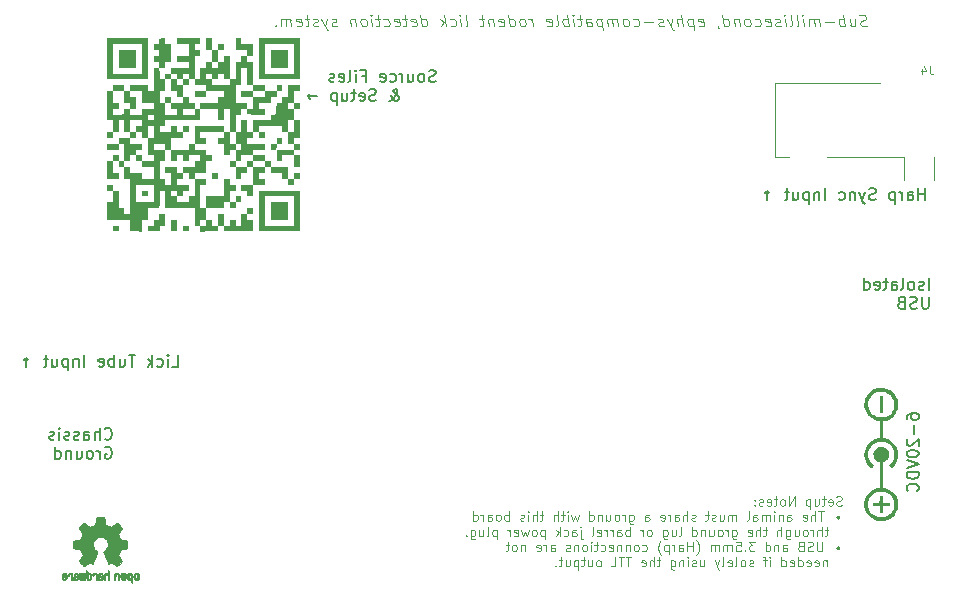
<source format=gbo>
G04 #@! TF.GenerationSoftware,KiCad,Pcbnew,7.0.6-7.0.6~ubuntu20.04.1*
G04 #@! TF.CreationDate,2024-04-09T16:12:21-07:00*
G04 #@! TF.ProjectId,harp_lick_detector_capactive,68617270-5f6c-4696-936b-5f6465746563,rev?*
G04 #@! TF.SameCoordinates,PX640a5a0PY7088980*
G04 #@! TF.FileFunction,Legend,Bot*
G04 #@! TF.FilePolarity,Positive*
%FSLAX46Y46*%
G04 Gerber Fmt 4.6, Leading zero omitted, Abs format (unit mm)*
G04 Created by KiCad (PCBNEW 7.0.6-7.0.6~ubuntu20.04.1) date 2024-04-09 16:12:21*
%MOMM*%
%LPD*%
G01*
G04 APERTURE LIST*
%ADD10C,0.200000*%
%ADD11C,0.120000*%
%ADD12C,0.100000*%
%ADD13C,0.010000*%
G04 APERTURE END LIST*
D10*
X9158898Y12638020D02*
X9206517Y12590400D01*
X9206517Y12590400D02*
X9349374Y12542781D01*
X9349374Y12542781D02*
X9444612Y12542781D01*
X9444612Y12542781D02*
X9587469Y12590400D01*
X9587469Y12590400D02*
X9682707Y12685639D01*
X9682707Y12685639D02*
X9730326Y12780877D01*
X9730326Y12780877D02*
X9777945Y12971353D01*
X9777945Y12971353D02*
X9777945Y13114210D01*
X9777945Y13114210D02*
X9730326Y13304686D01*
X9730326Y13304686D02*
X9682707Y13399924D01*
X9682707Y13399924D02*
X9587469Y13495162D01*
X9587469Y13495162D02*
X9444612Y13542781D01*
X9444612Y13542781D02*
X9349374Y13542781D01*
X9349374Y13542781D02*
X9206517Y13495162D01*
X9206517Y13495162D02*
X9158898Y13447543D01*
X8730326Y12542781D02*
X8730326Y13542781D01*
X8301755Y12542781D02*
X8301755Y13066591D01*
X8301755Y13066591D02*
X8349374Y13161829D01*
X8349374Y13161829D02*
X8444612Y13209448D01*
X8444612Y13209448D02*
X8587469Y13209448D01*
X8587469Y13209448D02*
X8682707Y13161829D01*
X8682707Y13161829D02*
X8730326Y13114210D01*
X7396993Y12542781D02*
X7396993Y13066591D01*
X7396993Y13066591D02*
X7444612Y13161829D01*
X7444612Y13161829D02*
X7539850Y13209448D01*
X7539850Y13209448D02*
X7730326Y13209448D01*
X7730326Y13209448D02*
X7825564Y13161829D01*
X7396993Y12590400D02*
X7492231Y12542781D01*
X7492231Y12542781D02*
X7730326Y12542781D01*
X7730326Y12542781D02*
X7825564Y12590400D01*
X7825564Y12590400D02*
X7873183Y12685639D01*
X7873183Y12685639D02*
X7873183Y12780877D01*
X7873183Y12780877D02*
X7825564Y12876115D01*
X7825564Y12876115D02*
X7730326Y12923734D01*
X7730326Y12923734D02*
X7492231Y12923734D01*
X7492231Y12923734D02*
X7396993Y12971353D01*
X6968421Y12590400D02*
X6873183Y12542781D01*
X6873183Y12542781D02*
X6682707Y12542781D01*
X6682707Y12542781D02*
X6587469Y12590400D01*
X6587469Y12590400D02*
X6539850Y12685639D01*
X6539850Y12685639D02*
X6539850Y12733258D01*
X6539850Y12733258D02*
X6587469Y12828496D01*
X6587469Y12828496D02*
X6682707Y12876115D01*
X6682707Y12876115D02*
X6825564Y12876115D01*
X6825564Y12876115D02*
X6920802Y12923734D01*
X6920802Y12923734D02*
X6968421Y13018972D01*
X6968421Y13018972D02*
X6968421Y13066591D01*
X6968421Y13066591D02*
X6920802Y13161829D01*
X6920802Y13161829D02*
X6825564Y13209448D01*
X6825564Y13209448D02*
X6682707Y13209448D01*
X6682707Y13209448D02*
X6587469Y13161829D01*
X6158897Y12590400D02*
X6063659Y12542781D01*
X6063659Y12542781D02*
X5873183Y12542781D01*
X5873183Y12542781D02*
X5777945Y12590400D01*
X5777945Y12590400D02*
X5730326Y12685639D01*
X5730326Y12685639D02*
X5730326Y12733258D01*
X5730326Y12733258D02*
X5777945Y12828496D01*
X5777945Y12828496D02*
X5873183Y12876115D01*
X5873183Y12876115D02*
X6016040Y12876115D01*
X6016040Y12876115D02*
X6111278Y12923734D01*
X6111278Y12923734D02*
X6158897Y13018972D01*
X6158897Y13018972D02*
X6158897Y13066591D01*
X6158897Y13066591D02*
X6111278Y13161829D01*
X6111278Y13161829D02*
X6016040Y13209448D01*
X6016040Y13209448D02*
X5873183Y13209448D01*
X5873183Y13209448D02*
X5777945Y13161829D01*
X5301754Y12542781D02*
X5301754Y13209448D01*
X5301754Y13542781D02*
X5349373Y13495162D01*
X5349373Y13495162D02*
X5301754Y13447543D01*
X5301754Y13447543D02*
X5254135Y13495162D01*
X5254135Y13495162D02*
X5301754Y13542781D01*
X5301754Y13542781D02*
X5301754Y13447543D01*
X4873183Y12590400D02*
X4777945Y12542781D01*
X4777945Y12542781D02*
X4587469Y12542781D01*
X4587469Y12542781D02*
X4492231Y12590400D01*
X4492231Y12590400D02*
X4444612Y12685639D01*
X4444612Y12685639D02*
X4444612Y12733258D01*
X4444612Y12733258D02*
X4492231Y12828496D01*
X4492231Y12828496D02*
X4587469Y12876115D01*
X4587469Y12876115D02*
X4730326Y12876115D01*
X4730326Y12876115D02*
X4825564Y12923734D01*
X4825564Y12923734D02*
X4873183Y13018972D01*
X4873183Y13018972D02*
X4873183Y13066591D01*
X4873183Y13066591D02*
X4825564Y13161829D01*
X4825564Y13161829D02*
X4730326Y13209448D01*
X4730326Y13209448D02*
X4587469Y13209448D01*
X4587469Y13209448D02*
X4492231Y13161829D01*
X9206517Y11885162D02*
X9301755Y11932781D01*
X9301755Y11932781D02*
X9444612Y11932781D01*
X9444612Y11932781D02*
X9587469Y11885162D01*
X9587469Y11885162D02*
X9682707Y11789924D01*
X9682707Y11789924D02*
X9730326Y11694686D01*
X9730326Y11694686D02*
X9777945Y11504210D01*
X9777945Y11504210D02*
X9777945Y11361353D01*
X9777945Y11361353D02*
X9730326Y11170877D01*
X9730326Y11170877D02*
X9682707Y11075639D01*
X9682707Y11075639D02*
X9587469Y10980400D01*
X9587469Y10980400D02*
X9444612Y10932781D01*
X9444612Y10932781D02*
X9349374Y10932781D01*
X9349374Y10932781D02*
X9206517Y10980400D01*
X9206517Y10980400D02*
X9158898Y11028020D01*
X9158898Y11028020D02*
X9158898Y11361353D01*
X9158898Y11361353D02*
X9349374Y11361353D01*
X8730326Y10932781D02*
X8730326Y11599448D01*
X8730326Y11408972D02*
X8682707Y11504210D01*
X8682707Y11504210D02*
X8635088Y11551829D01*
X8635088Y11551829D02*
X8539850Y11599448D01*
X8539850Y11599448D02*
X8444612Y11599448D01*
X7968421Y10932781D02*
X8063659Y10980400D01*
X8063659Y10980400D02*
X8111278Y11028020D01*
X8111278Y11028020D02*
X8158897Y11123258D01*
X8158897Y11123258D02*
X8158897Y11408972D01*
X8158897Y11408972D02*
X8111278Y11504210D01*
X8111278Y11504210D02*
X8063659Y11551829D01*
X8063659Y11551829D02*
X7968421Y11599448D01*
X7968421Y11599448D02*
X7825564Y11599448D01*
X7825564Y11599448D02*
X7730326Y11551829D01*
X7730326Y11551829D02*
X7682707Y11504210D01*
X7682707Y11504210D02*
X7635088Y11408972D01*
X7635088Y11408972D02*
X7635088Y11123258D01*
X7635088Y11123258D02*
X7682707Y11028020D01*
X7682707Y11028020D02*
X7730326Y10980400D01*
X7730326Y10980400D02*
X7825564Y10932781D01*
X7825564Y10932781D02*
X7968421Y10932781D01*
X6777945Y11599448D02*
X6777945Y10932781D01*
X7206516Y11599448D02*
X7206516Y11075639D01*
X7206516Y11075639D02*
X7158897Y10980400D01*
X7158897Y10980400D02*
X7063659Y10932781D01*
X7063659Y10932781D02*
X6920802Y10932781D01*
X6920802Y10932781D02*
X6825564Y10980400D01*
X6825564Y10980400D02*
X6777945Y11028020D01*
X6301754Y11599448D02*
X6301754Y10932781D01*
X6301754Y11504210D02*
X6254135Y11551829D01*
X6254135Y11551829D02*
X6158897Y11599448D01*
X6158897Y11599448D02*
X6016040Y11599448D01*
X6016040Y11599448D02*
X5920802Y11551829D01*
X5920802Y11551829D02*
X5873183Y11456591D01*
X5873183Y11456591D02*
X5873183Y10932781D01*
X4968421Y10932781D02*
X4968421Y11932781D01*
X4968421Y10980400D02*
X5063659Y10932781D01*
X5063659Y10932781D02*
X5254135Y10932781D01*
X5254135Y10932781D02*
X5349373Y10980400D01*
X5349373Y10980400D02*
X5396992Y11028020D01*
X5396992Y11028020D02*
X5444611Y11123258D01*
X5444611Y11123258D02*
X5444611Y11408972D01*
X5444611Y11408972D02*
X5396992Y11504210D01*
X5396992Y11504210D02*
X5349373Y11551829D01*
X5349373Y11551829D02*
X5254135Y11599448D01*
X5254135Y11599448D02*
X5063659Y11599448D01*
X5063659Y11599448D02*
X4968421Y11551829D01*
X77067219Y14301756D02*
X77067219Y14492232D01*
X77067219Y14492232D02*
X77114838Y14587470D01*
X77114838Y14587470D02*
X77162457Y14635089D01*
X77162457Y14635089D02*
X77305314Y14730327D01*
X77305314Y14730327D02*
X77495790Y14777946D01*
X77495790Y14777946D02*
X77876742Y14777946D01*
X77876742Y14777946D02*
X77971980Y14730327D01*
X77971980Y14730327D02*
X78019600Y14682708D01*
X78019600Y14682708D02*
X78067219Y14587470D01*
X78067219Y14587470D02*
X78067219Y14396994D01*
X78067219Y14396994D02*
X78019600Y14301756D01*
X78019600Y14301756D02*
X77971980Y14254137D01*
X77971980Y14254137D02*
X77876742Y14206518D01*
X77876742Y14206518D02*
X77638647Y14206518D01*
X77638647Y14206518D02*
X77543409Y14254137D01*
X77543409Y14254137D02*
X77495790Y14301756D01*
X77495790Y14301756D02*
X77448171Y14396994D01*
X77448171Y14396994D02*
X77448171Y14587470D01*
X77448171Y14587470D02*
X77495790Y14682708D01*
X77495790Y14682708D02*
X77543409Y14730327D01*
X77543409Y14730327D02*
X77638647Y14777946D01*
X77686266Y13777946D02*
X77686266Y13016041D01*
X77162457Y12587470D02*
X77114838Y12539851D01*
X77114838Y12539851D02*
X77067219Y12444613D01*
X77067219Y12444613D02*
X77067219Y12206518D01*
X77067219Y12206518D02*
X77114838Y12111280D01*
X77114838Y12111280D02*
X77162457Y12063661D01*
X77162457Y12063661D02*
X77257695Y12016042D01*
X77257695Y12016042D02*
X77352933Y12016042D01*
X77352933Y12016042D02*
X77495790Y12063661D01*
X77495790Y12063661D02*
X78067219Y12635089D01*
X78067219Y12635089D02*
X78067219Y12016042D01*
X77067219Y11396994D02*
X77067219Y11301756D01*
X77067219Y11301756D02*
X77114838Y11206518D01*
X77114838Y11206518D02*
X77162457Y11158899D01*
X77162457Y11158899D02*
X77257695Y11111280D01*
X77257695Y11111280D02*
X77448171Y11063661D01*
X77448171Y11063661D02*
X77686266Y11063661D01*
X77686266Y11063661D02*
X77876742Y11111280D01*
X77876742Y11111280D02*
X77971980Y11158899D01*
X77971980Y11158899D02*
X78019600Y11206518D01*
X78019600Y11206518D02*
X78067219Y11301756D01*
X78067219Y11301756D02*
X78067219Y11396994D01*
X78067219Y11396994D02*
X78019600Y11492232D01*
X78019600Y11492232D02*
X77971980Y11539851D01*
X77971980Y11539851D02*
X77876742Y11587470D01*
X77876742Y11587470D02*
X77686266Y11635089D01*
X77686266Y11635089D02*
X77448171Y11635089D01*
X77448171Y11635089D02*
X77257695Y11587470D01*
X77257695Y11587470D02*
X77162457Y11539851D01*
X77162457Y11539851D02*
X77114838Y11492232D01*
X77114838Y11492232D02*
X77067219Y11396994D01*
X77067219Y10777946D02*
X78067219Y10444613D01*
X78067219Y10444613D02*
X77067219Y10111280D01*
X78067219Y9777946D02*
X77067219Y9777946D01*
X77067219Y9777946D02*
X77067219Y9539851D01*
X77067219Y9539851D02*
X77114838Y9396994D01*
X77114838Y9396994D02*
X77210076Y9301756D01*
X77210076Y9301756D02*
X77305314Y9254137D01*
X77305314Y9254137D02*
X77495790Y9206518D01*
X77495790Y9206518D02*
X77638647Y9206518D01*
X77638647Y9206518D02*
X77829123Y9254137D01*
X77829123Y9254137D02*
X77924361Y9301756D01*
X77924361Y9301756D02*
X78019600Y9396994D01*
X78019600Y9396994D02*
X78067219Y9539851D01*
X78067219Y9539851D02*
X78067219Y9777946D01*
X77971980Y8206518D02*
X78019600Y8254137D01*
X78019600Y8254137D02*
X78067219Y8396994D01*
X78067219Y8396994D02*
X78067219Y8492232D01*
X78067219Y8492232D02*
X78019600Y8635089D01*
X78019600Y8635089D02*
X77924361Y8730327D01*
X77924361Y8730327D02*
X77829123Y8777946D01*
X77829123Y8777946D02*
X77638647Y8825565D01*
X77638647Y8825565D02*
X77495790Y8825565D01*
X77495790Y8825565D02*
X77305314Y8777946D01*
X77305314Y8777946D02*
X77210076Y8730327D01*
X77210076Y8730327D02*
X77114838Y8635089D01*
X77114838Y8635089D02*
X77067219Y8492232D01*
X77067219Y8492232D02*
X77067219Y8396994D01*
X77067219Y8396994D02*
X77114838Y8254137D01*
X77114838Y8254137D02*
X77162457Y8206518D01*
X37177945Y42890400D02*
X37035088Y42842781D01*
X37035088Y42842781D02*
X36796993Y42842781D01*
X36796993Y42842781D02*
X36701755Y42890400D01*
X36701755Y42890400D02*
X36654136Y42938020D01*
X36654136Y42938020D02*
X36606517Y43033258D01*
X36606517Y43033258D02*
X36606517Y43128496D01*
X36606517Y43128496D02*
X36654136Y43223734D01*
X36654136Y43223734D02*
X36701755Y43271353D01*
X36701755Y43271353D02*
X36796993Y43318972D01*
X36796993Y43318972D02*
X36987469Y43366591D01*
X36987469Y43366591D02*
X37082707Y43414210D01*
X37082707Y43414210D02*
X37130326Y43461829D01*
X37130326Y43461829D02*
X37177945Y43557067D01*
X37177945Y43557067D02*
X37177945Y43652305D01*
X37177945Y43652305D02*
X37130326Y43747543D01*
X37130326Y43747543D02*
X37082707Y43795162D01*
X37082707Y43795162D02*
X36987469Y43842781D01*
X36987469Y43842781D02*
X36749374Y43842781D01*
X36749374Y43842781D02*
X36606517Y43795162D01*
X36035088Y42842781D02*
X36130326Y42890400D01*
X36130326Y42890400D02*
X36177945Y42938020D01*
X36177945Y42938020D02*
X36225564Y43033258D01*
X36225564Y43033258D02*
X36225564Y43318972D01*
X36225564Y43318972D02*
X36177945Y43414210D01*
X36177945Y43414210D02*
X36130326Y43461829D01*
X36130326Y43461829D02*
X36035088Y43509448D01*
X36035088Y43509448D02*
X35892231Y43509448D01*
X35892231Y43509448D02*
X35796993Y43461829D01*
X35796993Y43461829D02*
X35749374Y43414210D01*
X35749374Y43414210D02*
X35701755Y43318972D01*
X35701755Y43318972D02*
X35701755Y43033258D01*
X35701755Y43033258D02*
X35749374Y42938020D01*
X35749374Y42938020D02*
X35796993Y42890400D01*
X35796993Y42890400D02*
X35892231Y42842781D01*
X35892231Y42842781D02*
X36035088Y42842781D01*
X34844612Y43509448D02*
X34844612Y42842781D01*
X35273183Y43509448D02*
X35273183Y42985639D01*
X35273183Y42985639D02*
X35225564Y42890400D01*
X35225564Y42890400D02*
X35130326Y42842781D01*
X35130326Y42842781D02*
X34987469Y42842781D01*
X34987469Y42842781D02*
X34892231Y42890400D01*
X34892231Y42890400D02*
X34844612Y42938020D01*
X34368421Y42842781D02*
X34368421Y43509448D01*
X34368421Y43318972D02*
X34320802Y43414210D01*
X34320802Y43414210D02*
X34273183Y43461829D01*
X34273183Y43461829D02*
X34177945Y43509448D01*
X34177945Y43509448D02*
X34082707Y43509448D01*
X33320802Y42890400D02*
X33416040Y42842781D01*
X33416040Y42842781D02*
X33606516Y42842781D01*
X33606516Y42842781D02*
X33701754Y42890400D01*
X33701754Y42890400D02*
X33749373Y42938020D01*
X33749373Y42938020D02*
X33796992Y43033258D01*
X33796992Y43033258D02*
X33796992Y43318972D01*
X33796992Y43318972D02*
X33749373Y43414210D01*
X33749373Y43414210D02*
X33701754Y43461829D01*
X33701754Y43461829D02*
X33606516Y43509448D01*
X33606516Y43509448D02*
X33416040Y43509448D01*
X33416040Y43509448D02*
X33320802Y43461829D01*
X32511278Y42890400D02*
X32606516Y42842781D01*
X32606516Y42842781D02*
X32796992Y42842781D01*
X32796992Y42842781D02*
X32892230Y42890400D01*
X32892230Y42890400D02*
X32939849Y42985639D01*
X32939849Y42985639D02*
X32939849Y43366591D01*
X32939849Y43366591D02*
X32892230Y43461829D01*
X32892230Y43461829D02*
X32796992Y43509448D01*
X32796992Y43509448D02*
X32606516Y43509448D01*
X32606516Y43509448D02*
X32511278Y43461829D01*
X32511278Y43461829D02*
X32463659Y43366591D01*
X32463659Y43366591D02*
X32463659Y43271353D01*
X32463659Y43271353D02*
X32939849Y43176115D01*
X30939849Y43366591D02*
X31273182Y43366591D01*
X31273182Y42842781D02*
X31273182Y43842781D01*
X31273182Y43842781D02*
X30796992Y43842781D01*
X30416039Y42842781D02*
X30416039Y43509448D01*
X30416039Y43842781D02*
X30463658Y43795162D01*
X30463658Y43795162D02*
X30416039Y43747543D01*
X30416039Y43747543D02*
X30368420Y43795162D01*
X30368420Y43795162D02*
X30416039Y43842781D01*
X30416039Y43842781D02*
X30416039Y43747543D01*
X29796992Y42842781D02*
X29892230Y42890400D01*
X29892230Y42890400D02*
X29939849Y42985639D01*
X29939849Y42985639D02*
X29939849Y43842781D01*
X29035087Y42890400D02*
X29130325Y42842781D01*
X29130325Y42842781D02*
X29320801Y42842781D01*
X29320801Y42842781D02*
X29416039Y42890400D01*
X29416039Y42890400D02*
X29463658Y42985639D01*
X29463658Y42985639D02*
X29463658Y43366591D01*
X29463658Y43366591D02*
X29416039Y43461829D01*
X29416039Y43461829D02*
X29320801Y43509448D01*
X29320801Y43509448D02*
X29130325Y43509448D01*
X29130325Y43509448D02*
X29035087Y43461829D01*
X29035087Y43461829D02*
X28987468Y43366591D01*
X28987468Y43366591D02*
X28987468Y43271353D01*
X28987468Y43271353D02*
X29463658Y43176115D01*
X28606515Y42890400D02*
X28511277Y42842781D01*
X28511277Y42842781D02*
X28320801Y42842781D01*
X28320801Y42842781D02*
X28225563Y42890400D01*
X28225563Y42890400D02*
X28177944Y42985639D01*
X28177944Y42985639D02*
X28177944Y43033258D01*
X28177944Y43033258D02*
X28225563Y43128496D01*
X28225563Y43128496D02*
X28320801Y43176115D01*
X28320801Y43176115D02*
X28463658Y43176115D01*
X28463658Y43176115D02*
X28558896Y43223734D01*
X28558896Y43223734D02*
X28606515Y43318972D01*
X28606515Y43318972D02*
X28606515Y43366591D01*
X28606515Y43366591D02*
X28558896Y43461829D01*
X28558896Y43461829D02*
X28463658Y43509448D01*
X28463658Y43509448D02*
X28320801Y43509448D01*
X28320801Y43509448D02*
X28225563Y43461829D01*
X33273182Y41232781D02*
X33320802Y41232781D01*
X33320802Y41232781D02*
X33416040Y41280400D01*
X33416040Y41280400D02*
X33558897Y41423258D01*
X33558897Y41423258D02*
X33796992Y41708972D01*
X33796992Y41708972D02*
X33892230Y41851829D01*
X33892230Y41851829D02*
X33939849Y41994686D01*
X33939849Y41994686D02*
X33939849Y42089924D01*
X33939849Y42089924D02*
X33892230Y42185162D01*
X33892230Y42185162D02*
X33796992Y42232781D01*
X33796992Y42232781D02*
X33749373Y42232781D01*
X33749373Y42232781D02*
X33654135Y42185162D01*
X33654135Y42185162D02*
X33606516Y42089924D01*
X33606516Y42089924D02*
X33606516Y42042305D01*
X33606516Y42042305D02*
X33654135Y41947067D01*
X33654135Y41947067D02*
X33701754Y41899448D01*
X33701754Y41899448D02*
X33987468Y41708972D01*
X33987468Y41708972D02*
X34035087Y41661353D01*
X34035087Y41661353D02*
X34082706Y41566115D01*
X34082706Y41566115D02*
X34082706Y41423258D01*
X34082706Y41423258D02*
X34035087Y41328020D01*
X34035087Y41328020D02*
X33987468Y41280400D01*
X33987468Y41280400D02*
X33892230Y41232781D01*
X33892230Y41232781D02*
X33749373Y41232781D01*
X33749373Y41232781D02*
X33654135Y41280400D01*
X33654135Y41280400D02*
X33606516Y41328020D01*
X33606516Y41328020D02*
X33463659Y41518496D01*
X33463659Y41518496D02*
X33416040Y41661353D01*
X33416040Y41661353D02*
X33416040Y41756591D01*
X32130325Y41280400D02*
X31987468Y41232781D01*
X31987468Y41232781D02*
X31749373Y41232781D01*
X31749373Y41232781D02*
X31654135Y41280400D01*
X31654135Y41280400D02*
X31606516Y41328020D01*
X31606516Y41328020D02*
X31558897Y41423258D01*
X31558897Y41423258D02*
X31558897Y41518496D01*
X31558897Y41518496D02*
X31606516Y41613734D01*
X31606516Y41613734D02*
X31654135Y41661353D01*
X31654135Y41661353D02*
X31749373Y41708972D01*
X31749373Y41708972D02*
X31939849Y41756591D01*
X31939849Y41756591D02*
X32035087Y41804210D01*
X32035087Y41804210D02*
X32082706Y41851829D01*
X32082706Y41851829D02*
X32130325Y41947067D01*
X32130325Y41947067D02*
X32130325Y42042305D01*
X32130325Y42042305D02*
X32082706Y42137543D01*
X32082706Y42137543D02*
X32035087Y42185162D01*
X32035087Y42185162D02*
X31939849Y42232781D01*
X31939849Y42232781D02*
X31701754Y42232781D01*
X31701754Y42232781D02*
X31558897Y42185162D01*
X30749373Y41280400D02*
X30844611Y41232781D01*
X30844611Y41232781D02*
X31035087Y41232781D01*
X31035087Y41232781D02*
X31130325Y41280400D01*
X31130325Y41280400D02*
X31177944Y41375639D01*
X31177944Y41375639D02*
X31177944Y41756591D01*
X31177944Y41756591D02*
X31130325Y41851829D01*
X31130325Y41851829D02*
X31035087Y41899448D01*
X31035087Y41899448D02*
X30844611Y41899448D01*
X30844611Y41899448D02*
X30749373Y41851829D01*
X30749373Y41851829D02*
X30701754Y41756591D01*
X30701754Y41756591D02*
X30701754Y41661353D01*
X30701754Y41661353D02*
X31177944Y41566115D01*
X30416039Y41899448D02*
X30035087Y41899448D01*
X30273182Y42232781D02*
X30273182Y41375639D01*
X30273182Y41375639D02*
X30225563Y41280400D01*
X30225563Y41280400D02*
X30130325Y41232781D01*
X30130325Y41232781D02*
X30035087Y41232781D01*
X29273182Y41899448D02*
X29273182Y41232781D01*
X29701753Y41899448D02*
X29701753Y41375639D01*
X29701753Y41375639D02*
X29654134Y41280400D01*
X29654134Y41280400D02*
X29558896Y41232781D01*
X29558896Y41232781D02*
X29416039Y41232781D01*
X29416039Y41232781D02*
X29320801Y41280400D01*
X29320801Y41280400D02*
X29273182Y41328020D01*
X28796991Y41899448D02*
X28796991Y40899448D01*
X28796991Y41851829D02*
X28701753Y41899448D01*
X28701753Y41899448D02*
X28511277Y41899448D01*
X28511277Y41899448D02*
X28416039Y41851829D01*
X28416039Y41851829D02*
X28368420Y41804210D01*
X28368420Y41804210D02*
X28320801Y41708972D01*
X28320801Y41708972D02*
X28320801Y41423258D01*
X28320801Y41423258D02*
X28368420Y41328020D01*
X28368420Y41328020D02*
X28416039Y41280400D01*
X28416039Y41280400D02*
X28511277Y41232781D01*
X28511277Y41232781D02*
X28701753Y41232781D01*
X28701753Y41232781D02*
X28796991Y41280400D01*
X27130324Y41613734D02*
X26368420Y41613734D01*
X26558896Y41423258D02*
X26368420Y41613734D01*
X26368420Y41613734D02*
X26558896Y41804210D01*
X78630326Y32832781D02*
X78630326Y33832781D01*
X78630326Y33356591D02*
X78058898Y33356591D01*
X78058898Y32832781D02*
X78058898Y33832781D01*
X77154136Y32832781D02*
X77154136Y33356591D01*
X77154136Y33356591D02*
X77201755Y33451829D01*
X77201755Y33451829D02*
X77296993Y33499448D01*
X77296993Y33499448D02*
X77487469Y33499448D01*
X77487469Y33499448D02*
X77582707Y33451829D01*
X77154136Y32880400D02*
X77249374Y32832781D01*
X77249374Y32832781D02*
X77487469Y32832781D01*
X77487469Y32832781D02*
X77582707Y32880400D01*
X77582707Y32880400D02*
X77630326Y32975639D01*
X77630326Y32975639D02*
X77630326Y33070877D01*
X77630326Y33070877D02*
X77582707Y33166115D01*
X77582707Y33166115D02*
X77487469Y33213734D01*
X77487469Y33213734D02*
X77249374Y33213734D01*
X77249374Y33213734D02*
X77154136Y33261353D01*
X76677945Y32832781D02*
X76677945Y33499448D01*
X76677945Y33308972D02*
X76630326Y33404210D01*
X76630326Y33404210D02*
X76582707Y33451829D01*
X76582707Y33451829D02*
X76487469Y33499448D01*
X76487469Y33499448D02*
X76392231Y33499448D01*
X76058897Y33499448D02*
X76058897Y32499448D01*
X76058897Y33451829D02*
X75963659Y33499448D01*
X75963659Y33499448D02*
X75773183Y33499448D01*
X75773183Y33499448D02*
X75677945Y33451829D01*
X75677945Y33451829D02*
X75630326Y33404210D01*
X75630326Y33404210D02*
X75582707Y33308972D01*
X75582707Y33308972D02*
X75582707Y33023258D01*
X75582707Y33023258D02*
X75630326Y32928020D01*
X75630326Y32928020D02*
X75677945Y32880400D01*
X75677945Y32880400D02*
X75773183Y32832781D01*
X75773183Y32832781D02*
X75963659Y32832781D01*
X75963659Y32832781D02*
X76058897Y32880400D01*
X74439849Y32880400D02*
X74296992Y32832781D01*
X74296992Y32832781D02*
X74058897Y32832781D01*
X74058897Y32832781D02*
X73963659Y32880400D01*
X73963659Y32880400D02*
X73916040Y32928020D01*
X73916040Y32928020D02*
X73868421Y33023258D01*
X73868421Y33023258D02*
X73868421Y33118496D01*
X73868421Y33118496D02*
X73916040Y33213734D01*
X73916040Y33213734D02*
X73963659Y33261353D01*
X73963659Y33261353D02*
X74058897Y33308972D01*
X74058897Y33308972D02*
X74249373Y33356591D01*
X74249373Y33356591D02*
X74344611Y33404210D01*
X74344611Y33404210D02*
X74392230Y33451829D01*
X74392230Y33451829D02*
X74439849Y33547067D01*
X74439849Y33547067D02*
X74439849Y33642305D01*
X74439849Y33642305D02*
X74392230Y33737543D01*
X74392230Y33737543D02*
X74344611Y33785162D01*
X74344611Y33785162D02*
X74249373Y33832781D01*
X74249373Y33832781D02*
X74011278Y33832781D01*
X74011278Y33832781D02*
X73868421Y33785162D01*
X73535087Y33499448D02*
X73296992Y32832781D01*
X73058897Y33499448D02*
X73296992Y32832781D01*
X73296992Y32832781D02*
X73392230Y32594686D01*
X73392230Y32594686D02*
X73439849Y32547067D01*
X73439849Y32547067D02*
X73535087Y32499448D01*
X72677944Y33499448D02*
X72677944Y32832781D01*
X72677944Y33404210D02*
X72630325Y33451829D01*
X72630325Y33451829D02*
X72535087Y33499448D01*
X72535087Y33499448D02*
X72392230Y33499448D01*
X72392230Y33499448D02*
X72296992Y33451829D01*
X72296992Y33451829D02*
X72249373Y33356591D01*
X72249373Y33356591D02*
X72249373Y32832781D01*
X71344611Y32880400D02*
X71439849Y32832781D01*
X71439849Y32832781D02*
X71630325Y32832781D01*
X71630325Y32832781D02*
X71725563Y32880400D01*
X71725563Y32880400D02*
X71773182Y32928020D01*
X71773182Y32928020D02*
X71820801Y33023258D01*
X71820801Y33023258D02*
X71820801Y33308972D01*
X71820801Y33308972D02*
X71773182Y33404210D01*
X71773182Y33404210D02*
X71725563Y33451829D01*
X71725563Y33451829D02*
X71630325Y33499448D01*
X71630325Y33499448D02*
X71439849Y33499448D01*
X71439849Y33499448D02*
X71344611Y33451829D01*
X70154134Y32832781D02*
X70154134Y33832781D01*
X69677944Y33499448D02*
X69677944Y32832781D01*
X69677944Y33404210D02*
X69630325Y33451829D01*
X69630325Y33451829D02*
X69535087Y33499448D01*
X69535087Y33499448D02*
X69392230Y33499448D01*
X69392230Y33499448D02*
X69296992Y33451829D01*
X69296992Y33451829D02*
X69249373Y33356591D01*
X69249373Y33356591D02*
X69249373Y32832781D01*
X68773182Y33499448D02*
X68773182Y32499448D01*
X68773182Y33451829D02*
X68677944Y33499448D01*
X68677944Y33499448D02*
X68487468Y33499448D01*
X68487468Y33499448D02*
X68392230Y33451829D01*
X68392230Y33451829D02*
X68344611Y33404210D01*
X68344611Y33404210D02*
X68296992Y33308972D01*
X68296992Y33308972D02*
X68296992Y33023258D01*
X68296992Y33023258D02*
X68344611Y32928020D01*
X68344611Y32928020D02*
X68392230Y32880400D01*
X68392230Y32880400D02*
X68487468Y32832781D01*
X68487468Y32832781D02*
X68677944Y32832781D01*
X68677944Y32832781D02*
X68773182Y32880400D01*
X67439849Y33499448D02*
X67439849Y32832781D01*
X67868420Y33499448D02*
X67868420Y32975639D01*
X67868420Y32975639D02*
X67820801Y32880400D01*
X67820801Y32880400D02*
X67725563Y32832781D01*
X67725563Y32832781D02*
X67582706Y32832781D01*
X67582706Y32832781D02*
X67487468Y32880400D01*
X67487468Y32880400D02*
X67439849Y32928020D01*
X67106515Y33499448D02*
X66725563Y33499448D01*
X66963658Y33832781D02*
X66963658Y32975639D01*
X66963658Y32975639D02*
X66916039Y32880400D01*
X66916039Y32880400D02*
X66820801Y32832781D01*
X66820801Y32832781D02*
X66725563Y32832781D01*
X65249372Y32832781D02*
X65249372Y33594686D01*
X65439848Y33404210D02*
X65249372Y33594686D01*
X65249372Y33594686D02*
X65058896Y33404210D01*
X14854136Y18732781D02*
X15330326Y18732781D01*
X15330326Y18732781D02*
X15330326Y19732781D01*
X14520802Y18732781D02*
X14520802Y19399448D01*
X14520802Y19732781D02*
X14568421Y19685162D01*
X14568421Y19685162D02*
X14520802Y19637543D01*
X14520802Y19637543D02*
X14473183Y19685162D01*
X14473183Y19685162D02*
X14520802Y19732781D01*
X14520802Y19732781D02*
X14520802Y19637543D01*
X13616041Y18780400D02*
X13711279Y18732781D01*
X13711279Y18732781D02*
X13901755Y18732781D01*
X13901755Y18732781D02*
X13996993Y18780400D01*
X13996993Y18780400D02*
X14044612Y18828020D01*
X14044612Y18828020D02*
X14092231Y18923258D01*
X14092231Y18923258D02*
X14092231Y19208972D01*
X14092231Y19208972D02*
X14044612Y19304210D01*
X14044612Y19304210D02*
X13996993Y19351829D01*
X13996993Y19351829D02*
X13901755Y19399448D01*
X13901755Y19399448D02*
X13711279Y19399448D01*
X13711279Y19399448D02*
X13616041Y19351829D01*
X13187469Y18732781D02*
X13187469Y19732781D01*
X13092231Y19113734D02*
X12806517Y18732781D01*
X12806517Y19399448D02*
X13187469Y19018496D01*
X11758897Y19732781D02*
X11187469Y19732781D01*
X11473183Y18732781D02*
X11473183Y19732781D01*
X10425564Y19399448D02*
X10425564Y18732781D01*
X10854135Y19399448D02*
X10854135Y18875639D01*
X10854135Y18875639D02*
X10806516Y18780400D01*
X10806516Y18780400D02*
X10711278Y18732781D01*
X10711278Y18732781D02*
X10568421Y18732781D01*
X10568421Y18732781D02*
X10473183Y18780400D01*
X10473183Y18780400D02*
X10425564Y18828020D01*
X9949373Y18732781D02*
X9949373Y19732781D01*
X9949373Y19351829D02*
X9854135Y19399448D01*
X9854135Y19399448D02*
X9663659Y19399448D01*
X9663659Y19399448D02*
X9568421Y19351829D01*
X9568421Y19351829D02*
X9520802Y19304210D01*
X9520802Y19304210D02*
X9473183Y19208972D01*
X9473183Y19208972D02*
X9473183Y18923258D01*
X9473183Y18923258D02*
X9520802Y18828020D01*
X9520802Y18828020D02*
X9568421Y18780400D01*
X9568421Y18780400D02*
X9663659Y18732781D01*
X9663659Y18732781D02*
X9854135Y18732781D01*
X9854135Y18732781D02*
X9949373Y18780400D01*
X8663659Y18780400D02*
X8758897Y18732781D01*
X8758897Y18732781D02*
X8949373Y18732781D01*
X8949373Y18732781D02*
X9044611Y18780400D01*
X9044611Y18780400D02*
X9092230Y18875639D01*
X9092230Y18875639D02*
X9092230Y19256591D01*
X9092230Y19256591D02*
X9044611Y19351829D01*
X9044611Y19351829D02*
X8949373Y19399448D01*
X8949373Y19399448D02*
X8758897Y19399448D01*
X8758897Y19399448D02*
X8663659Y19351829D01*
X8663659Y19351829D02*
X8616040Y19256591D01*
X8616040Y19256591D02*
X8616040Y19161353D01*
X8616040Y19161353D02*
X9092230Y19066115D01*
X7425563Y18732781D02*
X7425563Y19732781D01*
X6949373Y19399448D02*
X6949373Y18732781D01*
X6949373Y19304210D02*
X6901754Y19351829D01*
X6901754Y19351829D02*
X6806516Y19399448D01*
X6806516Y19399448D02*
X6663659Y19399448D01*
X6663659Y19399448D02*
X6568421Y19351829D01*
X6568421Y19351829D02*
X6520802Y19256591D01*
X6520802Y19256591D02*
X6520802Y18732781D01*
X6044611Y19399448D02*
X6044611Y18399448D01*
X6044611Y19351829D02*
X5949373Y19399448D01*
X5949373Y19399448D02*
X5758897Y19399448D01*
X5758897Y19399448D02*
X5663659Y19351829D01*
X5663659Y19351829D02*
X5616040Y19304210D01*
X5616040Y19304210D02*
X5568421Y19208972D01*
X5568421Y19208972D02*
X5568421Y18923258D01*
X5568421Y18923258D02*
X5616040Y18828020D01*
X5616040Y18828020D02*
X5663659Y18780400D01*
X5663659Y18780400D02*
X5758897Y18732781D01*
X5758897Y18732781D02*
X5949373Y18732781D01*
X5949373Y18732781D02*
X6044611Y18780400D01*
X4711278Y19399448D02*
X4711278Y18732781D01*
X5139849Y19399448D02*
X5139849Y18875639D01*
X5139849Y18875639D02*
X5092230Y18780400D01*
X5092230Y18780400D02*
X4996992Y18732781D01*
X4996992Y18732781D02*
X4854135Y18732781D01*
X4854135Y18732781D02*
X4758897Y18780400D01*
X4758897Y18780400D02*
X4711278Y18828020D01*
X4377944Y19399448D02*
X3996992Y19399448D01*
X4235087Y19732781D02*
X4235087Y18875639D01*
X4235087Y18875639D02*
X4187468Y18780400D01*
X4187468Y18780400D02*
X4092230Y18732781D01*
X4092230Y18732781D02*
X3996992Y18732781D01*
X2520801Y18732781D02*
X2520801Y19494686D01*
X2711277Y19304210D02*
X2520801Y19494686D01*
X2520801Y19494686D02*
X2330325Y19304210D01*
D11*
X73730576Y47576240D02*
X73593672Y47528621D01*
X73593672Y47528621D02*
X73355576Y47528621D01*
X73355576Y47528621D02*
X73254386Y47576240D01*
X73254386Y47576240D02*
X73200814Y47623860D01*
X73200814Y47623860D02*
X73141291Y47719098D01*
X73141291Y47719098D02*
X73129386Y47814336D01*
X73129386Y47814336D02*
X73165100Y47909574D01*
X73165100Y47909574D02*
X73206767Y47957193D01*
X73206767Y47957193D02*
X73296053Y48004812D01*
X73296053Y48004812D02*
X73480576Y48052431D01*
X73480576Y48052431D02*
X73569862Y48100050D01*
X73569862Y48100050D02*
X73611529Y48147669D01*
X73611529Y48147669D02*
X73647243Y48242907D01*
X73647243Y48242907D02*
X73635338Y48338145D01*
X73635338Y48338145D02*
X73575814Y48433383D01*
X73575814Y48433383D02*
X73522243Y48481002D01*
X73522243Y48481002D02*
X73421053Y48528621D01*
X73421053Y48528621D02*
X73182957Y48528621D01*
X73182957Y48528621D02*
X73046053Y48481002D01*
X72224624Y48195288D02*
X72307957Y47528621D01*
X72653195Y48195288D02*
X72718672Y47671479D01*
X72718672Y47671479D02*
X72682957Y47576240D01*
X72682957Y47576240D02*
X72593672Y47528621D01*
X72593672Y47528621D02*
X72450814Y47528621D01*
X72450814Y47528621D02*
X72349624Y47576240D01*
X72349624Y47576240D02*
X72296052Y47623860D01*
X71831767Y47528621D02*
X71706767Y48528621D01*
X71754386Y48147669D02*
X71653195Y48195288D01*
X71653195Y48195288D02*
X71462719Y48195288D01*
X71462719Y48195288D02*
X71373433Y48147669D01*
X71373433Y48147669D02*
X71331767Y48100050D01*
X71331767Y48100050D02*
X71296052Y48004812D01*
X71296052Y48004812D02*
X71331767Y47719098D01*
X71331767Y47719098D02*
X71391290Y47623860D01*
X71391290Y47623860D02*
X71444862Y47576240D01*
X71444862Y47576240D02*
X71546052Y47528621D01*
X71546052Y47528621D02*
X71736529Y47528621D01*
X71736529Y47528621D02*
X71825814Y47576240D01*
X70879386Y47909574D02*
X70117481Y47909574D01*
X69688910Y47528621D02*
X69605576Y48195288D01*
X69617481Y48100050D02*
X69563910Y48147669D01*
X69563910Y48147669D02*
X69462719Y48195288D01*
X69462719Y48195288D02*
X69319862Y48195288D01*
X69319862Y48195288D02*
X69230576Y48147669D01*
X69230576Y48147669D02*
X69194862Y48052431D01*
X69194862Y48052431D02*
X69260338Y47528621D01*
X69194862Y48052431D02*
X69135338Y48147669D01*
X69135338Y48147669D02*
X69034148Y48195288D01*
X69034148Y48195288D02*
X68891291Y48195288D01*
X68891291Y48195288D02*
X68802005Y48147669D01*
X68802005Y48147669D02*
X68766291Y48052431D01*
X68766291Y48052431D02*
X68831767Y47528621D01*
X68355577Y47528621D02*
X68272243Y48195288D01*
X68230577Y48528621D02*
X68284148Y48481002D01*
X68284148Y48481002D02*
X68242481Y48433383D01*
X68242481Y48433383D02*
X68188910Y48481002D01*
X68188910Y48481002D02*
X68230577Y48528621D01*
X68230577Y48528621D02*
X68242481Y48433383D01*
X67736530Y47528621D02*
X67825815Y47576240D01*
X67825815Y47576240D02*
X67861530Y47671479D01*
X67861530Y47671479D02*
X67754387Y48528621D01*
X67212720Y47528621D02*
X67302005Y47576240D01*
X67302005Y47576240D02*
X67337720Y47671479D01*
X67337720Y47671479D02*
X67230577Y48528621D01*
X66831767Y47528621D02*
X66748433Y48195288D01*
X66706767Y48528621D02*
X66760338Y48481002D01*
X66760338Y48481002D02*
X66718671Y48433383D01*
X66718671Y48433383D02*
X66665100Y48481002D01*
X66665100Y48481002D02*
X66706767Y48528621D01*
X66706767Y48528621D02*
X66718671Y48433383D01*
X66397243Y47576240D02*
X66307958Y47528621D01*
X66307958Y47528621D02*
X66117481Y47528621D01*
X66117481Y47528621D02*
X66016291Y47576240D01*
X66016291Y47576240D02*
X65956767Y47671479D01*
X65956767Y47671479D02*
X65950815Y47719098D01*
X65950815Y47719098D02*
X65986529Y47814336D01*
X65986529Y47814336D02*
X66075815Y47861955D01*
X66075815Y47861955D02*
X66218672Y47861955D01*
X66218672Y47861955D02*
X66307958Y47909574D01*
X66307958Y47909574D02*
X66343672Y48004812D01*
X66343672Y48004812D02*
X66337720Y48052431D01*
X66337720Y48052431D02*
X66278196Y48147669D01*
X66278196Y48147669D02*
X66177005Y48195288D01*
X66177005Y48195288D02*
X66034148Y48195288D01*
X66034148Y48195288D02*
X65944862Y48147669D01*
X65159148Y47576240D02*
X65260338Y47528621D01*
X65260338Y47528621D02*
X65450815Y47528621D01*
X65450815Y47528621D02*
X65540100Y47576240D01*
X65540100Y47576240D02*
X65575815Y47671479D01*
X65575815Y47671479D02*
X65528196Y48052431D01*
X65528196Y48052431D02*
X65468672Y48147669D01*
X65468672Y48147669D02*
X65367481Y48195288D01*
X65367481Y48195288D02*
X65177005Y48195288D01*
X65177005Y48195288D02*
X65087719Y48147669D01*
X65087719Y48147669D02*
X65052005Y48052431D01*
X65052005Y48052431D02*
X65063910Y47957193D01*
X65063910Y47957193D02*
X65552005Y47861955D01*
X64254386Y47576240D02*
X64355576Y47528621D01*
X64355576Y47528621D02*
X64546053Y47528621D01*
X64546053Y47528621D02*
X64635338Y47576240D01*
X64635338Y47576240D02*
X64677005Y47623860D01*
X64677005Y47623860D02*
X64712719Y47719098D01*
X64712719Y47719098D02*
X64677005Y48004812D01*
X64677005Y48004812D02*
X64617481Y48100050D01*
X64617481Y48100050D02*
X64563910Y48147669D01*
X64563910Y48147669D02*
X64462719Y48195288D01*
X64462719Y48195288D02*
X64272243Y48195288D01*
X64272243Y48195288D02*
X64182957Y48147669D01*
X63688910Y47528621D02*
X63778195Y47576240D01*
X63778195Y47576240D02*
X63819862Y47623860D01*
X63819862Y47623860D02*
X63855576Y47719098D01*
X63855576Y47719098D02*
X63819862Y48004812D01*
X63819862Y48004812D02*
X63760338Y48100050D01*
X63760338Y48100050D02*
X63706767Y48147669D01*
X63706767Y48147669D02*
X63605576Y48195288D01*
X63605576Y48195288D02*
X63462719Y48195288D01*
X63462719Y48195288D02*
X63373433Y48147669D01*
X63373433Y48147669D02*
X63331767Y48100050D01*
X63331767Y48100050D02*
X63296052Y48004812D01*
X63296052Y48004812D02*
X63331767Y47719098D01*
X63331767Y47719098D02*
X63391290Y47623860D01*
X63391290Y47623860D02*
X63444862Y47576240D01*
X63444862Y47576240D02*
X63546052Y47528621D01*
X63546052Y47528621D02*
X63688910Y47528621D01*
X62843671Y48195288D02*
X62927005Y47528621D01*
X62855576Y48100050D02*
X62802005Y48147669D01*
X62802005Y48147669D02*
X62700814Y48195288D01*
X62700814Y48195288D02*
X62557957Y48195288D01*
X62557957Y48195288D02*
X62468671Y48147669D01*
X62468671Y48147669D02*
X62432957Y48052431D01*
X62432957Y48052431D02*
X62498433Y47528621D01*
X61593671Y47528621D02*
X61468671Y48528621D01*
X61587719Y47576240D02*
X61688909Y47528621D01*
X61688909Y47528621D02*
X61879386Y47528621D01*
X61879386Y47528621D02*
X61968671Y47576240D01*
X61968671Y47576240D02*
X62010338Y47623860D01*
X62010338Y47623860D02*
X62046052Y47719098D01*
X62046052Y47719098D02*
X62010338Y48004812D01*
X62010338Y48004812D02*
X61950814Y48100050D01*
X61950814Y48100050D02*
X61897243Y48147669D01*
X61897243Y48147669D02*
X61796052Y48195288D01*
X61796052Y48195288D02*
X61605576Y48195288D01*
X61605576Y48195288D02*
X61516290Y48147669D01*
X61063909Y47576240D02*
X61069862Y47528621D01*
X61069862Y47528621D02*
X61129385Y47433383D01*
X61129385Y47433383D02*
X61182957Y47385764D01*
X59492481Y47576240D02*
X59593671Y47528621D01*
X59593671Y47528621D02*
X59784148Y47528621D01*
X59784148Y47528621D02*
X59873433Y47576240D01*
X59873433Y47576240D02*
X59909148Y47671479D01*
X59909148Y47671479D02*
X59861529Y48052431D01*
X59861529Y48052431D02*
X59802005Y48147669D01*
X59802005Y48147669D02*
X59700814Y48195288D01*
X59700814Y48195288D02*
X59510338Y48195288D01*
X59510338Y48195288D02*
X59421052Y48147669D01*
X59421052Y48147669D02*
X59385338Y48052431D01*
X59385338Y48052431D02*
X59397243Y47957193D01*
X59397243Y47957193D02*
X59885338Y47861955D01*
X58938909Y48195288D02*
X59063909Y47195288D01*
X58944862Y48147669D02*
X58843671Y48195288D01*
X58843671Y48195288D02*
X58653195Y48195288D01*
X58653195Y48195288D02*
X58563909Y48147669D01*
X58563909Y48147669D02*
X58522243Y48100050D01*
X58522243Y48100050D02*
X58486528Y48004812D01*
X58486528Y48004812D02*
X58522243Y47719098D01*
X58522243Y47719098D02*
X58581766Y47623860D01*
X58581766Y47623860D02*
X58635338Y47576240D01*
X58635338Y47576240D02*
X58736528Y47528621D01*
X58736528Y47528621D02*
X58927005Y47528621D01*
X58927005Y47528621D02*
X59016290Y47576240D01*
X58117481Y47528621D02*
X57992481Y48528621D01*
X57688909Y47528621D02*
X57623433Y48052431D01*
X57623433Y48052431D02*
X57659147Y48147669D01*
X57659147Y48147669D02*
X57748433Y48195288D01*
X57748433Y48195288D02*
X57891290Y48195288D01*
X57891290Y48195288D02*
X57992481Y48147669D01*
X57992481Y48147669D02*
X58046052Y48100050D01*
X57224623Y48195288D02*
X57069862Y47528621D01*
X56748433Y48195288D02*
X57069862Y47528621D01*
X57069862Y47528621D02*
X57194862Y47290526D01*
X57194862Y47290526D02*
X57248433Y47242907D01*
X57248433Y47242907D02*
X57349623Y47195288D01*
X56492480Y47576240D02*
X56403195Y47528621D01*
X56403195Y47528621D02*
X56212718Y47528621D01*
X56212718Y47528621D02*
X56111528Y47576240D01*
X56111528Y47576240D02*
X56052004Y47671479D01*
X56052004Y47671479D02*
X56046052Y47719098D01*
X56046052Y47719098D02*
X56081766Y47814336D01*
X56081766Y47814336D02*
X56171052Y47861955D01*
X56171052Y47861955D02*
X56313909Y47861955D01*
X56313909Y47861955D02*
X56403195Y47909574D01*
X56403195Y47909574D02*
X56438909Y48004812D01*
X56438909Y48004812D02*
X56432957Y48052431D01*
X56432957Y48052431D02*
X56373433Y48147669D01*
X56373433Y48147669D02*
X56272242Y48195288D01*
X56272242Y48195288D02*
X56129385Y48195288D01*
X56129385Y48195288D02*
X56040099Y48147669D01*
X55593671Y47909574D02*
X54831766Y47909574D01*
X53968671Y47576240D02*
X54069861Y47528621D01*
X54069861Y47528621D02*
X54260338Y47528621D01*
X54260338Y47528621D02*
X54349623Y47576240D01*
X54349623Y47576240D02*
X54391290Y47623860D01*
X54391290Y47623860D02*
X54427004Y47719098D01*
X54427004Y47719098D02*
X54391290Y48004812D01*
X54391290Y48004812D02*
X54331766Y48100050D01*
X54331766Y48100050D02*
X54278195Y48147669D01*
X54278195Y48147669D02*
X54177004Y48195288D01*
X54177004Y48195288D02*
X53986528Y48195288D01*
X53986528Y48195288D02*
X53897242Y48147669D01*
X53403195Y47528621D02*
X53492480Y47576240D01*
X53492480Y47576240D02*
X53534147Y47623860D01*
X53534147Y47623860D02*
X53569861Y47719098D01*
X53569861Y47719098D02*
X53534147Y48004812D01*
X53534147Y48004812D02*
X53474623Y48100050D01*
X53474623Y48100050D02*
X53421052Y48147669D01*
X53421052Y48147669D02*
X53319861Y48195288D01*
X53319861Y48195288D02*
X53177004Y48195288D01*
X53177004Y48195288D02*
X53087718Y48147669D01*
X53087718Y48147669D02*
X53046052Y48100050D01*
X53046052Y48100050D02*
X53010337Y48004812D01*
X53010337Y48004812D02*
X53046052Y47719098D01*
X53046052Y47719098D02*
X53105575Y47623860D01*
X53105575Y47623860D02*
X53159147Y47576240D01*
X53159147Y47576240D02*
X53260337Y47528621D01*
X53260337Y47528621D02*
X53403195Y47528621D01*
X52641290Y47528621D02*
X52557956Y48195288D01*
X52569861Y48100050D02*
X52516290Y48147669D01*
X52516290Y48147669D02*
X52415099Y48195288D01*
X52415099Y48195288D02*
X52272242Y48195288D01*
X52272242Y48195288D02*
X52182956Y48147669D01*
X52182956Y48147669D02*
X52147242Y48052431D01*
X52147242Y48052431D02*
X52212718Y47528621D01*
X52147242Y48052431D02*
X52087718Y48147669D01*
X52087718Y48147669D02*
X51986528Y48195288D01*
X51986528Y48195288D02*
X51843671Y48195288D01*
X51843671Y48195288D02*
X51754385Y48147669D01*
X51754385Y48147669D02*
X51718671Y48052431D01*
X51718671Y48052431D02*
X51784147Y47528621D01*
X51224623Y48195288D02*
X51349623Y47195288D01*
X51230576Y48147669D02*
X51129385Y48195288D01*
X51129385Y48195288D02*
X50938909Y48195288D01*
X50938909Y48195288D02*
X50849623Y48147669D01*
X50849623Y48147669D02*
X50807957Y48100050D01*
X50807957Y48100050D02*
X50772242Y48004812D01*
X50772242Y48004812D02*
X50807957Y47719098D01*
X50807957Y47719098D02*
X50867480Y47623860D01*
X50867480Y47623860D02*
X50921052Y47576240D01*
X50921052Y47576240D02*
X51022242Y47528621D01*
X51022242Y47528621D02*
X51212719Y47528621D01*
X51212719Y47528621D02*
X51302004Y47576240D01*
X49974623Y47528621D02*
X49909147Y48052431D01*
X49909147Y48052431D02*
X49944861Y48147669D01*
X49944861Y48147669D02*
X50034147Y48195288D01*
X50034147Y48195288D02*
X50224623Y48195288D01*
X50224623Y48195288D02*
X50325814Y48147669D01*
X49968671Y47576240D02*
X50069861Y47528621D01*
X50069861Y47528621D02*
X50307957Y47528621D01*
X50307957Y47528621D02*
X50397242Y47576240D01*
X50397242Y47576240D02*
X50432957Y47671479D01*
X50432957Y47671479D02*
X50421052Y47766717D01*
X50421052Y47766717D02*
X50361528Y47861955D01*
X50361528Y47861955D02*
X50260338Y47909574D01*
X50260338Y47909574D02*
X50022242Y47909574D01*
X50022242Y47909574D02*
X49921052Y47957193D01*
X49557956Y48195288D02*
X49177004Y48195288D01*
X49373433Y48528621D02*
X49480576Y47671479D01*
X49480576Y47671479D02*
X49444861Y47576240D01*
X49444861Y47576240D02*
X49355576Y47528621D01*
X49355576Y47528621D02*
X49260337Y47528621D01*
X48927004Y47528621D02*
X48843670Y48195288D01*
X48802004Y48528621D02*
X48855575Y48481002D01*
X48855575Y48481002D02*
X48813908Y48433383D01*
X48813908Y48433383D02*
X48760337Y48481002D01*
X48760337Y48481002D02*
X48802004Y48528621D01*
X48802004Y48528621D02*
X48813908Y48433383D01*
X48450814Y47528621D02*
X48325814Y48528621D01*
X48373433Y48147669D02*
X48272242Y48195288D01*
X48272242Y48195288D02*
X48081766Y48195288D01*
X48081766Y48195288D02*
X47992480Y48147669D01*
X47992480Y48147669D02*
X47950814Y48100050D01*
X47950814Y48100050D02*
X47915099Y48004812D01*
X47915099Y48004812D02*
X47950814Y47719098D01*
X47950814Y47719098D02*
X48010337Y47623860D01*
X48010337Y47623860D02*
X48063909Y47576240D01*
X48063909Y47576240D02*
X48165099Y47528621D01*
X48165099Y47528621D02*
X48355576Y47528621D01*
X48355576Y47528621D02*
X48444861Y47576240D01*
X47403195Y47528621D02*
X47492480Y47576240D01*
X47492480Y47576240D02*
X47528195Y47671479D01*
X47528195Y47671479D02*
X47421052Y48528621D01*
X46635337Y47576240D02*
X46736527Y47528621D01*
X46736527Y47528621D02*
X46927004Y47528621D01*
X46927004Y47528621D02*
X47016289Y47576240D01*
X47016289Y47576240D02*
X47052004Y47671479D01*
X47052004Y47671479D02*
X47004385Y48052431D01*
X47004385Y48052431D02*
X46944861Y48147669D01*
X46944861Y48147669D02*
X46843670Y48195288D01*
X46843670Y48195288D02*
X46653194Y48195288D01*
X46653194Y48195288D02*
X46563908Y48147669D01*
X46563908Y48147669D02*
X46528194Y48052431D01*
X46528194Y48052431D02*
X46540099Y47957193D01*
X46540099Y47957193D02*
X47028194Y47861955D01*
X45403194Y47528621D02*
X45319860Y48195288D01*
X45343670Y48004812D02*
X45284146Y48100050D01*
X45284146Y48100050D02*
X45230575Y48147669D01*
X45230575Y48147669D02*
X45129384Y48195288D01*
X45129384Y48195288D02*
X45034146Y48195288D01*
X44641289Y47528621D02*
X44730574Y47576240D01*
X44730574Y47576240D02*
X44772241Y47623860D01*
X44772241Y47623860D02*
X44807955Y47719098D01*
X44807955Y47719098D02*
X44772241Y48004812D01*
X44772241Y48004812D02*
X44712717Y48100050D01*
X44712717Y48100050D02*
X44659146Y48147669D01*
X44659146Y48147669D02*
X44557955Y48195288D01*
X44557955Y48195288D02*
X44415098Y48195288D01*
X44415098Y48195288D02*
X44325812Y48147669D01*
X44325812Y48147669D02*
X44284146Y48100050D01*
X44284146Y48100050D02*
X44248431Y48004812D01*
X44248431Y48004812D02*
X44284146Y47719098D01*
X44284146Y47719098D02*
X44343669Y47623860D01*
X44343669Y47623860D02*
X44397241Y47576240D01*
X44397241Y47576240D02*
X44498431Y47528621D01*
X44498431Y47528621D02*
X44641289Y47528621D01*
X43450812Y47528621D02*
X43325812Y48528621D01*
X43444860Y47576240D02*
X43546050Y47528621D01*
X43546050Y47528621D02*
X43736527Y47528621D01*
X43736527Y47528621D02*
X43825812Y47576240D01*
X43825812Y47576240D02*
X43867479Y47623860D01*
X43867479Y47623860D02*
X43903193Y47719098D01*
X43903193Y47719098D02*
X43867479Y48004812D01*
X43867479Y48004812D02*
X43807955Y48100050D01*
X43807955Y48100050D02*
X43754384Y48147669D01*
X43754384Y48147669D02*
X43653193Y48195288D01*
X43653193Y48195288D02*
X43462717Y48195288D01*
X43462717Y48195288D02*
X43373431Y48147669D01*
X42587717Y47576240D02*
X42688907Y47528621D01*
X42688907Y47528621D02*
X42879384Y47528621D01*
X42879384Y47528621D02*
X42968669Y47576240D01*
X42968669Y47576240D02*
X43004384Y47671479D01*
X43004384Y47671479D02*
X42956765Y48052431D01*
X42956765Y48052431D02*
X42897241Y48147669D01*
X42897241Y48147669D02*
X42796050Y48195288D01*
X42796050Y48195288D02*
X42605574Y48195288D01*
X42605574Y48195288D02*
X42516288Y48147669D01*
X42516288Y48147669D02*
X42480574Y48052431D01*
X42480574Y48052431D02*
X42492479Y47957193D01*
X42492479Y47957193D02*
X42980574Y47861955D01*
X42034145Y48195288D02*
X42117479Y47528621D01*
X42046050Y48100050D02*
X41992479Y48147669D01*
X41992479Y48147669D02*
X41891288Y48195288D01*
X41891288Y48195288D02*
X41748431Y48195288D01*
X41748431Y48195288D02*
X41659145Y48147669D01*
X41659145Y48147669D02*
X41623431Y48052431D01*
X41623431Y48052431D02*
X41688907Y47528621D01*
X41272240Y48195288D02*
X40891288Y48195288D01*
X41087717Y48528621D02*
X41194860Y47671479D01*
X41194860Y47671479D02*
X41159145Y47576240D01*
X41159145Y47576240D02*
X41069860Y47528621D01*
X41069860Y47528621D02*
X40974621Y47528621D01*
X39736526Y47528621D02*
X39825811Y47576240D01*
X39825811Y47576240D02*
X39861526Y47671479D01*
X39861526Y47671479D02*
X39754383Y48528621D01*
X39355573Y47528621D02*
X39272239Y48195288D01*
X39230573Y48528621D02*
X39284144Y48481002D01*
X39284144Y48481002D02*
X39242477Y48433383D01*
X39242477Y48433383D02*
X39188906Y48481002D01*
X39188906Y48481002D02*
X39230573Y48528621D01*
X39230573Y48528621D02*
X39242477Y48433383D01*
X38444859Y47576240D02*
X38546049Y47528621D01*
X38546049Y47528621D02*
X38736526Y47528621D01*
X38736526Y47528621D02*
X38825811Y47576240D01*
X38825811Y47576240D02*
X38867478Y47623860D01*
X38867478Y47623860D02*
X38903192Y47719098D01*
X38903192Y47719098D02*
X38867478Y48004812D01*
X38867478Y48004812D02*
X38807954Y48100050D01*
X38807954Y48100050D02*
X38754383Y48147669D01*
X38754383Y48147669D02*
X38653192Y48195288D01*
X38653192Y48195288D02*
X38462716Y48195288D01*
X38462716Y48195288D02*
X38373430Y48147669D01*
X38022240Y47528621D02*
X37897240Y48528621D01*
X37879383Y47909574D02*
X37641287Y47528621D01*
X37557954Y48195288D02*
X37986525Y47814336D01*
X36022239Y47528621D02*
X35897239Y48528621D01*
X36016287Y47576240D02*
X36117477Y47528621D01*
X36117477Y47528621D02*
X36307954Y47528621D01*
X36307954Y47528621D02*
X36397239Y47576240D01*
X36397239Y47576240D02*
X36438906Y47623860D01*
X36438906Y47623860D02*
X36474620Y47719098D01*
X36474620Y47719098D02*
X36438906Y48004812D01*
X36438906Y48004812D02*
X36379382Y48100050D01*
X36379382Y48100050D02*
X36325811Y48147669D01*
X36325811Y48147669D02*
X36224620Y48195288D01*
X36224620Y48195288D02*
X36034144Y48195288D01*
X36034144Y48195288D02*
X35944858Y48147669D01*
X35159144Y47576240D02*
X35260334Y47528621D01*
X35260334Y47528621D02*
X35450811Y47528621D01*
X35450811Y47528621D02*
X35540096Y47576240D01*
X35540096Y47576240D02*
X35575811Y47671479D01*
X35575811Y47671479D02*
X35528192Y48052431D01*
X35528192Y48052431D02*
X35468668Y48147669D01*
X35468668Y48147669D02*
X35367477Y48195288D01*
X35367477Y48195288D02*
X35177001Y48195288D01*
X35177001Y48195288D02*
X35087715Y48147669D01*
X35087715Y48147669D02*
X35052001Y48052431D01*
X35052001Y48052431D02*
X35063906Y47957193D01*
X35063906Y47957193D02*
X35552001Y47861955D01*
X34748429Y48195288D02*
X34367477Y48195288D01*
X34563906Y48528621D02*
X34671049Y47671479D01*
X34671049Y47671479D02*
X34635334Y47576240D01*
X34635334Y47576240D02*
X34546049Y47528621D01*
X34546049Y47528621D02*
X34450810Y47528621D01*
X33730572Y47576240D02*
X33831762Y47528621D01*
X33831762Y47528621D02*
X34022239Y47528621D01*
X34022239Y47528621D02*
X34111524Y47576240D01*
X34111524Y47576240D02*
X34147239Y47671479D01*
X34147239Y47671479D02*
X34099620Y48052431D01*
X34099620Y48052431D02*
X34040096Y48147669D01*
X34040096Y48147669D02*
X33938905Y48195288D01*
X33938905Y48195288D02*
X33748429Y48195288D01*
X33748429Y48195288D02*
X33659143Y48147669D01*
X33659143Y48147669D02*
X33623429Y48052431D01*
X33623429Y48052431D02*
X33635334Y47957193D01*
X33635334Y47957193D02*
X34123429Y47861955D01*
X32825810Y47576240D02*
X32927000Y47528621D01*
X32927000Y47528621D02*
X33117477Y47528621D01*
X33117477Y47528621D02*
X33206762Y47576240D01*
X33206762Y47576240D02*
X33248429Y47623860D01*
X33248429Y47623860D02*
X33284143Y47719098D01*
X33284143Y47719098D02*
X33248429Y48004812D01*
X33248429Y48004812D02*
X33188905Y48100050D01*
X33188905Y48100050D02*
X33135334Y48147669D01*
X33135334Y48147669D02*
X33034143Y48195288D01*
X33034143Y48195288D02*
X32843667Y48195288D01*
X32843667Y48195288D02*
X32754381Y48147669D01*
X32462714Y48195288D02*
X32081762Y48195288D01*
X32278191Y48528621D02*
X32385334Y47671479D01*
X32385334Y47671479D02*
X32349619Y47576240D01*
X32349619Y47576240D02*
X32260334Y47528621D01*
X32260334Y47528621D02*
X32165095Y47528621D01*
X31831762Y47528621D02*
X31748428Y48195288D01*
X31706762Y48528621D02*
X31760333Y48481002D01*
X31760333Y48481002D02*
X31718666Y48433383D01*
X31718666Y48433383D02*
X31665095Y48481002D01*
X31665095Y48481002D02*
X31706762Y48528621D01*
X31706762Y48528621D02*
X31718666Y48433383D01*
X31212715Y47528621D02*
X31302000Y47576240D01*
X31302000Y47576240D02*
X31343667Y47623860D01*
X31343667Y47623860D02*
X31379381Y47719098D01*
X31379381Y47719098D02*
X31343667Y48004812D01*
X31343667Y48004812D02*
X31284143Y48100050D01*
X31284143Y48100050D02*
X31230572Y48147669D01*
X31230572Y48147669D02*
X31129381Y48195288D01*
X31129381Y48195288D02*
X30986524Y48195288D01*
X30986524Y48195288D02*
X30897238Y48147669D01*
X30897238Y48147669D02*
X30855572Y48100050D01*
X30855572Y48100050D02*
X30819857Y48004812D01*
X30819857Y48004812D02*
X30855572Y47719098D01*
X30855572Y47719098D02*
X30915095Y47623860D01*
X30915095Y47623860D02*
X30968667Y47576240D01*
X30968667Y47576240D02*
X31069857Y47528621D01*
X31069857Y47528621D02*
X31212715Y47528621D01*
X30367476Y48195288D02*
X30450810Y47528621D01*
X30379381Y48100050D02*
X30325810Y48147669D01*
X30325810Y48147669D02*
X30224619Y48195288D01*
X30224619Y48195288D02*
X30081762Y48195288D01*
X30081762Y48195288D02*
X29992476Y48147669D01*
X29992476Y48147669D02*
X29956762Y48052431D01*
X29956762Y48052431D02*
X30022238Y47528621D01*
X28825809Y47576240D02*
X28736524Y47528621D01*
X28736524Y47528621D02*
X28546047Y47528621D01*
X28546047Y47528621D02*
X28444857Y47576240D01*
X28444857Y47576240D02*
X28385333Y47671479D01*
X28385333Y47671479D02*
X28379381Y47719098D01*
X28379381Y47719098D02*
X28415095Y47814336D01*
X28415095Y47814336D02*
X28504381Y47861955D01*
X28504381Y47861955D02*
X28647238Y47861955D01*
X28647238Y47861955D02*
X28736524Y47909574D01*
X28736524Y47909574D02*
X28772238Y48004812D01*
X28772238Y48004812D02*
X28766286Y48052431D01*
X28766286Y48052431D02*
X28706762Y48147669D01*
X28706762Y48147669D02*
X28605571Y48195288D01*
X28605571Y48195288D02*
X28462714Y48195288D01*
X28462714Y48195288D02*
X28373428Y48147669D01*
X27986523Y48195288D02*
X27831762Y47528621D01*
X27510333Y48195288D02*
X27831762Y47528621D01*
X27831762Y47528621D02*
X27956762Y47290526D01*
X27956762Y47290526D02*
X28010333Y47242907D01*
X28010333Y47242907D02*
X28111523Y47195288D01*
X27254380Y47576240D02*
X27165095Y47528621D01*
X27165095Y47528621D02*
X26974618Y47528621D01*
X26974618Y47528621D02*
X26873428Y47576240D01*
X26873428Y47576240D02*
X26813904Y47671479D01*
X26813904Y47671479D02*
X26807952Y47719098D01*
X26807952Y47719098D02*
X26843666Y47814336D01*
X26843666Y47814336D02*
X26932952Y47861955D01*
X26932952Y47861955D02*
X27075809Y47861955D01*
X27075809Y47861955D02*
X27165095Y47909574D01*
X27165095Y47909574D02*
X27200809Y48004812D01*
X27200809Y48004812D02*
X27194857Y48052431D01*
X27194857Y48052431D02*
X27135333Y48147669D01*
X27135333Y48147669D02*
X27034142Y48195288D01*
X27034142Y48195288D02*
X26891285Y48195288D01*
X26891285Y48195288D02*
X26801999Y48147669D01*
X26462713Y48195288D02*
X26081761Y48195288D01*
X26278190Y48528621D02*
X26385333Y47671479D01*
X26385333Y47671479D02*
X26349618Y47576240D01*
X26349618Y47576240D02*
X26260333Y47528621D01*
X26260333Y47528621D02*
X26165094Y47528621D01*
X25444856Y47576240D02*
X25546046Y47528621D01*
X25546046Y47528621D02*
X25736523Y47528621D01*
X25736523Y47528621D02*
X25825808Y47576240D01*
X25825808Y47576240D02*
X25861523Y47671479D01*
X25861523Y47671479D02*
X25813904Y48052431D01*
X25813904Y48052431D02*
X25754380Y48147669D01*
X25754380Y48147669D02*
X25653189Y48195288D01*
X25653189Y48195288D02*
X25462713Y48195288D01*
X25462713Y48195288D02*
X25373427Y48147669D01*
X25373427Y48147669D02*
X25337713Y48052431D01*
X25337713Y48052431D02*
X25349618Y47957193D01*
X25349618Y47957193D02*
X25837713Y47861955D01*
X24974618Y47528621D02*
X24891284Y48195288D01*
X24903189Y48100050D02*
X24849618Y48147669D01*
X24849618Y48147669D02*
X24748427Y48195288D01*
X24748427Y48195288D02*
X24605570Y48195288D01*
X24605570Y48195288D02*
X24516284Y48147669D01*
X24516284Y48147669D02*
X24480570Y48052431D01*
X24480570Y48052431D02*
X24546046Y47528621D01*
X24480570Y48052431D02*
X24421046Y48147669D01*
X24421046Y48147669D02*
X24319856Y48195288D01*
X24319856Y48195288D02*
X24176999Y48195288D01*
X24176999Y48195288D02*
X24087713Y48147669D01*
X24087713Y48147669D02*
X24051999Y48052431D01*
X24051999Y48052431D02*
X24117475Y47528621D01*
X23629380Y47623860D02*
X23587713Y47576240D01*
X23587713Y47576240D02*
X23641285Y47528621D01*
X23641285Y47528621D02*
X23682951Y47576240D01*
X23682951Y47576240D02*
X23629380Y47623860D01*
X23629380Y47623860D02*
X23641285Y47528621D01*
D10*
X78930326Y25242781D02*
X78930326Y26242781D01*
X78501755Y25290400D02*
X78406517Y25242781D01*
X78406517Y25242781D02*
X78216041Y25242781D01*
X78216041Y25242781D02*
X78120803Y25290400D01*
X78120803Y25290400D02*
X78073184Y25385639D01*
X78073184Y25385639D02*
X78073184Y25433258D01*
X78073184Y25433258D02*
X78120803Y25528496D01*
X78120803Y25528496D02*
X78216041Y25576115D01*
X78216041Y25576115D02*
X78358898Y25576115D01*
X78358898Y25576115D02*
X78454136Y25623734D01*
X78454136Y25623734D02*
X78501755Y25718972D01*
X78501755Y25718972D02*
X78501755Y25766591D01*
X78501755Y25766591D02*
X78454136Y25861829D01*
X78454136Y25861829D02*
X78358898Y25909448D01*
X78358898Y25909448D02*
X78216041Y25909448D01*
X78216041Y25909448D02*
X78120803Y25861829D01*
X77501755Y25242781D02*
X77596993Y25290400D01*
X77596993Y25290400D02*
X77644612Y25338020D01*
X77644612Y25338020D02*
X77692231Y25433258D01*
X77692231Y25433258D02*
X77692231Y25718972D01*
X77692231Y25718972D02*
X77644612Y25814210D01*
X77644612Y25814210D02*
X77596993Y25861829D01*
X77596993Y25861829D02*
X77501755Y25909448D01*
X77501755Y25909448D02*
X77358898Y25909448D01*
X77358898Y25909448D02*
X77263660Y25861829D01*
X77263660Y25861829D02*
X77216041Y25814210D01*
X77216041Y25814210D02*
X77168422Y25718972D01*
X77168422Y25718972D02*
X77168422Y25433258D01*
X77168422Y25433258D02*
X77216041Y25338020D01*
X77216041Y25338020D02*
X77263660Y25290400D01*
X77263660Y25290400D02*
X77358898Y25242781D01*
X77358898Y25242781D02*
X77501755Y25242781D01*
X76596993Y25242781D02*
X76692231Y25290400D01*
X76692231Y25290400D02*
X76739850Y25385639D01*
X76739850Y25385639D02*
X76739850Y26242781D01*
X75787469Y25242781D02*
X75787469Y25766591D01*
X75787469Y25766591D02*
X75835088Y25861829D01*
X75835088Y25861829D02*
X75930326Y25909448D01*
X75930326Y25909448D02*
X76120802Y25909448D01*
X76120802Y25909448D02*
X76216040Y25861829D01*
X75787469Y25290400D02*
X75882707Y25242781D01*
X75882707Y25242781D02*
X76120802Y25242781D01*
X76120802Y25242781D02*
X76216040Y25290400D01*
X76216040Y25290400D02*
X76263659Y25385639D01*
X76263659Y25385639D02*
X76263659Y25480877D01*
X76263659Y25480877D02*
X76216040Y25576115D01*
X76216040Y25576115D02*
X76120802Y25623734D01*
X76120802Y25623734D02*
X75882707Y25623734D01*
X75882707Y25623734D02*
X75787469Y25671353D01*
X75454135Y25909448D02*
X75073183Y25909448D01*
X75311278Y26242781D02*
X75311278Y25385639D01*
X75311278Y25385639D02*
X75263659Y25290400D01*
X75263659Y25290400D02*
X75168421Y25242781D01*
X75168421Y25242781D02*
X75073183Y25242781D01*
X74358897Y25290400D02*
X74454135Y25242781D01*
X74454135Y25242781D02*
X74644611Y25242781D01*
X74644611Y25242781D02*
X74739849Y25290400D01*
X74739849Y25290400D02*
X74787468Y25385639D01*
X74787468Y25385639D02*
X74787468Y25766591D01*
X74787468Y25766591D02*
X74739849Y25861829D01*
X74739849Y25861829D02*
X74644611Y25909448D01*
X74644611Y25909448D02*
X74454135Y25909448D01*
X74454135Y25909448D02*
X74358897Y25861829D01*
X74358897Y25861829D02*
X74311278Y25766591D01*
X74311278Y25766591D02*
X74311278Y25671353D01*
X74311278Y25671353D02*
X74787468Y25576115D01*
X73454135Y25242781D02*
X73454135Y26242781D01*
X73454135Y25290400D02*
X73549373Y25242781D01*
X73549373Y25242781D02*
X73739849Y25242781D01*
X73739849Y25242781D02*
X73835087Y25290400D01*
X73835087Y25290400D02*
X73882706Y25338020D01*
X73882706Y25338020D02*
X73930325Y25433258D01*
X73930325Y25433258D02*
X73930325Y25718972D01*
X73930325Y25718972D02*
X73882706Y25814210D01*
X73882706Y25814210D02*
X73835087Y25861829D01*
X73835087Y25861829D02*
X73739849Y25909448D01*
X73739849Y25909448D02*
X73549373Y25909448D01*
X73549373Y25909448D02*
X73454135Y25861829D01*
X78930326Y24632781D02*
X78930326Y23823258D01*
X78930326Y23823258D02*
X78882707Y23728020D01*
X78882707Y23728020D02*
X78835088Y23680400D01*
X78835088Y23680400D02*
X78739850Y23632781D01*
X78739850Y23632781D02*
X78549374Y23632781D01*
X78549374Y23632781D02*
X78454136Y23680400D01*
X78454136Y23680400D02*
X78406517Y23728020D01*
X78406517Y23728020D02*
X78358898Y23823258D01*
X78358898Y23823258D02*
X78358898Y24632781D01*
X77930326Y23680400D02*
X77787469Y23632781D01*
X77787469Y23632781D02*
X77549374Y23632781D01*
X77549374Y23632781D02*
X77454136Y23680400D01*
X77454136Y23680400D02*
X77406517Y23728020D01*
X77406517Y23728020D02*
X77358898Y23823258D01*
X77358898Y23823258D02*
X77358898Y23918496D01*
X77358898Y23918496D02*
X77406517Y24013734D01*
X77406517Y24013734D02*
X77454136Y24061353D01*
X77454136Y24061353D02*
X77549374Y24108972D01*
X77549374Y24108972D02*
X77739850Y24156591D01*
X77739850Y24156591D02*
X77835088Y24204210D01*
X77835088Y24204210D02*
X77882707Y24251829D01*
X77882707Y24251829D02*
X77930326Y24347067D01*
X77930326Y24347067D02*
X77930326Y24442305D01*
X77930326Y24442305D02*
X77882707Y24537543D01*
X77882707Y24537543D02*
X77835088Y24585162D01*
X77835088Y24585162D02*
X77739850Y24632781D01*
X77739850Y24632781D02*
X77501755Y24632781D01*
X77501755Y24632781D02*
X77358898Y24585162D01*
X76596993Y24156591D02*
X76454136Y24108972D01*
X76454136Y24108972D02*
X76406517Y24061353D01*
X76406517Y24061353D02*
X76358898Y23966115D01*
X76358898Y23966115D02*
X76358898Y23823258D01*
X76358898Y23823258D02*
X76406517Y23728020D01*
X76406517Y23728020D02*
X76454136Y23680400D01*
X76454136Y23680400D02*
X76549374Y23632781D01*
X76549374Y23632781D02*
X76930326Y23632781D01*
X76930326Y23632781D02*
X76930326Y24632781D01*
X76930326Y24632781D02*
X76596993Y24632781D01*
X76596993Y24632781D02*
X76501755Y24585162D01*
X76501755Y24585162D02*
X76454136Y24537543D01*
X76454136Y24537543D02*
X76406517Y24442305D01*
X76406517Y24442305D02*
X76406517Y24347067D01*
X76406517Y24347067D02*
X76454136Y24251829D01*
X76454136Y24251829D02*
X76501755Y24204210D01*
X76501755Y24204210D02*
X76596993Y24156591D01*
X76596993Y24156591D02*
X76930326Y24156591D01*
D11*
X71568672Y6994240D02*
X71454386Y6956145D01*
X71454386Y6956145D02*
X71263910Y6956145D01*
X71263910Y6956145D02*
X71187719Y6994240D01*
X71187719Y6994240D02*
X71149624Y7032336D01*
X71149624Y7032336D02*
X71111529Y7108526D01*
X71111529Y7108526D02*
X71111529Y7184717D01*
X71111529Y7184717D02*
X71149624Y7260907D01*
X71149624Y7260907D02*
X71187719Y7299002D01*
X71187719Y7299002D02*
X71263910Y7337098D01*
X71263910Y7337098D02*
X71416291Y7375193D01*
X71416291Y7375193D02*
X71492481Y7413288D01*
X71492481Y7413288D02*
X71530576Y7451383D01*
X71530576Y7451383D02*
X71568672Y7527574D01*
X71568672Y7527574D02*
X71568672Y7603764D01*
X71568672Y7603764D02*
X71530576Y7679955D01*
X71530576Y7679955D02*
X71492481Y7718050D01*
X71492481Y7718050D02*
X71416291Y7756145D01*
X71416291Y7756145D02*
X71225814Y7756145D01*
X71225814Y7756145D02*
X71111529Y7718050D01*
X70463909Y6994240D02*
X70540100Y6956145D01*
X70540100Y6956145D02*
X70692481Y6956145D01*
X70692481Y6956145D02*
X70768671Y6994240D01*
X70768671Y6994240D02*
X70806767Y7070431D01*
X70806767Y7070431D02*
X70806767Y7375193D01*
X70806767Y7375193D02*
X70768671Y7451383D01*
X70768671Y7451383D02*
X70692481Y7489479D01*
X70692481Y7489479D02*
X70540100Y7489479D01*
X70540100Y7489479D02*
X70463909Y7451383D01*
X70463909Y7451383D02*
X70425814Y7375193D01*
X70425814Y7375193D02*
X70425814Y7299002D01*
X70425814Y7299002D02*
X70806767Y7222812D01*
X70197243Y7489479D02*
X69892481Y7489479D01*
X70082957Y7756145D02*
X70082957Y7070431D01*
X70082957Y7070431D02*
X70044862Y6994240D01*
X70044862Y6994240D02*
X69968672Y6956145D01*
X69968672Y6956145D02*
X69892481Y6956145D01*
X69282957Y7489479D02*
X69282957Y6956145D01*
X69625814Y7489479D02*
X69625814Y7070431D01*
X69625814Y7070431D02*
X69587719Y6994240D01*
X69587719Y6994240D02*
X69511529Y6956145D01*
X69511529Y6956145D02*
X69397243Y6956145D01*
X69397243Y6956145D02*
X69321052Y6994240D01*
X69321052Y6994240D02*
X69282957Y7032336D01*
X68902004Y7489479D02*
X68902004Y6689479D01*
X68902004Y7451383D02*
X68825814Y7489479D01*
X68825814Y7489479D02*
X68673433Y7489479D01*
X68673433Y7489479D02*
X68597242Y7451383D01*
X68597242Y7451383D02*
X68559147Y7413288D01*
X68559147Y7413288D02*
X68521052Y7337098D01*
X68521052Y7337098D02*
X68521052Y7108526D01*
X68521052Y7108526D02*
X68559147Y7032336D01*
X68559147Y7032336D02*
X68597242Y6994240D01*
X68597242Y6994240D02*
X68673433Y6956145D01*
X68673433Y6956145D02*
X68825814Y6956145D01*
X68825814Y6956145D02*
X68902004Y6994240D01*
X67568670Y6956145D02*
X67568670Y7756145D01*
X67568670Y7756145D02*
X67111527Y6956145D01*
X67111527Y6956145D02*
X67111527Y7756145D01*
X66616290Y6956145D02*
X66692480Y6994240D01*
X66692480Y6994240D02*
X66730575Y7032336D01*
X66730575Y7032336D02*
X66768671Y7108526D01*
X66768671Y7108526D02*
X66768671Y7337098D01*
X66768671Y7337098D02*
X66730575Y7413288D01*
X66730575Y7413288D02*
X66692480Y7451383D01*
X66692480Y7451383D02*
X66616290Y7489479D01*
X66616290Y7489479D02*
X66502004Y7489479D01*
X66502004Y7489479D02*
X66425813Y7451383D01*
X66425813Y7451383D02*
X66387718Y7413288D01*
X66387718Y7413288D02*
X66349623Y7337098D01*
X66349623Y7337098D02*
X66349623Y7108526D01*
X66349623Y7108526D02*
X66387718Y7032336D01*
X66387718Y7032336D02*
X66425813Y6994240D01*
X66425813Y6994240D02*
X66502004Y6956145D01*
X66502004Y6956145D02*
X66616290Y6956145D01*
X66121051Y7489479D02*
X65816289Y7489479D01*
X66006765Y7756145D02*
X66006765Y7070431D01*
X66006765Y7070431D02*
X65968670Y6994240D01*
X65968670Y6994240D02*
X65892480Y6956145D01*
X65892480Y6956145D02*
X65816289Y6956145D01*
X65244860Y6994240D02*
X65321051Y6956145D01*
X65321051Y6956145D02*
X65473432Y6956145D01*
X65473432Y6956145D02*
X65549622Y6994240D01*
X65549622Y6994240D02*
X65587718Y7070431D01*
X65587718Y7070431D02*
X65587718Y7375193D01*
X65587718Y7375193D02*
X65549622Y7451383D01*
X65549622Y7451383D02*
X65473432Y7489479D01*
X65473432Y7489479D02*
X65321051Y7489479D01*
X65321051Y7489479D02*
X65244860Y7451383D01*
X65244860Y7451383D02*
X65206765Y7375193D01*
X65206765Y7375193D02*
X65206765Y7299002D01*
X65206765Y7299002D02*
X65587718Y7222812D01*
X64902004Y6994240D02*
X64825813Y6956145D01*
X64825813Y6956145D02*
X64673432Y6956145D01*
X64673432Y6956145D02*
X64597242Y6994240D01*
X64597242Y6994240D02*
X64559146Y7070431D01*
X64559146Y7070431D02*
X64559146Y7108526D01*
X64559146Y7108526D02*
X64597242Y7184717D01*
X64597242Y7184717D02*
X64673432Y7222812D01*
X64673432Y7222812D02*
X64787718Y7222812D01*
X64787718Y7222812D02*
X64863908Y7260907D01*
X64863908Y7260907D02*
X64902004Y7337098D01*
X64902004Y7337098D02*
X64902004Y7375193D01*
X64902004Y7375193D02*
X64863908Y7451383D01*
X64863908Y7451383D02*
X64787718Y7489479D01*
X64787718Y7489479D02*
X64673432Y7489479D01*
X64673432Y7489479D02*
X64597242Y7451383D01*
X64216289Y7032336D02*
X64178194Y6994240D01*
X64178194Y6994240D02*
X64216289Y6956145D01*
X64216289Y6956145D02*
X64254385Y6994240D01*
X64254385Y6994240D02*
X64216289Y7032336D01*
X64216289Y7032336D02*
X64216289Y6956145D01*
X64216289Y7451383D02*
X64178194Y7413288D01*
X64178194Y7413288D02*
X64216289Y7375193D01*
X64216289Y7375193D02*
X64254385Y7413288D01*
X64254385Y7413288D02*
X64216289Y7451383D01*
X64216289Y7451383D02*
X64216289Y7375193D01*
X71302005Y6049098D02*
X71302005Y5896717D01*
X71263910Y5896717D02*
X71263910Y6049098D01*
X71225814Y6087193D02*
X71225814Y5858621D01*
X71187719Y5896717D02*
X71187719Y6049098D01*
X71149624Y6049098D02*
X71149624Y5896717D01*
X71302005Y5934812D02*
X71225814Y5858621D01*
X71225814Y5858621D02*
X71149624Y5934812D01*
X71302005Y6011002D02*
X71225814Y6087193D01*
X71225814Y6087193D02*
X71149624Y6011002D01*
X71302005Y6049098D02*
X71225814Y6087193D01*
X71225814Y6087193D02*
X71149624Y6049098D01*
X71149624Y6049098D02*
X71111529Y5972907D01*
X71111529Y5972907D02*
X71149624Y5896717D01*
X71149624Y5896717D02*
X71225814Y5858621D01*
X71225814Y5858621D02*
X71302005Y5896717D01*
X71302005Y5896717D02*
X71340100Y5972907D01*
X71340100Y5972907D02*
X71302005Y6049098D01*
X70044862Y6468145D02*
X69587719Y6468145D01*
X69816291Y5668145D02*
X69816291Y6468145D01*
X69321052Y5668145D02*
X69321052Y6468145D01*
X68978195Y5668145D02*
X68978195Y6087193D01*
X68978195Y6087193D02*
X69016290Y6163383D01*
X69016290Y6163383D02*
X69092481Y6201479D01*
X69092481Y6201479D02*
X69206767Y6201479D01*
X69206767Y6201479D02*
X69282957Y6163383D01*
X69282957Y6163383D02*
X69321052Y6125288D01*
X68292480Y5706240D02*
X68368671Y5668145D01*
X68368671Y5668145D02*
X68521052Y5668145D01*
X68521052Y5668145D02*
X68597242Y5706240D01*
X68597242Y5706240D02*
X68635338Y5782431D01*
X68635338Y5782431D02*
X68635338Y6087193D01*
X68635338Y6087193D02*
X68597242Y6163383D01*
X68597242Y6163383D02*
X68521052Y6201479D01*
X68521052Y6201479D02*
X68368671Y6201479D01*
X68368671Y6201479D02*
X68292480Y6163383D01*
X68292480Y6163383D02*
X68254385Y6087193D01*
X68254385Y6087193D02*
X68254385Y6011002D01*
X68254385Y6011002D02*
X68635338Y5934812D01*
X66959147Y5668145D02*
X66959147Y6087193D01*
X66959147Y6087193D02*
X66997242Y6163383D01*
X66997242Y6163383D02*
X67073433Y6201479D01*
X67073433Y6201479D02*
X67225814Y6201479D01*
X67225814Y6201479D02*
X67302004Y6163383D01*
X66959147Y5706240D02*
X67035338Y5668145D01*
X67035338Y5668145D02*
X67225814Y5668145D01*
X67225814Y5668145D02*
X67302004Y5706240D01*
X67302004Y5706240D02*
X67340100Y5782431D01*
X67340100Y5782431D02*
X67340100Y5858621D01*
X67340100Y5858621D02*
X67302004Y5934812D01*
X67302004Y5934812D02*
X67225814Y5972907D01*
X67225814Y5972907D02*
X67035338Y5972907D01*
X67035338Y5972907D02*
X66959147Y6011002D01*
X66578194Y6201479D02*
X66578194Y5668145D01*
X66578194Y6125288D02*
X66540099Y6163383D01*
X66540099Y6163383D02*
X66463909Y6201479D01*
X66463909Y6201479D02*
X66349623Y6201479D01*
X66349623Y6201479D02*
X66273432Y6163383D01*
X66273432Y6163383D02*
X66235337Y6087193D01*
X66235337Y6087193D02*
X66235337Y5668145D01*
X65854384Y5668145D02*
X65854384Y6201479D01*
X65854384Y6468145D02*
X65892480Y6430050D01*
X65892480Y6430050D02*
X65854384Y6391955D01*
X65854384Y6391955D02*
X65816289Y6430050D01*
X65816289Y6430050D02*
X65854384Y6468145D01*
X65854384Y6468145D02*
X65854384Y6391955D01*
X65473432Y5668145D02*
X65473432Y6201479D01*
X65473432Y6125288D02*
X65435337Y6163383D01*
X65435337Y6163383D02*
X65359147Y6201479D01*
X65359147Y6201479D02*
X65244861Y6201479D01*
X65244861Y6201479D02*
X65168670Y6163383D01*
X65168670Y6163383D02*
X65130575Y6087193D01*
X65130575Y6087193D02*
X65130575Y5668145D01*
X65130575Y6087193D02*
X65092480Y6163383D01*
X65092480Y6163383D02*
X65016289Y6201479D01*
X65016289Y6201479D02*
X64902004Y6201479D01*
X64902004Y6201479D02*
X64825813Y6163383D01*
X64825813Y6163383D02*
X64787718Y6087193D01*
X64787718Y6087193D02*
X64787718Y5668145D01*
X64063908Y5668145D02*
X64063908Y6087193D01*
X64063908Y6087193D02*
X64102003Y6163383D01*
X64102003Y6163383D02*
X64178194Y6201479D01*
X64178194Y6201479D02*
X64330575Y6201479D01*
X64330575Y6201479D02*
X64406765Y6163383D01*
X64063908Y5706240D02*
X64140099Y5668145D01*
X64140099Y5668145D02*
X64330575Y5668145D01*
X64330575Y5668145D02*
X64406765Y5706240D01*
X64406765Y5706240D02*
X64444861Y5782431D01*
X64444861Y5782431D02*
X64444861Y5858621D01*
X64444861Y5858621D02*
X64406765Y5934812D01*
X64406765Y5934812D02*
X64330575Y5972907D01*
X64330575Y5972907D02*
X64140099Y5972907D01*
X64140099Y5972907D02*
X64063908Y6011002D01*
X63568670Y5668145D02*
X63644860Y5706240D01*
X63644860Y5706240D02*
X63682955Y5782431D01*
X63682955Y5782431D02*
X63682955Y6468145D01*
X62654383Y5668145D02*
X62654383Y6201479D01*
X62654383Y6125288D02*
X62616288Y6163383D01*
X62616288Y6163383D02*
X62540098Y6201479D01*
X62540098Y6201479D02*
X62425812Y6201479D01*
X62425812Y6201479D02*
X62349621Y6163383D01*
X62349621Y6163383D02*
X62311526Y6087193D01*
X62311526Y6087193D02*
X62311526Y5668145D01*
X62311526Y6087193D02*
X62273431Y6163383D01*
X62273431Y6163383D02*
X62197240Y6201479D01*
X62197240Y6201479D02*
X62082955Y6201479D01*
X62082955Y6201479D02*
X62006764Y6163383D01*
X62006764Y6163383D02*
X61968669Y6087193D01*
X61968669Y6087193D02*
X61968669Y5668145D01*
X61244859Y6201479D02*
X61244859Y5668145D01*
X61587716Y6201479D02*
X61587716Y5782431D01*
X61587716Y5782431D02*
X61549621Y5706240D01*
X61549621Y5706240D02*
X61473431Y5668145D01*
X61473431Y5668145D02*
X61359145Y5668145D01*
X61359145Y5668145D02*
X61282954Y5706240D01*
X61282954Y5706240D02*
X61244859Y5744336D01*
X60902002Y5706240D02*
X60825811Y5668145D01*
X60825811Y5668145D02*
X60673430Y5668145D01*
X60673430Y5668145D02*
X60597240Y5706240D01*
X60597240Y5706240D02*
X60559144Y5782431D01*
X60559144Y5782431D02*
X60559144Y5820526D01*
X60559144Y5820526D02*
X60597240Y5896717D01*
X60597240Y5896717D02*
X60673430Y5934812D01*
X60673430Y5934812D02*
X60787716Y5934812D01*
X60787716Y5934812D02*
X60863906Y5972907D01*
X60863906Y5972907D02*
X60902002Y6049098D01*
X60902002Y6049098D02*
X60902002Y6087193D01*
X60902002Y6087193D02*
X60863906Y6163383D01*
X60863906Y6163383D02*
X60787716Y6201479D01*
X60787716Y6201479D02*
X60673430Y6201479D01*
X60673430Y6201479D02*
X60597240Y6163383D01*
X60330573Y6201479D02*
X60025811Y6201479D01*
X60216287Y6468145D02*
X60216287Y5782431D01*
X60216287Y5782431D02*
X60178192Y5706240D01*
X60178192Y5706240D02*
X60102002Y5668145D01*
X60102002Y5668145D02*
X60025811Y5668145D01*
X59187716Y5706240D02*
X59111525Y5668145D01*
X59111525Y5668145D02*
X58959144Y5668145D01*
X58959144Y5668145D02*
X58882954Y5706240D01*
X58882954Y5706240D02*
X58844858Y5782431D01*
X58844858Y5782431D02*
X58844858Y5820526D01*
X58844858Y5820526D02*
X58882954Y5896717D01*
X58882954Y5896717D02*
X58959144Y5934812D01*
X58959144Y5934812D02*
X59073430Y5934812D01*
X59073430Y5934812D02*
X59149620Y5972907D01*
X59149620Y5972907D02*
X59187716Y6049098D01*
X59187716Y6049098D02*
X59187716Y6087193D01*
X59187716Y6087193D02*
X59149620Y6163383D01*
X59149620Y6163383D02*
X59073430Y6201479D01*
X59073430Y6201479D02*
X58959144Y6201479D01*
X58959144Y6201479D02*
X58882954Y6163383D01*
X58502001Y5668145D02*
X58502001Y6468145D01*
X58159144Y5668145D02*
X58159144Y6087193D01*
X58159144Y6087193D02*
X58197239Y6163383D01*
X58197239Y6163383D02*
X58273430Y6201479D01*
X58273430Y6201479D02*
X58387716Y6201479D01*
X58387716Y6201479D02*
X58463906Y6163383D01*
X58463906Y6163383D02*
X58502001Y6125288D01*
X57435334Y5668145D02*
X57435334Y6087193D01*
X57435334Y6087193D02*
X57473429Y6163383D01*
X57473429Y6163383D02*
X57549620Y6201479D01*
X57549620Y6201479D02*
X57702001Y6201479D01*
X57702001Y6201479D02*
X57778191Y6163383D01*
X57435334Y5706240D02*
X57511525Y5668145D01*
X57511525Y5668145D02*
X57702001Y5668145D01*
X57702001Y5668145D02*
X57778191Y5706240D01*
X57778191Y5706240D02*
X57816287Y5782431D01*
X57816287Y5782431D02*
X57816287Y5858621D01*
X57816287Y5858621D02*
X57778191Y5934812D01*
X57778191Y5934812D02*
X57702001Y5972907D01*
X57702001Y5972907D02*
X57511525Y5972907D01*
X57511525Y5972907D02*
X57435334Y6011002D01*
X57054381Y5668145D02*
X57054381Y6201479D01*
X57054381Y6049098D02*
X57016286Y6125288D01*
X57016286Y6125288D02*
X56978191Y6163383D01*
X56978191Y6163383D02*
X56902000Y6201479D01*
X56902000Y6201479D02*
X56825810Y6201479D01*
X56254381Y5706240D02*
X56330572Y5668145D01*
X56330572Y5668145D02*
X56482953Y5668145D01*
X56482953Y5668145D02*
X56559143Y5706240D01*
X56559143Y5706240D02*
X56597239Y5782431D01*
X56597239Y5782431D02*
X56597239Y6087193D01*
X56597239Y6087193D02*
X56559143Y6163383D01*
X56559143Y6163383D02*
X56482953Y6201479D01*
X56482953Y6201479D02*
X56330572Y6201479D01*
X56330572Y6201479D02*
X56254381Y6163383D01*
X56254381Y6163383D02*
X56216286Y6087193D01*
X56216286Y6087193D02*
X56216286Y6011002D01*
X56216286Y6011002D02*
X56597239Y5934812D01*
X54921048Y5668145D02*
X54921048Y6087193D01*
X54921048Y6087193D02*
X54959143Y6163383D01*
X54959143Y6163383D02*
X55035334Y6201479D01*
X55035334Y6201479D02*
X55187715Y6201479D01*
X55187715Y6201479D02*
X55263905Y6163383D01*
X54921048Y5706240D02*
X54997239Y5668145D01*
X54997239Y5668145D02*
X55187715Y5668145D01*
X55187715Y5668145D02*
X55263905Y5706240D01*
X55263905Y5706240D02*
X55302001Y5782431D01*
X55302001Y5782431D02*
X55302001Y5858621D01*
X55302001Y5858621D02*
X55263905Y5934812D01*
X55263905Y5934812D02*
X55187715Y5972907D01*
X55187715Y5972907D02*
X54997239Y5972907D01*
X54997239Y5972907D02*
X54921048Y6011002D01*
X53587714Y6201479D02*
X53587714Y5553860D01*
X53587714Y5553860D02*
X53625809Y5477669D01*
X53625809Y5477669D02*
X53663905Y5439574D01*
X53663905Y5439574D02*
X53740095Y5401479D01*
X53740095Y5401479D02*
X53854381Y5401479D01*
X53854381Y5401479D02*
X53930571Y5439574D01*
X53587714Y5706240D02*
X53663905Y5668145D01*
X53663905Y5668145D02*
X53816286Y5668145D01*
X53816286Y5668145D02*
X53892476Y5706240D01*
X53892476Y5706240D02*
X53930571Y5744336D01*
X53930571Y5744336D02*
X53968667Y5820526D01*
X53968667Y5820526D02*
X53968667Y6049098D01*
X53968667Y6049098D02*
X53930571Y6125288D01*
X53930571Y6125288D02*
X53892476Y6163383D01*
X53892476Y6163383D02*
X53816286Y6201479D01*
X53816286Y6201479D02*
X53663905Y6201479D01*
X53663905Y6201479D02*
X53587714Y6163383D01*
X53206761Y5668145D02*
X53206761Y6201479D01*
X53206761Y6049098D02*
X53168666Y6125288D01*
X53168666Y6125288D02*
X53130571Y6163383D01*
X53130571Y6163383D02*
X53054380Y6201479D01*
X53054380Y6201479D02*
X52978190Y6201479D01*
X52597238Y5668145D02*
X52673428Y5706240D01*
X52673428Y5706240D02*
X52711523Y5744336D01*
X52711523Y5744336D02*
X52749619Y5820526D01*
X52749619Y5820526D02*
X52749619Y6049098D01*
X52749619Y6049098D02*
X52711523Y6125288D01*
X52711523Y6125288D02*
X52673428Y6163383D01*
X52673428Y6163383D02*
X52597238Y6201479D01*
X52597238Y6201479D02*
X52482952Y6201479D01*
X52482952Y6201479D02*
X52406761Y6163383D01*
X52406761Y6163383D02*
X52368666Y6125288D01*
X52368666Y6125288D02*
X52330571Y6049098D01*
X52330571Y6049098D02*
X52330571Y5820526D01*
X52330571Y5820526D02*
X52368666Y5744336D01*
X52368666Y5744336D02*
X52406761Y5706240D01*
X52406761Y5706240D02*
X52482952Y5668145D01*
X52482952Y5668145D02*
X52597238Y5668145D01*
X51644856Y6201479D02*
X51644856Y5668145D01*
X51987713Y6201479D02*
X51987713Y5782431D01*
X51987713Y5782431D02*
X51949618Y5706240D01*
X51949618Y5706240D02*
X51873428Y5668145D01*
X51873428Y5668145D02*
X51759142Y5668145D01*
X51759142Y5668145D02*
X51682951Y5706240D01*
X51682951Y5706240D02*
X51644856Y5744336D01*
X51263903Y6201479D02*
X51263903Y5668145D01*
X51263903Y6125288D02*
X51225808Y6163383D01*
X51225808Y6163383D02*
X51149618Y6201479D01*
X51149618Y6201479D02*
X51035332Y6201479D01*
X51035332Y6201479D02*
X50959141Y6163383D01*
X50959141Y6163383D02*
X50921046Y6087193D01*
X50921046Y6087193D02*
X50921046Y5668145D01*
X50197236Y5668145D02*
X50197236Y6468145D01*
X50197236Y5706240D02*
X50273427Y5668145D01*
X50273427Y5668145D02*
X50425808Y5668145D01*
X50425808Y5668145D02*
X50501998Y5706240D01*
X50501998Y5706240D02*
X50540093Y5744336D01*
X50540093Y5744336D02*
X50578189Y5820526D01*
X50578189Y5820526D02*
X50578189Y6049098D01*
X50578189Y6049098D02*
X50540093Y6125288D01*
X50540093Y6125288D02*
X50501998Y6163383D01*
X50501998Y6163383D02*
X50425808Y6201479D01*
X50425808Y6201479D02*
X50273427Y6201479D01*
X50273427Y6201479D02*
X50197236Y6163383D01*
X49282950Y6201479D02*
X49130569Y5668145D01*
X49130569Y5668145D02*
X48978188Y6049098D01*
X48978188Y6049098D02*
X48825807Y5668145D01*
X48825807Y5668145D02*
X48673426Y6201479D01*
X48368664Y5668145D02*
X48368664Y6201479D01*
X48368664Y6468145D02*
X48406760Y6430050D01*
X48406760Y6430050D02*
X48368664Y6391955D01*
X48368664Y6391955D02*
X48330569Y6430050D01*
X48330569Y6430050D02*
X48368664Y6468145D01*
X48368664Y6468145D02*
X48368664Y6391955D01*
X48101998Y6201479D02*
X47797236Y6201479D01*
X47987712Y6468145D02*
X47987712Y5782431D01*
X47987712Y5782431D02*
X47949617Y5706240D01*
X47949617Y5706240D02*
X47873427Y5668145D01*
X47873427Y5668145D02*
X47797236Y5668145D01*
X47530569Y5668145D02*
X47530569Y6468145D01*
X47187712Y5668145D02*
X47187712Y6087193D01*
X47187712Y6087193D02*
X47225807Y6163383D01*
X47225807Y6163383D02*
X47301998Y6201479D01*
X47301998Y6201479D02*
X47416284Y6201479D01*
X47416284Y6201479D02*
X47492474Y6163383D01*
X47492474Y6163383D02*
X47530569Y6125288D01*
X46311521Y6201479D02*
X46006759Y6201479D01*
X46197235Y6468145D02*
X46197235Y5782431D01*
X46197235Y5782431D02*
X46159140Y5706240D01*
X46159140Y5706240D02*
X46082950Y5668145D01*
X46082950Y5668145D02*
X46006759Y5668145D01*
X45740092Y5668145D02*
X45740092Y6468145D01*
X45397235Y5668145D02*
X45397235Y6087193D01*
X45397235Y6087193D02*
X45435330Y6163383D01*
X45435330Y6163383D02*
X45511521Y6201479D01*
X45511521Y6201479D02*
X45625807Y6201479D01*
X45625807Y6201479D02*
X45701997Y6163383D01*
X45701997Y6163383D02*
X45740092Y6125288D01*
X45016282Y5668145D02*
X45016282Y6201479D01*
X45016282Y6468145D02*
X45054378Y6430050D01*
X45054378Y6430050D02*
X45016282Y6391955D01*
X45016282Y6391955D02*
X44978187Y6430050D01*
X44978187Y6430050D02*
X45016282Y6468145D01*
X45016282Y6468145D02*
X45016282Y6391955D01*
X44673426Y5706240D02*
X44597235Y5668145D01*
X44597235Y5668145D02*
X44444854Y5668145D01*
X44444854Y5668145D02*
X44368664Y5706240D01*
X44368664Y5706240D02*
X44330568Y5782431D01*
X44330568Y5782431D02*
X44330568Y5820526D01*
X44330568Y5820526D02*
X44368664Y5896717D01*
X44368664Y5896717D02*
X44444854Y5934812D01*
X44444854Y5934812D02*
X44559140Y5934812D01*
X44559140Y5934812D02*
X44635330Y5972907D01*
X44635330Y5972907D02*
X44673426Y6049098D01*
X44673426Y6049098D02*
X44673426Y6087193D01*
X44673426Y6087193D02*
X44635330Y6163383D01*
X44635330Y6163383D02*
X44559140Y6201479D01*
X44559140Y6201479D02*
X44444854Y6201479D01*
X44444854Y6201479D02*
X44368664Y6163383D01*
X43378187Y5668145D02*
X43378187Y6468145D01*
X43378187Y6163383D02*
X43301997Y6201479D01*
X43301997Y6201479D02*
X43149616Y6201479D01*
X43149616Y6201479D02*
X43073425Y6163383D01*
X43073425Y6163383D02*
X43035330Y6125288D01*
X43035330Y6125288D02*
X42997235Y6049098D01*
X42997235Y6049098D02*
X42997235Y5820526D01*
X42997235Y5820526D02*
X43035330Y5744336D01*
X43035330Y5744336D02*
X43073425Y5706240D01*
X43073425Y5706240D02*
X43149616Y5668145D01*
X43149616Y5668145D02*
X43301997Y5668145D01*
X43301997Y5668145D02*
X43378187Y5706240D01*
X42540092Y5668145D02*
X42616282Y5706240D01*
X42616282Y5706240D02*
X42654377Y5744336D01*
X42654377Y5744336D02*
X42692473Y5820526D01*
X42692473Y5820526D02*
X42692473Y6049098D01*
X42692473Y6049098D02*
X42654377Y6125288D01*
X42654377Y6125288D02*
X42616282Y6163383D01*
X42616282Y6163383D02*
X42540092Y6201479D01*
X42540092Y6201479D02*
X42425806Y6201479D01*
X42425806Y6201479D02*
X42349615Y6163383D01*
X42349615Y6163383D02*
X42311520Y6125288D01*
X42311520Y6125288D02*
X42273425Y6049098D01*
X42273425Y6049098D02*
X42273425Y5820526D01*
X42273425Y5820526D02*
X42311520Y5744336D01*
X42311520Y5744336D02*
X42349615Y5706240D01*
X42349615Y5706240D02*
X42425806Y5668145D01*
X42425806Y5668145D02*
X42540092Y5668145D01*
X41587710Y5668145D02*
X41587710Y6087193D01*
X41587710Y6087193D02*
X41625805Y6163383D01*
X41625805Y6163383D02*
X41701996Y6201479D01*
X41701996Y6201479D02*
X41854377Y6201479D01*
X41854377Y6201479D02*
X41930567Y6163383D01*
X41587710Y5706240D02*
X41663901Y5668145D01*
X41663901Y5668145D02*
X41854377Y5668145D01*
X41854377Y5668145D02*
X41930567Y5706240D01*
X41930567Y5706240D02*
X41968663Y5782431D01*
X41968663Y5782431D02*
X41968663Y5858621D01*
X41968663Y5858621D02*
X41930567Y5934812D01*
X41930567Y5934812D02*
X41854377Y5972907D01*
X41854377Y5972907D02*
X41663901Y5972907D01*
X41663901Y5972907D02*
X41587710Y6011002D01*
X41206757Y5668145D02*
X41206757Y6201479D01*
X41206757Y6049098D02*
X41168662Y6125288D01*
X41168662Y6125288D02*
X41130567Y6163383D01*
X41130567Y6163383D02*
X41054376Y6201479D01*
X41054376Y6201479D02*
X40978186Y6201479D01*
X40368662Y5668145D02*
X40368662Y6468145D01*
X40368662Y5706240D02*
X40444853Y5668145D01*
X40444853Y5668145D02*
X40597234Y5668145D01*
X40597234Y5668145D02*
X40673424Y5706240D01*
X40673424Y5706240D02*
X40711519Y5744336D01*
X40711519Y5744336D02*
X40749615Y5820526D01*
X40749615Y5820526D02*
X40749615Y6049098D01*
X40749615Y6049098D02*
X40711519Y6125288D01*
X40711519Y6125288D02*
X40673424Y6163383D01*
X40673424Y6163383D02*
X40597234Y6201479D01*
X40597234Y6201479D02*
X40444853Y6201479D01*
X40444853Y6201479D02*
X40368662Y6163383D01*
X70425814Y4913479D02*
X70121052Y4913479D01*
X70311528Y5180145D02*
X70311528Y4494431D01*
X70311528Y4494431D02*
X70273433Y4418240D01*
X70273433Y4418240D02*
X70197243Y4380145D01*
X70197243Y4380145D02*
X70121052Y4380145D01*
X69854385Y4380145D02*
X69854385Y5180145D01*
X69511528Y4380145D02*
X69511528Y4799193D01*
X69511528Y4799193D02*
X69549623Y4875383D01*
X69549623Y4875383D02*
X69625814Y4913479D01*
X69625814Y4913479D02*
X69740100Y4913479D01*
X69740100Y4913479D02*
X69816290Y4875383D01*
X69816290Y4875383D02*
X69854385Y4837288D01*
X69130575Y4380145D02*
X69130575Y4913479D01*
X69130575Y4761098D02*
X69092480Y4837288D01*
X69092480Y4837288D02*
X69054385Y4875383D01*
X69054385Y4875383D02*
X68978194Y4913479D01*
X68978194Y4913479D02*
X68902004Y4913479D01*
X68521052Y4380145D02*
X68597242Y4418240D01*
X68597242Y4418240D02*
X68635337Y4456336D01*
X68635337Y4456336D02*
X68673433Y4532526D01*
X68673433Y4532526D02*
X68673433Y4761098D01*
X68673433Y4761098D02*
X68635337Y4837288D01*
X68635337Y4837288D02*
X68597242Y4875383D01*
X68597242Y4875383D02*
X68521052Y4913479D01*
X68521052Y4913479D02*
X68406766Y4913479D01*
X68406766Y4913479D02*
X68330575Y4875383D01*
X68330575Y4875383D02*
X68292480Y4837288D01*
X68292480Y4837288D02*
X68254385Y4761098D01*
X68254385Y4761098D02*
X68254385Y4532526D01*
X68254385Y4532526D02*
X68292480Y4456336D01*
X68292480Y4456336D02*
X68330575Y4418240D01*
X68330575Y4418240D02*
X68406766Y4380145D01*
X68406766Y4380145D02*
X68521052Y4380145D01*
X67568670Y4913479D02*
X67568670Y4380145D01*
X67911527Y4913479D02*
X67911527Y4494431D01*
X67911527Y4494431D02*
X67873432Y4418240D01*
X67873432Y4418240D02*
X67797242Y4380145D01*
X67797242Y4380145D02*
X67682956Y4380145D01*
X67682956Y4380145D02*
X67606765Y4418240D01*
X67606765Y4418240D02*
X67568670Y4456336D01*
X66844860Y4913479D02*
X66844860Y4265860D01*
X66844860Y4265860D02*
X66882955Y4189669D01*
X66882955Y4189669D02*
X66921051Y4151574D01*
X66921051Y4151574D02*
X66997241Y4113479D01*
X66997241Y4113479D02*
X67111527Y4113479D01*
X67111527Y4113479D02*
X67187717Y4151574D01*
X66844860Y4418240D02*
X66921051Y4380145D01*
X66921051Y4380145D02*
X67073432Y4380145D01*
X67073432Y4380145D02*
X67149622Y4418240D01*
X67149622Y4418240D02*
X67187717Y4456336D01*
X67187717Y4456336D02*
X67225813Y4532526D01*
X67225813Y4532526D02*
X67225813Y4761098D01*
X67225813Y4761098D02*
X67187717Y4837288D01*
X67187717Y4837288D02*
X67149622Y4875383D01*
X67149622Y4875383D02*
X67073432Y4913479D01*
X67073432Y4913479D02*
X66921051Y4913479D01*
X66921051Y4913479D02*
X66844860Y4875383D01*
X66463907Y4380145D02*
X66463907Y5180145D01*
X66121050Y4380145D02*
X66121050Y4799193D01*
X66121050Y4799193D02*
X66159145Y4875383D01*
X66159145Y4875383D02*
X66235336Y4913479D01*
X66235336Y4913479D02*
X66349622Y4913479D01*
X66349622Y4913479D02*
X66425812Y4875383D01*
X66425812Y4875383D02*
X66463907Y4837288D01*
X65244859Y4913479D02*
X64940097Y4913479D01*
X65130573Y5180145D02*
X65130573Y4494431D01*
X65130573Y4494431D02*
X65092478Y4418240D01*
X65092478Y4418240D02*
X65016288Y4380145D01*
X65016288Y4380145D02*
X64940097Y4380145D01*
X64673430Y4380145D02*
X64673430Y5180145D01*
X64330573Y4380145D02*
X64330573Y4799193D01*
X64330573Y4799193D02*
X64368668Y4875383D01*
X64368668Y4875383D02*
X64444859Y4913479D01*
X64444859Y4913479D02*
X64559145Y4913479D01*
X64559145Y4913479D02*
X64635335Y4875383D01*
X64635335Y4875383D02*
X64673430Y4837288D01*
X63644858Y4418240D02*
X63721049Y4380145D01*
X63721049Y4380145D02*
X63873430Y4380145D01*
X63873430Y4380145D02*
X63949620Y4418240D01*
X63949620Y4418240D02*
X63987716Y4494431D01*
X63987716Y4494431D02*
X63987716Y4799193D01*
X63987716Y4799193D02*
X63949620Y4875383D01*
X63949620Y4875383D02*
X63873430Y4913479D01*
X63873430Y4913479D02*
X63721049Y4913479D01*
X63721049Y4913479D02*
X63644858Y4875383D01*
X63644858Y4875383D02*
X63606763Y4799193D01*
X63606763Y4799193D02*
X63606763Y4723002D01*
X63606763Y4723002D02*
X63987716Y4646812D01*
X62311525Y4913479D02*
X62311525Y4265860D01*
X62311525Y4265860D02*
X62349620Y4189669D01*
X62349620Y4189669D02*
X62387716Y4151574D01*
X62387716Y4151574D02*
X62463906Y4113479D01*
X62463906Y4113479D02*
X62578192Y4113479D01*
X62578192Y4113479D02*
X62654382Y4151574D01*
X62311525Y4418240D02*
X62387716Y4380145D01*
X62387716Y4380145D02*
X62540097Y4380145D01*
X62540097Y4380145D02*
X62616287Y4418240D01*
X62616287Y4418240D02*
X62654382Y4456336D01*
X62654382Y4456336D02*
X62692478Y4532526D01*
X62692478Y4532526D02*
X62692478Y4761098D01*
X62692478Y4761098D02*
X62654382Y4837288D01*
X62654382Y4837288D02*
X62616287Y4875383D01*
X62616287Y4875383D02*
X62540097Y4913479D01*
X62540097Y4913479D02*
X62387716Y4913479D01*
X62387716Y4913479D02*
X62311525Y4875383D01*
X61930572Y4380145D02*
X61930572Y4913479D01*
X61930572Y4761098D02*
X61892477Y4837288D01*
X61892477Y4837288D02*
X61854382Y4875383D01*
X61854382Y4875383D02*
X61778191Y4913479D01*
X61778191Y4913479D02*
X61702001Y4913479D01*
X61321049Y4380145D02*
X61397239Y4418240D01*
X61397239Y4418240D02*
X61435334Y4456336D01*
X61435334Y4456336D02*
X61473430Y4532526D01*
X61473430Y4532526D02*
X61473430Y4761098D01*
X61473430Y4761098D02*
X61435334Y4837288D01*
X61435334Y4837288D02*
X61397239Y4875383D01*
X61397239Y4875383D02*
X61321049Y4913479D01*
X61321049Y4913479D02*
X61206763Y4913479D01*
X61206763Y4913479D02*
X61130572Y4875383D01*
X61130572Y4875383D02*
X61092477Y4837288D01*
X61092477Y4837288D02*
X61054382Y4761098D01*
X61054382Y4761098D02*
X61054382Y4532526D01*
X61054382Y4532526D02*
X61092477Y4456336D01*
X61092477Y4456336D02*
X61130572Y4418240D01*
X61130572Y4418240D02*
X61206763Y4380145D01*
X61206763Y4380145D02*
X61321049Y4380145D01*
X60368667Y4913479D02*
X60368667Y4380145D01*
X60711524Y4913479D02*
X60711524Y4494431D01*
X60711524Y4494431D02*
X60673429Y4418240D01*
X60673429Y4418240D02*
X60597239Y4380145D01*
X60597239Y4380145D02*
X60482953Y4380145D01*
X60482953Y4380145D02*
X60406762Y4418240D01*
X60406762Y4418240D02*
X60368667Y4456336D01*
X59987714Y4913479D02*
X59987714Y4380145D01*
X59987714Y4837288D02*
X59949619Y4875383D01*
X59949619Y4875383D02*
X59873429Y4913479D01*
X59873429Y4913479D02*
X59759143Y4913479D01*
X59759143Y4913479D02*
X59682952Y4875383D01*
X59682952Y4875383D02*
X59644857Y4799193D01*
X59644857Y4799193D02*
X59644857Y4380145D01*
X58921047Y4380145D02*
X58921047Y5180145D01*
X58921047Y4418240D02*
X58997238Y4380145D01*
X58997238Y4380145D02*
X59149619Y4380145D01*
X59149619Y4380145D02*
X59225809Y4418240D01*
X59225809Y4418240D02*
X59263904Y4456336D01*
X59263904Y4456336D02*
X59302000Y4532526D01*
X59302000Y4532526D02*
X59302000Y4761098D01*
X59302000Y4761098D02*
X59263904Y4837288D01*
X59263904Y4837288D02*
X59225809Y4875383D01*
X59225809Y4875383D02*
X59149619Y4913479D01*
X59149619Y4913479D02*
X58997238Y4913479D01*
X58997238Y4913479D02*
X58921047Y4875383D01*
X57816285Y4380145D02*
X57892475Y4418240D01*
X57892475Y4418240D02*
X57930570Y4494431D01*
X57930570Y4494431D02*
X57930570Y5180145D01*
X57168665Y4913479D02*
X57168665Y4380145D01*
X57511522Y4913479D02*
X57511522Y4494431D01*
X57511522Y4494431D02*
X57473427Y4418240D01*
X57473427Y4418240D02*
X57397237Y4380145D01*
X57397237Y4380145D02*
X57282951Y4380145D01*
X57282951Y4380145D02*
X57206760Y4418240D01*
X57206760Y4418240D02*
X57168665Y4456336D01*
X56444855Y4913479D02*
X56444855Y4265860D01*
X56444855Y4265860D02*
X56482950Y4189669D01*
X56482950Y4189669D02*
X56521046Y4151574D01*
X56521046Y4151574D02*
X56597236Y4113479D01*
X56597236Y4113479D02*
X56711522Y4113479D01*
X56711522Y4113479D02*
X56787712Y4151574D01*
X56444855Y4418240D02*
X56521046Y4380145D01*
X56521046Y4380145D02*
X56673427Y4380145D01*
X56673427Y4380145D02*
X56749617Y4418240D01*
X56749617Y4418240D02*
X56787712Y4456336D01*
X56787712Y4456336D02*
X56825808Y4532526D01*
X56825808Y4532526D02*
X56825808Y4761098D01*
X56825808Y4761098D02*
X56787712Y4837288D01*
X56787712Y4837288D02*
X56749617Y4875383D01*
X56749617Y4875383D02*
X56673427Y4913479D01*
X56673427Y4913479D02*
X56521046Y4913479D01*
X56521046Y4913479D02*
X56444855Y4875383D01*
X55340093Y4380145D02*
X55416283Y4418240D01*
X55416283Y4418240D02*
X55454378Y4456336D01*
X55454378Y4456336D02*
X55492474Y4532526D01*
X55492474Y4532526D02*
X55492474Y4761098D01*
X55492474Y4761098D02*
X55454378Y4837288D01*
X55454378Y4837288D02*
X55416283Y4875383D01*
X55416283Y4875383D02*
X55340093Y4913479D01*
X55340093Y4913479D02*
X55225807Y4913479D01*
X55225807Y4913479D02*
X55149616Y4875383D01*
X55149616Y4875383D02*
X55111521Y4837288D01*
X55111521Y4837288D02*
X55073426Y4761098D01*
X55073426Y4761098D02*
X55073426Y4532526D01*
X55073426Y4532526D02*
X55111521Y4456336D01*
X55111521Y4456336D02*
X55149616Y4418240D01*
X55149616Y4418240D02*
X55225807Y4380145D01*
X55225807Y4380145D02*
X55340093Y4380145D01*
X54730568Y4380145D02*
X54730568Y4913479D01*
X54730568Y4761098D02*
X54692473Y4837288D01*
X54692473Y4837288D02*
X54654378Y4875383D01*
X54654378Y4875383D02*
X54578187Y4913479D01*
X54578187Y4913479D02*
X54501997Y4913479D01*
X53625806Y4380145D02*
X53625806Y5180145D01*
X53625806Y4875383D02*
X53549616Y4913479D01*
X53549616Y4913479D02*
X53397235Y4913479D01*
X53397235Y4913479D02*
X53321044Y4875383D01*
X53321044Y4875383D02*
X53282949Y4837288D01*
X53282949Y4837288D02*
X53244854Y4761098D01*
X53244854Y4761098D02*
X53244854Y4532526D01*
X53244854Y4532526D02*
X53282949Y4456336D01*
X53282949Y4456336D02*
X53321044Y4418240D01*
X53321044Y4418240D02*
X53397235Y4380145D01*
X53397235Y4380145D02*
X53549616Y4380145D01*
X53549616Y4380145D02*
X53625806Y4418240D01*
X52559139Y4380145D02*
X52559139Y4799193D01*
X52559139Y4799193D02*
X52597234Y4875383D01*
X52597234Y4875383D02*
X52673425Y4913479D01*
X52673425Y4913479D02*
X52825806Y4913479D01*
X52825806Y4913479D02*
X52901996Y4875383D01*
X52559139Y4418240D02*
X52635330Y4380145D01*
X52635330Y4380145D02*
X52825806Y4380145D01*
X52825806Y4380145D02*
X52901996Y4418240D01*
X52901996Y4418240D02*
X52940092Y4494431D01*
X52940092Y4494431D02*
X52940092Y4570621D01*
X52940092Y4570621D02*
X52901996Y4646812D01*
X52901996Y4646812D02*
X52825806Y4684907D01*
X52825806Y4684907D02*
X52635330Y4684907D01*
X52635330Y4684907D02*
X52559139Y4723002D01*
X52178186Y4380145D02*
X52178186Y4913479D01*
X52178186Y4761098D02*
X52140091Y4837288D01*
X52140091Y4837288D02*
X52101996Y4875383D01*
X52101996Y4875383D02*
X52025805Y4913479D01*
X52025805Y4913479D02*
X51949615Y4913479D01*
X51682948Y4380145D02*
X51682948Y4913479D01*
X51682948Y4761098D02*
X51644853Y4837288D01*
X51644853Y4837288D02*
X51606758Y4875383D01*
X51606758Y4875383D02*
X51530567Y4913479D01*
X51530567Y4913479D02*
X51454377Y4913479D01*
X50882948Y4418240D02*
X50959139Y4380145D01*
X50959139Y4380145D02*
X51111520Y4380145D01*
X51111520Y4380145D02*
X51187710Y4418240D01*
X51187710Y4418240D02*
X51225806Y4494431D01*
X51225806Y4494431D02*
X51225806Y4799193D01*
X51225806Y4799193D02*
X51187710Y4875383D01*
X51187710Y4875383D02*
X51111520Y4913479D01*
X51111520Y4913479D02*
X50959139Y4913479D01*
X50959139Y4913479D02*
X50882948Y4875383D01*
X50882948Y4875383D02*
X50844853Y4799193D01*
X50844853Y4799193D02*
X50844853Y4723002D01*
X50844853Y4723002D02*
X51225806Y4646812D01*
X50387711Y4380145D02*
X50463901Y4418240D01*
X50463901Y4418240D02*
X50501996Y4494431D01*
X50501996Y4494431D02*
X50501996Y5180145D01*
X49473424Y4913479D02*
X49473424Y4227764D01*
X49473424Y4227764D02*
X49511520Y4151574D01*
X49511520Y4151574D02*
X49587710Y4113479D01*
X49587710Y4113479D02*
X49625805Y4113479D01*
X49473424Y5180145D02*
X49511520Y5142050D01*
X49511520Y5142050D02*
X49473424Y5103955D01*
X49473424Y5103955D02*
X49435329Y5142050D01*
X49435329Y5142050D02*
X49473424Y5180145D01*
X49473424Y5180145D02*
X49473424Y5103955D01*
X48749615Y4380145D02*
X48749615Y4799193D01*
X48749615Y4799193D02*
X48787710Y4875383D01*
X48787710Y4875383D02*
X48863901Y4913479D01*
X48863901Y4913479D02*
X49016282Y4913479D01*
X49016282Y4913479D02*
X49092472Y4875383D01*
X48749615Y4418240D02*
X48825806Y4380145D01*
X48825806Y4380145D02*
X49016282Y4380145D01*
X49016282Y4380145D02*
X49092472Y4418240D01*
X49092472Y4418240D02*
X49130568Y4494431D01*
X49130568Y4494431D02*
X49130568Y4570621D01*
X49130568Y4570621D02*
X49092472Y4646812D01*
X49092472Y4646812D02*
X49016282Y4684907D01*
X49016282Y4684907D02*
X48825806Y4684907D01*
X48825806Y4684907D02*
X48749615Y4723002D01*
X48025805Y4418240D02*
X48101996Y4380145D01*
X48101996Y4380145D02*
X48254377Y4380145D01*
X48254377Y4380145D02*
X48330567Y4418240D01*
X48330567Y4418240D02*
X48368662Y4456336D01*
X48368662Y4456336D02*
X48406758Y4532526D01*
X48406758Y4532526D02*
X48406758Y4761098D01*
X48406758Y4761098D02*
X48368662Y4837288D01*
X48368662Y4837288D02*
X48330567Y4875383D01*
X48330567Y4875383D02*
X48254377Y4913479D01*
X48254377Y4913479D02*
X48101996Y4913479D01*
X48101996Y4913479D02*
X48025805Y4875383D01*
X47682948Y4380145D02*
X47682948Y5180145D01*
X47606758Y4684907D02*
X47378186Y4380145D01*
X47378186Y4913479D02*
X47682948Y4608717D01*
X46425805Y4913479D02*
X46425805Y4113479D01*
X46425805Y4875383D02*
X46349615Y4913479D01*
X46349615Y4913479D02*
X46197234Y4913479D01*
X46197234Y4913479D02*
X46121043Y4875383D01*
X46121043Y4875383D02*
X46082948Y4837288D01*
X46082948Y4837288D02*
X46044853Y4761098D01*
X46044853Y4761098D02*
X46044853Y4532526D01*
X46044853Y4532526D02*
X46082948Y4456336D01*
X46082948Y4456336D02*
X46121043Y4418240D01*
X46121043Y4418240D02*
X46197234Y4380145D01*
X46197234Y4380145D02*
X46349615Y4380145D01*
X46349615Y4380145D02*
X46425805Y4418240D01*
X45587710Y4380145D02*
X45663900Y4418240D01*
X45663900Y4418240D02*
X45701995Y4456336D01*
X45701995Y4456336D02*
X45740091Y4532526D01*
X45740091Y4532526D02*
X45740091Y4761098D01*
X45740091Y4761098D02*
X45701995Y4837288D01*
X45701995Y4837288D02*
X45663900Y4875383D01*
X45663900Y4875383D02*
X45587710Y4913479D01*
X45587710Y4913479D02*
X45473424Y4913479D01*
X45473424Y4913479D02*
X45397233Y4875383D01*
X45397233Y4875383D02*
X45359138Y4837288D01*
X45359138Y4837288D02*
X45321043Y4761098D01*
X45321043Y4761098D02*
X45321043Y4532526D01*
X45321043Y4532526D02*
X45359138Y4456336D01*
X45359138Y4456336D02*
X45397233Y4418240D01*
X45397233Y4418240D02*
X45473424Y4380145D01*
X45473424Y4380145D02*
X45587710Y4380145D01*
X45054376Y4913479D02*
X44901995Y4380145D01*
X44901995Y4380145D02*
X44749614Y4761098D01*
X44749614Y4761098D02*
X44597233Y4380145D01*
X44597233Y4380145D02*
X44444852Y4913479D01*
X43835328Y4418240D02*
X43911519Y4380145D01*
X43911519Y4380145D02*
X44063900Y4380145D01*
X44063900Y4380145D02*
X44140090Y4418240D01*
X44140090Y4418240D02*
X44178186Y4494431D01*
X44178186Y4494431D02*
X44178186Y4799193D01*
X44178186Y4799193D02*
X44140090Y4875383D01*
X44140090Y4875383D02*
X44063900Y4913479D01*
X44063900Y4913479D02*
X43911519Y4913479D01*
X43911519Y4913479D02*
X43835328Y4875383D01*
X43835328Y4875383D02*
X43797233Y4799193D01*
X43797233Y4799193D02*
X43797233Y4723002D01*
X43797233Y4723002D02*
X44178186Y4646812D01*
X43454376Y4380145D02*
X43454376Y4913479D01*
X43454376Y4761098D02*
X43416281Y4837288D01*
X43416281Y4837288D02*
X43378186Y4875383D01*
X43378186Y4875383D02*
X43301995Y4913479D01*
X43301995Y4913479D02*
X43225805Y4913479D01*
X42349614Y4913479D02*
X42349614Y4113479D01*
X42349614Y4875383D02*
X42273424Y4913479D01*
X42273424Y4913479D02*
X42121043Y4913479D01*
X42121043Y4913479D02*
X42044852Y4875383D01*
X42044852Y4875383D02*
X42006757Y4837288D01*
X42006757Y4837288D02*
X41968662Y4761098D01*
X41968662Y4761098D02*
X41968662Y4532526D01*
X41968662Y4532526D02*
X42006757Y4456336D01*
X42006757Y4456336D02*
X42044852Y4418240D01*
X42044852Y4418240D02*
X42121043Y4380145D01*
X42121043Y4380145D02*
X42273424Y4380145D01*
X42273424Y4380145D02*
X42349614Y4418240D01*
X41511519Y4380145D02*
X41587709Y4418240D01*
X41587709Y4418240D02*
X41625804Y4494431D01*
X41625804Y4494431D02*
X41625804Y5180145D01*
X40863899Y4913479D02*
X40863899Y4380145D01*
X41206756Y4913479D02*
X41206756Y4494431D01*
X41206756Y4494431D02*
X41168661Y4418240D01*
X41168661Y4418240D02*
X41092471Y4380145D01*
X41092471Y4380145D02*
X40978185Y4380145D01*
X40978185Y4380145D02*
X40901994Y4418240D01*
X40901994Y4418240D02*
X40863899Y4456336D01*
X40140089Y4913479D02*
X40140089Y4265860D01*
X40140089Y4265860D02*
X40178184Y4189669D01*
X40178184Y4189669D02*
X40216280Y4151574D01*
X40216280Y4151574D02*
X40292470Y4113479D01*
X40292470Y4113479D02*
X40406756Y4113479D01*
X40406756Y4113479D02*
X40482946Y4151574D01*
X40140089Y4418240D02*
X40216280Y4380145D01*
X40216280Y4380145D02*
X40368661Y4380145D01*
X40368661Y4380145D02*
X40444851Y4418240D01*
X40444851Y4418240D02*
X40482946Y4456336D01*
X40482946Y4456336D02*
X40521042Y4532526D01*
X40521042Y4532526D02*
X40521042Y4761098D01*
X40521042Y4761098D02*
X40482946Y4837288D01*
X40482946Y4837288D02*
X40444851Y4875383D01*
X40444851Y4875383D02*
X40368661Y4913479D01*
X40368661Y4913479D02*
X40216280Y4913479D01*
X40216280Y4913479D02*
X40140089Y4875383D01*
X39759136Y4456336D02*
X39721041Y4418240D01*
X39721041Y4418240D02*
X39759136Y4380145D01*
X39759136Y4380145D02*
X39797232Y4418240D01*
X39797232Y4418240D02*
X39759136Y4456336D01*
X39759136Y4456336D02*
X39759136Y4380145D01*
X71302005Y3473098D02*
X71302005Y3320717D01*
X71263910Y3320717D02*
X71263910Y3473098D01*
X71225814Y3511193D02*
X71225814Y3282621D01*
X71187719Y3320717D02*
X71187719Y3473098D01*
X71149624Y3473098D02*
X71149624Y3320717D01*
X71302005Y3358812D02*
X71225814Y3282621D01*
X71225814Y3282621D02*
X71149624Y3358812D01*
X71302005Y3435002D02*
X71225814Y3511193D01*
X71225814Y3511193D02*
X71149624Y3435002D01*
X71302005Y3473098D02*
X71225814Y3511193D01*
X71225814Y3511193D02*
X71149624Y3473098D01*
X71149624Y3473098D02*
X71111529Y3396907D01*
X71111529Y3396907D02*
X71149624Y3320717D01*
X71149624Y3320717D02*
X71225814Y3282621D01*
X71225814Y3282621D02*
X71302005Y3320717D01*
X71302005Y3320717D02*
X71340100Y3396907D01*
X71340100Y3396907D02*
X71302005Y3473098D01*
X69930576Y3892145D02*
X69930576Y3244526D01*
X69930576Y3244526D02*
X69892481Y3168336D01*
X69892481Y3168336D02*
X69854386Y3130240D01*
X69854386Y3130240D02*
X69778195Y3092145D01*
X69778195Y3092145D02*
X69625814Y3092145D01*
X69625814Y3092145D02*
X69549624Y3130240D01*
X69549624Y3130240D02*
X69511529Y3168336D01*
X69511529Y3168336D02*
X69473433Y3244526D01*
X69473433Y3244526D02*
X69473433Y3892145D01*
X69130577Y3130240D02*
X69016291Y3092145D01*
X69016291Y3092145D02*
X68825815Y3092145D01*
X68825815Y3092145D02*
X68749624Y3130240D01*
X68749624Y3130240D02*
X68711529Y3168336D01*
X68711529Y3168336D02*
X68673434Y3244526D01*
X68673434Y3244526D02*
X68673434Y3320717D01*
X68673434Y3320717D02*
X68711529Y3396907D01*
X68711529Y3396907D02*
X68749624Y3435002D01*
X68749624Y3435002D02*
X68825815Y3473098D01*
X68825815Y3473098D02*
X68978196Y3511193D01*
X68978196Y3511193D02*
X69054386Y3549288D01*
X69054386Y3549288D02*
X69092481Y3587383D01*
X69092481Y3587383D02*
X69130577Y3663574D01*
X69130577Y3663574D02*
X69130577Y3739764D01*
X69130577Y3739764D02*
X69092481Y3815955D01*
X69092481Y3815955D02*
X69054386Y3854050D01*
X69054386Y3854050D02*
X68978196Y3892145D01*
X68978196Y3892145D02*
X68787719Y3892145D01*
X68787719Y3892145D02*
X68673434Y3854050D01*
X68063910Y3511193D02*
X67949624Y3473098D01*
X67949624Y3473098D02*
X67911529Y3435002D01*
X67911529Y3435002D02*
X67873433Y3358812D01*
X67873433Y3358812D02*
X67873433Y3244526D01*
X67873433Y3244526D02*
X67911529Y3168336D01*
X67911529Y3168336D02*
X67949624Y3130240D01*
X67949624Y3130240D02*
X68025814Y3092145D01*
X68025814Y3092145D02*
X68330576Y3092145D01*
X68330576Y3092145D02*
X68330576Y3892145D01*
X68330576Y3892145D02*
X68063910Y3892145D01*
X68063910Y3892145D02*
X67987719Y3854050D01*
X67987719Y3854050D02*
X67949624Y3815955D01*
X67949624Y3815955D02*
X67911529Y3739764D01*
X67911529Y3739764D02*
X67911529Y3663574D01*
X67911529Y3663574D02*
X67949624Y3587383D01*
X67949624Y3587383D02*
X67987719Y3549288D01*
X67987719Y3549288D02*
X68063910Y3511193D01*
X68063910Y3511193D02*
X68330576Y3511193D01*
X66578195Y3092145D02*
X66578195Y3511193D01*
X66578195Y3511193D02*
X66616290Y3587383D01*
X66616290Y3587383D02*
X66692481Y3625479D01*
X66692481Y3625479D02*
X66844862Y3625479D01*
X66844862Y3625479D02*
X66921052Y3587383D01*
X66578195Y3130240D02*
X66654386Y3092145D01*
X66654386Y3092145D02*
X66844862Y3092145D01*
X66844862Y3092145D02*
X66921052Y3130240D01*
X66921052Y3130240D02*
X66959148Y3206431D01*
X66959148Y3206431D02*
X66959148Y3282621D01*
X66959148Y3282621D02*
X66921052Y3358812D01*
X66921052Y3358812D02*
X66844862Y3396907D01*
X66844862Y3396907D02*
X66654386Y3396907D01*
X66654386Y3396907D02*
X66578195Y3435002D01*
X66197242Y3625479D02*
X66197242Y3092145D01*
X66197242Y3549288D02*
X66159147Y3587383D01*
X66159147Y3587383D02*
X66082957Y3625479D01*
X66082957Y3625479D02*
X65968671Y3625479D01*
X65968671Y3625479D02*
X65892480Y3587383D01*
X65892480Y3587383D02*
X65854385Y3511193D01*
X65854385Y3511193D02*
X65854385Y3092145D01*
X65130575Y3092145D02*
X65130575Y3892145D01*
X65130575Y3130240D02*
X65206766Y3092145D01*
X65206766Y3092145D02*
X65359147Y3092145D01*
X65359147Y3092145D02*
X65435337Y3130240D01*
X65435337Y3130240D02*
X65473432Y3168336D01*
X65473432Y3168336D02*
X65511528Y3244526D01*
X65511528Y3244526D02*
X65511528Y3473098D01*
X65511528Y3473098D02*
X65473432Y3549288D01*
X65473432Y3549288D02*
X65435337Y3587383D01*
X65435337Y3587383D02*
X65359147Y3625479D01*
X65359147Y3625479D02*
X65206766Y3625479D01*
X65206766Y3625479D02*
X65130575Y3587383D01*
X64216289Y3892145D02*
X63721051Y3892145D01*
X63721051Y3892145D02*
X63987717Y3587383D01*
X63987717Y3587383D02*
X63873432Y3587383D01*
X63873432Y3587383D02*
X63797241Y3549288D01*
X63797241Y3549288D02*
X63759146Y3511193D01*
X63759146Y3511193D02*
X63721051Y3435002D01*
X63721051Y3435002D02*
X63721051Y3244526D01*
X63721051Y3244526D02*
X63759146Y3168336D01*
X63759146Y3168336D02*
X63797241Y3130240D01*
X63797241Y3130240D02*
X63873432Y3092145D01*
X63873432Y3092145D02*
X64102003Y3092145D01*
X64102003Y3092145D02*
X64178194Y3130240D01*
X64178194Y3130240D02*
X64216289Y3168336D01*
X63378193Y3168336D02*
X63340098Y3130240D01*
X63340098Y3130240D02*
X63378193Y3092145D01*
X63378193Y3092145D02*
X63416289Y3130240D01*
X63416289Y3130240D02*
X63378193Y3168336D01*
X63378193Y3168336D02*
X63378193Y3092145D01*
X62616289Y3892145D02*
X62997241Y3892145D01*
X62997241Y3892145D02*
X63035337Y3511193D01*
X63035337Y3511193D02*
X62997241Y3549288D01*
X62997241Y3549288D02*
X62921051Y3587383D01*
X62921051Y3587383D02*
X62730575Y3587383D01*
X62730575Y3587383D02*
X62654384Y3549288D01*
X62654384Y3549288D02*
X62616289Y3511193D01*
X62616289Y3511193D02*
X62578194Y3435002D01*
X62578194Y3435002D02*
X62578194Y3244526D01*
X62578194Y3244526D02*
X62616289Y3168336D01*
X62616289Y3168336D02*
X62654384Y3130240D01*
X62654384Y3130240D02*
X62730575Y3092145D01*
X62730575Y3092145D02*
X62921051Y3092145D01*
X62921051Y3092145D02*
X62997241Y3130240D01*
X62997241Y3130240D02*
X63035337Y3168336D01*
X62235336Y3092145D02*
X62235336Y3625479D01*
X62235336Y3549288D02*
X62197241Y3587383D01*
X62197241Y3587383D02*
X62121051Y3625479D01*
X62121051Y3625479D02*
X62006765Y3625479D01*
X62006765Y3625479D02*
X61930574Y3587383D01*
X61930574Y3587383D02*
X61892479Y3511193D01*
X61892479Y3511193D02*
X61892479Y3092145D01*
X61892479Y3511193D02*
X61854384Y3587383D01*
X61854384Y3587383D02*
X61778193Y3625479D01*
X61778193Y3625479D02*
X61663908Y3625479D01*
X61663908Y3625479D02*
X61587717Y3587383D01*
X61587717Y3587383D02*
X61549622Y3511193D01*
X61549622Y3511193D02*
X61549622Y3092145D01*
X61168669Y3092145D02*
X61168669Y3625479D01*
X61168669Y3549288D02*
X61130574Y3587383D01*
X61130574Y3587383D02*
X61054384Y3625479D01*
X61054384Y3625479D02*
X60940098Y3625479D01*
X60940098Y3625479D02*
X60863907Y3587383D01*
X60863907Y3587383D02*
X60825812Y3511193D01*
X60825812Y3511193D02*
X60825812Y3092145D01*
X60825812Y3511193D02*
X60787717Y3587383D01*
X60787717Y3587383D02*
X60711526Y3625479D01*
X60711526Y3625479D02*
X60597241Y3625479D01*
X60597241Y3625479D02*
X60521050Y3587383D01*
X60521050Y3587383D02*
X60482955Y3511193D01*
X60482955Y3511193D02*
X60482955Y3092145D01*
X59263907Y2787383D02*
X59302002Y2825479D01*
X59302002Y2825479D02*
X59378193Y2939764D01*
X59378193Y2939764D02*
X59416288Y3015955D01*
X59416288Y3015955D02*
X59454383Y3130240D01*
X59454383Y3130240D02*
X59492478Y3320717D01*
X59492478Y3320717D02*
X59492478Y3473098D01*
X59492478Y3473098D02*
X59454383Y3663574D01*
X59454383Y3663574D02*
X59416288Y3777860D01*
X59416288Y3777860D02*
X59378193Y3854050D01*
X59378193Y3854050D02*
X59302002Y3968336D01*
X59302002Y3968336D02*
X59263907Y4006431D01*
X58959145Y3092145D02*
X58959145Y3892145D01*
X58959145Y3511193D02*
X58502002Y3511193D01*
X58502002Y3092145D02*
X58502002Y3892145D01*
X57778193Y3092145D02*
X57778193Y3511193D01*
X57778193Y3511193D02*
X57816288Y3587383D01*
X57816288Y3587383D02*
X57892479Y3625479D01*
X57892479Y3625479D02*
X58044860Y3625479D01*
X58044860Y3625479D02*
X58121050Y3587383D01*
X57778193Y3130240D02*
X57854384Y3092145D01*
X57854384Y3092145D02*
X58044860Y3092145D01*
X58044860Y3092145D02*
X58121050Y3130240D01*
X58121050Y3130240D02*
X58159146Y3206431D01*
X58159146Y3206431D02*
X58159146Y3282621D01*
X58159146Y3282621D02*
X58121050Y3358812D01*
X58121050Y3358812D02*
X58044860Y3396907D01*
X58044860Y3396907D02*
X57854384Y3396907D01*
X57854384Y3396907D02*
X57778193Y3435002D01*
X57397240Y3092145D02*
X57397240Y3625479D01*
X57397240Y3473098D02*
X57359145Y3549288D01*
X57359145Y3549288D02*
X57321050Y3587383D01*
X57321050Y3587383D02*
X57244859Y3625479D01*
X57244859Y3625479D02*
X57168669Y3625479D01*
X56902002Y3625479D02*
X56902002Y2825479D01*
X56902002Y3587383D02*
X56825812Y3625479D01*
X56825812Y3625479D02*
X56673431Y3625479D01*
X56673431Y3625479D02*
X56597240Y3587383D01*
X56597240Y3587383D02*
X56559145Y3549288D01*
X56559145Y3549288D02*
X56521050Y3473098D01*
X56521050Y3473098D02*
X56521050Y3244526D01*
X56521050Y3244526D02*
X56559145Y3168336D01*
X56559145Y3168336D02*
X56597240Y3130240D01*
X56597240Y3130240D02*
X56673431Y3092145D01*
X56673431Y3092145D02*
X56825812Y3092145D01*
X56825812Y3092145D02*
X56902002Y3130240D01*
X56254383Y2787383D02*
X56216288Y2825479D01*
X56216288Y2825479D02*
X56140097Y2939764D01*
X56140097Y2939764D02*
X56102002Y3015955D01*
X56102002Y3015955D02*
X56063907Y3130240D01*
X56063907Y3130240D02*
X56025811Y3320717D01*
X56025811Y3320717D02*
X56025811Y3473098D01*
X56025811Y3473098D02*
X56063907Y3663574D01*
X56063907Y3663574D02*
X56102002Y3777860D01*
X56102002Y3777860D02*
X56140097Y3854050D01*
X56140097Y3854050D02*
X56216288Y3968336D01*
X56216288Y3968336D02*
X56254383Y4006431D01*
X54692478Y3130240D02*
X54768669Y3092145D01*
X54768669Y3092145D02*
X54921050Y3092145D01*
X54921050Y3092145D02*
X54997240Y3130240D01*
X54997240Y3130240D02*
X55035335Y3168336D01*
X55035335Y3168336D02*
X55073431Y3244526D01*
X55073431Y3244526D02*
X55073431Y3473098D01*
X55073431Y3473098D02*
X55035335Y3549288D01*
X55035335Y3549288D02*
X54997240Y3587383D01*
X54997240Y3587383D02*
X54921050Y3625479D01*
X54921050Y3625479D02*
X54768669Y3625479D01*
X54768669Y3625479D02*
X54692478Y3587383D01*
X54235336Y3092145D02*
X54311526Y3130240D01*
X54311526Y3130240D02*
X54349621Y3168336D01*
X54349621Y3168336D02*
X54387717Y3244526D01*
X54387717Y3244526D02*
X54387717Y3473098D01*
X54387717Y3473098D02*
X54349621Y3549288D01*
X54349621Y3549288D02*
X54311526Y3587383D01*
X54311526Y3587383D02*
X54235336Y3625479D01*
X54235336Y3625479D02*
X54121050Y3625479D01*
X54121050Y3625479D02*
X54044859Y3587383D01*
X54044859Y3587383D02*
X54006764Y3549288D01*
X54006764Y3549288D02*
X53968669Y3473098D01*
X53968669Y3473098D02*
X53968669Y3244526D01*
X53968669Y3244526D02*
X54006764Y3168336D01*
X54006764Y3168336D02*
X54044859Y3130240D01*
X54044859Y3130240D02*
X54121050Y3092145D01*
X54121050Y3092145D02*
X54235336Y3092145D01*
X53625811Y3625479D02*
X53625811Y3092145D01*
X53625811Y3549288D02*
X53587716Y3587383D01*
X53587716Y3587383D02*
X53511526Y3625479D01*
X53511526Y3625479D02*
X53397240Y3625479D01*
X53397240Y3625479D02*
X53321049Y3587383D01*
X53321049Y3587383D02*
X53282954Y3511193D01*
X53282954Y3511193D02*
X53282954Y3092145D01*
X52902001Y3625479D02*
X52902001Y3092145D01*
X52902001Y3549288D02*
X52863906Y3587383D01*
X52863906Y3587383D02*
X52787716Y3625479D01*
X52787716Y3625479D02*
X52673430Y3625479D01*
X52673430Y3625479D02*
X52597239Y3587383D01*
X52597239Y3587383D02*
X52559144Y3511193D01*
X52559144Y3511193D02*
X52559144Y3092145D01*
X51873429Y3130240D02*
X51949620Y3092145D01*
X51949620Y3092145D02*
X52102001Y3092145D01*
X52102001Y3092145D02*
X52178191Y3130240D01*
X52178191Y3130240D02*
X52216287Y3206431D01*
X52216287Y3206431D02*
X52216287Y3511193D01*
X52216287Y3511193D02*
X52178191Y3587383D01*
X52178191Y3587383D02*
X52102001Y3625479D01*
X52102001Y3625479D02*
X51949620Y3625479D01*
X51949620Y3625479D02*
X51873429Y3587383D01*
X51873429Y3587383D02*
X51835334Y3511193D01*
X51835334Y3511193D02*
X51835334Y3435002D01*
X51835334Y3435002D02*
X52216287Y3358812D01*
X51149620Y3130240D02*
X51225811Y3092145D01*
X51225811Y3092145D02*
X51378192Y3092145D01*
X51378192Y3092145D02*
X51454382Y3130240D01*
X51454382Y3130240D02*
X51492477Y3168336D01*
X51492477Y3168336D02*
X51530573Y3244526D01*
X51530573Y3244526D02*
X51530573Y3473098D01*
X51530573Y3473098D02*
X51492477Y3549288D01*
X51492477Y3549288D02*
X51454382Y3587383D01*
X51454382Y3587383D02*
X51378192Y3625479D01*
X51378192Y3625479D02*
X51225811Y3625479D01*
X51225811Y3625479D02*
X51149620Y3587383D01*
X50921049Y3625479D02*
X50616287Y3625479D01*
X50806763Y3892145D02*
X50806763Y3206431D01*
X50806763Y3206431D02*
X50768668Y3130240D01*
X50768668Y3130240D02*
X50692478Y3092145D01*
X50692478Y3092145D02*
X50616287Y3092145D01*
X50349620Y3092145D02*
X50349620Y3625479D01*
X50349620Y3892145D02*
X50387716Y3854050D01*
X50387716Y3854050D02*
X50349620Y3815955D01*
X50349620Y3815955D02*
X50311525Y3854050D01*
X50311525Y3854050D02*
X50349620Y3892145D01*
X50349620Y3892145D02*
X50349620Y3815955D01*
X49854383Y3092145D02*
X49930573Y3130240D01*
X49930573Y3130240D02*
X49968668Y3168336D01*
X49968668Y3168336D02*
X50006764Y3244526D01*
X50006764Y3244526D02*
X50006764Y3473098D01*
X50006764Y3473098D02*
X49968668Y3549288D01*
X49968668Y3549288D02*
X49930573Y3587383D01*
X49930573Y3587383D02*
X49854383Y3625479D01*
X49854383Y3625479D02*
X49740097Y3625479D01*
X49740097Y3625479D02*
X49663906Y3587383D01*
X49663906Y3587383D02*
X49625811Y3549288D01*
X49625811Y3549288D02*
X49587716Y3473098D01*
X49587716Y3473098D02*
X49587716Y3244526D01*
X49587716Y3244526D02*
X49625811Y3168336D01*
X49625811Y3168336D02*
X49663906Y3130240D01*
X49663906Y3130240D02*
X49740097Y3092145D01*
X49740097Y3092145D02*
X49854383Y3092145D01*
X49244858Y3625479D02*
X49244858Y3092145D01*
X49244858Y3549288D02*
X49206763Y3587383D01*
X49206763Y3587383D02*
X49130573Y3625479D01*
X49130573Y3625479D02*
X49016287Y3625479D01*
X49016287Y3625479D02*
X48940096Y3587383D01*
X48940096Y3587383D02*
X48902001Y3511193D01*
X48902001Y3511193D02*
X48902001Y3092145D01*
X48559144Y3130240D02*
X48482953Y3092145D01*
X48482953Y3092145D02*
X48330572Y3092145D01*
X48330572Y3092145D02*
X48254382Y3130240D01*
X48254382Y3130240D02*
X48216286Y3206431D01*
X48216286Y3206431D02*
X48216286Y3244526D01*
X48216286Y3244526D02*
X48254382Y3320717D01*
X48254382Y3320717D02*
X48330572Y3358812D01*
X48330572Y3358812D02*
X48444858Y3358812D01*
X48444858Y3358812D02*
X48521048Y3396907D01*
X48521048Y3396907D02*
X48559144Y3473098D01*
X48559144Y3473098D02*
X48559144Y3511193D01*
X48559144Y3511193D02*
X48521048Y3587383D01*
X48521048Y3587383D02*
X48444858Y3625479D01*
X48444858Y3625479D02*
X48330572Y3625479D01*
X48330572Y3625479D02*
X48254382Y3587383D01*
X46921048Y3092145D02*
X46921048Y3511193D01*
X46921048Y3511193D02*
X46959143Y3587383D01*
X46959143Y3587383D02*
X47035334Y3625479D01*
X47035334Y3625479D02*
X47187715Y3625479D01*
X47187715Y3625479D02*
X47263905Y3587383D01*
X46921048Y3130240D02*
X46997239Y3092145D01*
X46997239Y3092145D02*
X47187715Y3092145D01*
X47187715Y3092145D02*
X47263905Y3130240D01*
X47263905Y3130240D02*
X47302001Y3206431D01*
X47302001Y3206431D02*
X47302001Y3282621D01*
X47302001Y3282621D02*
X47263905Y3358812D01*
X47263905Y3358812D02*
X47187715Y3396907D01*
X47187715Y3396907D02*
X46997239Y3396907D01*
X46997239Y3396907D02*
X46921048Y3435002D01*
X46540095Y3092145D02*
X46540095Y3625479D01*
X46540095Y3473098D02*
X46502000Y3549288D01*
X46502000Y3549288D02*
X46463905Y3587383D01*
X46463905Y3587383D02*
X46387714Y3625479D01*
X46387714Y3625479D02*
X46311524Y3625479D01*
X45740095Y3130240D02*
X45816286Y3092145D01*
X45816286Y3092145D02*
X45968667Y3092145D01*
X45968667Y3092145D02*
X46044857Y3130240D01*
X46044857Y3130240D02*
X46082953Y3206431D01*
X46082953Y3206431D02*
X46082953Y3511193D01*
X46082953Y3511193D02*
X46044857Y3587383D01*
X46044857Y3587383D02*
X45968667Y3625479D01*
X45968667Y3625479D02*
X45816286Y3625479D01*
X45816286Y3625479D02*
X45740095Y3587383D01*
X45740095Y3587383D02*
X45702000Y3511193D01*
X45702000Y3511193D02*
X45702000Y3435002D01*
X45702000Y3435002D02*
X46082953Y3358812D01*
X44749619Y3625479D02*
X44749619Y3092145D01*
X44749619Y3549288D02*
X44711524Y3587383D01*
X44711524Y3587383D02*
X44635334Y3625479D01*
X44635334Y3625479D02*
X44521048Y3625479D01*
X44521048Y3625479D02*
X44444857Y3587383D01*
X44444857Y3587383D02*
X44406762Y3511193D01*
X44406762Y3511193D02*
X44406762Y3092145D01*
X43911524Y3092145D02*
X43987714Y3130240D01*
X43987714Y3130240D02*
X44025809Y3168336D01*
X44025809Y3168336D02*
X44063905Y3244526D01*
X44063905Y3244526D02*
X44063905Y3473098D01*
X44063905Y3473098D02*
X44025809Y3549288D01*
X44025809Y3549288D02*
X43987714Y3587383D01*
X43987714Y3587383D02*
X43911524Y3625479D01*
X43911524Y3625479D02*
X43797238Y3625479D01*
X43797238Y3625479D02*
X43721047Y3587383D01*
X43721047Y3587383D02*
X43682952Y3549288D01*
X43682952Y3549288D02*
X43644857Y3473098D01*
X43644857Y3473098D02*
X43644857Y3244526D01*
X43644857Y3244526D02*
X43682952Y3168336D01*
X43682952Y3168336D02*
X43721047Y3130240D01*
X43721047Y3130240D02*
X43797238Y3092145D01*
X43797238Y3092145D02*
X43911524Y3092145D01*
X43416285Y3625479D02*
X43111523Y3625479D01*
X43301999Y3892145D02*
X43301999Y3206431D01*
X43301999Y3206431D02*
X43263904Y3130240D01*
X43263904Y3130240D02*
X43187714Y3092145D01*
X43187714Y3092145D02*
X43111523Y3092145D01*
X70311528Y2337479D02*
X70311528Y1804145D01*
X70311528Y2261288D02*
X70273433Y2299383D01*
X70273433Y2299383D02*
X70197243Y2337479D01*
X70197243Y2337479D02*
X70082957Y2337479D01*
X70082957Y2337479D02*
X70006766Y2299383D01*
X70006766Y2299383D02*
X69968671Y2223193D01*
X69968671Y2223193D02*
X69968671Y1804145D01*
X69282956Y1842240D02*
X69359147Y1804145D01*
X69359147Y1804145D02*
X69511528Y1804145D01*
X69511528Y1804145D02*
X69587718Y1842240D01*
X69587718Y1842240D02*
X69625814Y1918431D01*
X69625814Y1918431D02*
X69625814Y2223193D01*
X69625814Y2223193D02*
X69587718Y2299383D01*
X69587718Y2299383D02*
X69511528Y2337479D01*
X69511528Y2337479D02*
X69359147Y2337479D01*
X69359147Y2337479D02*
X69282956Y2299383D01*
X69282956Y2299383D02*
X69244861Y2223193D01*
X69244861Y2223193D02*
X69244861Y2147002D01*
X69244861Y2147002D02*
X69625814Y2070812D01*
X68597242Y1842240D02*
X68673433Y1804145D01*
X68673433Y1804145D02*
X68825814Y1804145D01*
X68825814Y1804145D02*
X68902004Y1842240D01*
X68902004Y1842240D02*
X68940100Y1918431D01*
X68940100Y1918431D02*
X68940100Y2223193D01*
X68940100Y2223193D02*
X68902004Y2299383D01*
X68902004Y2299383D02*
X68825814Y2337479D01*
X68825814Y2337479D02*
X68673433Y2337479D01*
X68673433Y2337479D02*
X68597242Y2299383D01*
X68597242Y2299383D02*
X68559147Y2223193D01*
X68559147Y2223193D02*
X68559147Y2147002D01*
X68559147Y2147002D02*
X68940100Y2070812D01*
X67873433Y1804145D02*
X67873433Y2604145D01*
X67873433Y1842240D02*
X67949624Y1804145D01*
X67949624Y1804145D02*
X68102005Y1804145D01*
X68102005Y1804145D02*
X68178195Y1842240D01*
X68178195Y1842240D02*
X68216290Y1880336D01*
X68216290Y1880336D02*
X68254386Y1956526D01*
X68254386Y1956526D02*
X68254386Y2185098D01*
X68254386Y2185098D02*
X68216290Y2261288D01*
X68216290Y2261288D02*
X68178195Y2299383D01*
X68178195Y2299383D02*
X68102005Y2337479D01*
X68102005Y2337479D02*
X67949624Y2337479D01*
X67949624Y2337479D02*
X67873433Y2299383D01*
X67187718Y1842240D02*
X67263909Y1804145D01*
X67263909Y1804145D02*
X67416290Y1804145D01*
X67416290Y1804145D02*
X67492480Y1842240D01*
X67492480Y1842240D02*
X67530576Y1918431D01*
X67530576Y1918431D02*
X67530576Y2223193D01*
X67530576Y2223193D02*
X67492480Y2299383D01*
X67492480Y2299383D02*
X67416290Y2337479D01*
X67416290Y2337479D02*
X67263909Y2337479D01*
X67263909Y2337479D02*
X67187718Y2299383D01*
X67187718Y2299383D02*
X67149623Y2223193D01*
X67149623Y2223193D02*
X67149623Y2147002D01*
X67149623Y2147002D02*
X67530576Y2070812D01*
X66463909Y1804145D02*
X66463909Y2604145D01*
X66463909Y1842240D02*
X66540100Y1804145D01*
X66540100Y1804145D02*
X66692481Y1804145D01*
X66692481Y1804145D02*
X66768671Y1842240D01*
X66768671Y1842240D02*
X66806766Y1880336D01*
X66806766Y1880336D02*
X66844862Y1956526D01*
X66844862Y1956526D02*
X66844862Y2185098D01*
X66844862Y2185098D02*
X66806766Y2261288D01*
X66806766Y2261288D02*
X66768671Y2299383D01*
X66768671Y2299383D02*
X66692481Y2337479D01*
X66692481Y2337479D02*
X66540100Y2337479D01*
X66540100Y2337479D02*
X66463909Y2299383D01*
X65473432Y1804145D02*
X65473432Y2337479D01*
X65473432Y2604145D02*
X65511528Y2566050D01*
X65511528Y2566050D02*
X65473432Y2527955D01*
X65473432Y2527955D02*
X65435337Y2566050D01*
X65435337Y2566050D02*
X65473432Y2604145D01*
X65473432Y2604145D02*
X65473432Y2527955D01*
X65206766Y2337479D02*
X64902004Y2337479D01*
X65092480Y1804145D02*
X65092480Y2489860D01*
X65092480Y2489860D02*
X65054385Y2566050D01*
X65054385Y2566050D02*
X64978195Y2604145D01*
X64978195Y2604145D02*
X64902004Y2604145D01*
X64063909Y1842240D02*
X63987718Y1804145D01*
X63987718Y1804145D02*
X63835337Y1804145D01*
X63835337Y1804145D02*
X63759147Y1842240D01*
X63759147Y1842240D02*
X63721051Y1918431D01*
X63721051Y1918431D02*
X63721051Y1956526D01*
X63721051Y1956526D02*
X63759147Y2032717D01*
X63759147Y2032717D02*
X63835337Y2070812D01*
X63835337Y2070812D02*
X63949623Y2070812D01*
X63949623Y2070812D02*
X64025813Y2108907D01*
X64025813Y2108907D02*
X64063909Y2185098D01*
X64063909Y2185098D02*
X64063909Y2223193D01*
X64063909Y2223193D02*
X64025813Y2299383D01*
X64025813Y2299383D02*
X63949623Y2337479D01*
X63949623Y2337479D02*
X63835337Y2337479D01*
X63835337Y2337479D02*
X63759147Y2299383D01*
X63263909Y1804145D02*
X63340099Y1842240D01*
X63340099Y1842240D02*
X63378194Y1880336D01*
X63378194Y1880336D02*
X63416290Y1956526D01*
X63416290Y1956526D02*
X63416290Y2185098D01*
X63416290Y2185098D02*
X63378194Y2261288D01*
X63378194Y2261288D02*
X63340099Y2299383D01*
X63340099Y2299383D02*
X63263909Y2337479D01*
X63263909Y2337479D02*
X63149623Y2337479D01*
X63149623Y2337479D02*
X63073432Y2299383D01*
X63073432Y2299383D02*
X63035337Y2261288D01*
X63035337Y2261288D02*
X62997242Y2185098D01*
X62997242Y2185098D02*
X62997242Y1956526D01*
X62997242Y1956526D02*
X63035337Y1880336D01*
X63035337Y1880336D02*
X63073432Y1842240D01*
X63073432Y1842240D02*
X63149623Y1804145D01*
X63149623Y1804145D02*
X63263909Y1804145D01*
X62540099Y1804145D02*
X62616289Y1842240D01*
X62616289Y1842240D02*
X62654384Y1918431D01*
X62654384Y1918431D02*
X62654384Y2604145D01*
X61930574Y1842240D02*
X62006765Y1804145D01*
X62006765Y1804145D02*
X62159146Y1804145D01*
X62159146Y1804145D02*
X62235336Y1842240D01*
X62235336Y1842240D02*
X62273432Y1918431D01*
X62273432Y1918431D02*
X62273432Y2223193D01*
X62273432Y2223193D02*
X62235336Y2299383D01*
X62235336Y2299383D02*
X62159146Y2337479D01*
X62159146Y2337479D02*
X62006765Y2337479D01*
X62006765Y2337479D02*
X61930574Y2299383D01*
X61930574Y2299383D02*
X61892479Y2223193D01*
X61892479Y2223193D02*
X61892479Y2147002D01*
X61892479Y2147002D02*
X62273432Y2070812D01*
X61435337Y1804145D02*
X61511527Y1842240D01*
X61511527Y1842240D02*
X61549622Y1918431D01*
X61549622Y1918431D02*
X61549622Y2604145D01*
X61206765Y2337479D02*
X61016289Y1804145D01*
X60825812Y2337479D02*
X61016289Y1804145D01*
X61016289Y1804145D02*
X61092479Y1613669D01*
X61092479Y1613669D02*
X61130574Y1575574D01*
X61130574Y1575574D02*
X61206765Y1537479D01*
X59568669Y2337479D02*
X59568669Y1804145D01*
X59911526Y2337479D02*
X59911526Y1918431D01*
X59911526Y1918431D02*
X59873431Y1842240D01*
X59873431Y1842240D02*
X59797241Y1804145D01*
X59797241Y1804145D02*
X59682955Y1804145D01*
X59682955Y1804145D02*
X59606764Y1842240D01*
X59606764Y1842240D02*
X59568669Y1880336D01*
X59225812Y1842240D02*
X59149621Y1804145D01*
X59149621Y1804145D02*
X58997240Y1804145D01*
X58997240Y1804145D02*
X58921050Y1842240D01*
X58921050Y1842240D02*
X58882954Y1918431D01*
X58882954Y1918431D02*
X58882954Y1956526D01*
X58882954Y1956526D02*
X58921050Y2032717D01*
X58921050Y2032717D02*
X58997240Y2070812D01*
X58997240Y2070812D02*
X59111526Y2070812D01*
X59111526Y2070812D02*
X59187716Y2108907D01*
X59187716Y2108907D02*
X59225812Y2185098D01*
X59225812Y2185098D02*
X59225812Y2223193D01*
X59225812Y2223193D02*
X59187716Y2299383D01*
X59187716Y2299383D02*
X59111526Y2337479D01*
X59111526Y2337479D02*
X58997240Y2337479D01*
X58997240Y2337479D02*
X58921050Y2299383D01*
X58540097Y1804145D02*
X58540097Y2337479D01*
X58540097Y2604145D02*
X58578193Y2566050D01*
X58578193Y2566050D02*
X58540097Y2527955D01*
X58540097Y2527955D02*
X58502002Y2566050D01*
X58502002Y2566050D02*
X58540097Y2604145D01*
X58540097Y2604145D02*
X58540097Y2527955D01*
X58159145Y2337479D02*
X58159145Y1804145D01*
X58159145Y2261288D02*
X58121050Y2299383D01*
X58121050Y2299383D02*
X58044860Y2337479D01*
X58044860Y2337479D02*
X57930574Y2337479D01*
X57930574Y2337479D02*
X57854383Y2299383D01*
X57854383Y2299383D02*
X57816288Y2223193D01*
X57816288Y2223193D02*
X57816288Y1804145D01*
X57092478Y2337479D02*
X57092478Y1689860D01*
X57092478Y1689860D02*
X57130573Y1613669D01*
X57130573Y1613669D02*
X57168669Y1575574D01*
X57168669Y1575574D02*
X57244859Y1537479D01*
X57244859Y1537479D02*
X57359145Y1537479D01*
X57359145Y1537479D02*
X57435335Y1575574D01*
X57092478Y1842240D02*
X57168669Y1804145D01*
X57168669Y1804145D02*
X57321050Y1804145D01*
X57321050Y1804145D02*
X57397240Y1842240D01*
X57397240Y1842240D02*
X57435335Y1880336D01*
X57435335Y1880336D02*
X57473431Y1956526D01*
X57473431Y1956526D02*
X57473431Y2185098D01*
X57473431Y2185098D02*
X57435335Y2261288D01*
X57435335Y2261288D02*
X57397240Y2299383D01*
X57397240Y2299383D02*
X57321050Y2337479D01*
X57321050Y2337479D02*
X57168669Y2337479D01*
X57168669Y2337479D02*
X57092478Y2299383D01*
X56216287Y2337479D02*
X55911525Y2337479D01*
X56102001Y2604145D02*
X56102001Y1918431D01*
X56102001Y1918431D02*
X56063906Y1842240D01*
X56063906Y1842240D02*
X55987716Y1804145D01*
X55987716Y1804145D02*
X55911525Y1804145D01*
X55644858Y1804145D02*
X55644858Y2604145D01*
X55302001Y1804145D02*
X55302001Y2223193D01*
X55302001Y2223193D02*
X55340096Y2299383D01*
X55340096Y2299383D02*
X55416287Y2337479D01*
X55416287Y2337479D02*
X55530573Y2337479D01*
X55530573Y2337479D02*
X55606763Y2299383D01*
X55606763Y2299383D02*
X55644858Y2261288D01*
X54616286Y1842240D02*
X54692477Y1804145D01*
X54692477Y1804145D02*
X54844858Y1804145D01*
X54844858Y1804145D02*
X54921048Y1842240D01*
X54921048Y1842240D02*
X54959144Y1918431D01*
X54959144Y1918431D02*
X54959144Y2223193D01*
X54959144Y2223193D02*
X54921048Y2299383D01*
X54921048Y2299383D02*
X54844858Y2337479D01*
X54844858Y2337479D02*
X54692477Y2337479D01*
X54692477Y2337479D02*
X54616286Y2299383D01*
X54616286Y2299383D02*
X54578191Y2223193D01*
X54578191Y2223193D02*
X54578191Y2147002D01*
X54578191Y2147002D02*
X54959144Y2070812D01*
X53740096Y2604145D02*
X53282953Y2604145D01*
X53511525Y1804145D02*
X53511525Y2604145D01*
X53130572Y2604145D02*
X52673429Y2604145D01*
X52902001Y1804145D02*
X52902001Y2604145D01*
X52025810Y1804145D02*
X52406762Y1804145D01*
X52406762Y1804145D02*
X52406762Y2604145D01*
X51035334Y1804145D02*
X51111524Y1842240D01*
X51111524Y1842240D02*
X51149619Y1880336D01*
X51149619Y1880336D02*
X51187715Y1956526D01*
X51187715Y1956526D02*
X51187715Y2185098D01*
X51187715Y2185098D02*
X51149619Y2261288D01*
X51149619Y2261288D02*
X51111524Y2299383D01*
X51111524Y2299383D02*
X51035334Y2337479D01*
X51035334Y2337479D02*
X50921048Y2337479D01*
X50921048Y2337479D02*
X50844857Y2299383D01*
X50844857Y2299383D02*
X50806762Y2261288D01*
X50806762Y2261288D02*
X50768667Y2185098D01*
X50768667Y2185098D02*
X50768667Y1956526D01*
X50768667Y1956526D02*
X50806762Y1880336D01*
X50806762Y1880336D02*
X50844857Y1842240D01*
X50844857Y1842240D02*
X50921048Y1804145D01*
X50921048Y1804145D02*
X51035334Y1804145D01*
X50082952Y2337479D02*
X50082952Y1804145D01*
X50425809Y2337479D02*
X50425809Y1918431D01*
X50425809Y1918431D02*
X50387714Y1842240D01*
X50387714Y1842240D02*
X50311524Y1804145D01*
X50311524Y1804145D02*
X50197238Y1804145D01*
X50197238Y1804145D02*
X50121047Y1842240D01*
X50121047Y1842240D02*
X50082952Y1880336D01*
X49816285Y2337479D02*
X49511523Y2337479D01*
X49701999Y2604145D02*
X49701999Y1918431D01*
X49701999Y1918431D02*
X49663904Y1842240D01*
X49663904Y1842240D02*
X49587714Y1804145D01*
X49587714Y1804145D02*
X49511523Y1804145D01*
X49244856Y2337479D02*
X49244856Y1537479D01*
X49244856Y2299383D02*
X49168666Y2337479D01*
X49168666Y2337479D02*
X49016285Y2337479D01*
X49016285Y2337479D02*
X48940094Y2299383D01*
X48940094Y2299383D02*
X48901999Y2261288D01*
X48901999Y2261288D02*
X48863904Y2185098D01*
X48863904Y2185098D02*
X48863904Y1956526D01*
X48863904Y1956526D02*
X48901999Y1880336D01*
X48901999Y1880336D02*
X48940094Y1842240D01*
X48940094Y1842240D02*
X49016285Y1804145D01*
X49016285Y1804145D02*
X49168666Y1804145D01*
X49168666Y1804145D02*
X49244856Y1842240D01*
X48178189Y2337479D02*
X48178189Y1804145D01*
X48521046Y2337479D02*
X48521046Y1918431D01*
X48521046Y1918431D02*
X48482951Y1842240D01*
X48482951Y1842240D02*
X48406761Y1804145D01*
X48406761Y1804145D02*
X48292475Y1804145D01*
X48292475Y1804145D02*
X48216284Y1842240D01*
X48216284Y1842240D02*
X48178189Y1880336D01*
X47911522Y2337479D02*
X47606760Y2337479D01*
X47797236Y2604145D02*
X47797236Y1918431D01*
X47797236Y1918431D02*
X47759141Y1842240D01*
X47759141Y1842240D02*
X47682951Y1804145D01*
X47682951Y1804145D02*
X47606760Y1804145D01*
X47340093Y1880336D02*
X47301998Y1842240D01*
X47301998Y1842240D02*
X47340093Y1804145D01*
X47340093Y1804145D02*
X47378189Y1842240D01*
X47378189Y1842240D02*
X47340093Y1880336D01*
X47340093Y1880336D02*
X47340093Y1804145D01*
D12*
X79033333Y44181367D02*
X79033333Y43681367D01*
X79033333Y43681367D02*
X79066666Y43581367D01*
X79066666Y43581367D02*
X79133333Y43514700D01*
X79133333Y43514700D02*
X79233333Y43481367D01*
X79233333Y43481367D02*
X79300000Y43481367D01*
X78400000Y43948034D02*
X78400000Y43481367D01*
X78566667Y44214700D02*
X78733333Y43714700D01*
X78733333Y43714700D02*
X78300000Y43714700D01*
G04 #@! TO.C,G3*
G36*
X75054314Y15512758D02*
G01*
X75054314Y14818348D01*
X74915431Y14818348D01*
X74776549Y14818348D01*
X74776549Y15512758D01*
X74776549Y16207169D01*
X74915431Y16207169D01*
X75054314Y16207169D01*
X75054314Y15512758D01*
G37*
G36*
X75060871Y7496173D02*
G01*
X75069745Y7210693D01*
X75355225Y7201819D01*
X75640705Y7192945D01*
X75640705Y7055221D01*
X75640705Y6917497D01*
X75347509Y6917497D01*
X75054314Y6917497D01*
X75054314Y6639733D01*
X75054314Y6361969D01*
X74915431Y6361969D01*
X74776549Y6361969D01*
X74776549Y6639733D01*
X74776549Y6917497D01*
X74483354Y6917497D01*
X74190158Y6917497D01*
X74190158Y7055221D01*
X74190158Y7192945D01*
X74475638Y7201819D01*
X74761118Y7210693D01*
X74769992Y7496173D01*
X74778866Y7781653D01*
X74915431Y7781653D01*
X75051997Y7781653D01*
X75060871Y7496173D01*
G37*
G36*
X74915431Y11941146D02*
G01*
X75055353Y11930865D01*
X75219652Y11873656D01*
X75363241Y11776293D01*
X75477044Y11642905D01*
X75551983Y11477621D01*
X75578979Y11284569D01*
X75558675Y11104820D01*
X75488271Y10938749D01*
X75364803Y10800426D01*
X75185480Y10685602D01*
X75054314Y10619766D01*
X75054314Y9546374D01*
X75054314Y8472982D01*
X75245036Y8433589D01*
X75358575Y8405136D01*
X75622030Y8297079D01*
X75855585Y8140388D01*
X76052412Y7941429D01*
X76205683Y7706566D01*
X76308573Y7442163D01*
X76337198Y7279769D01*
X76346767Y7077344D01*
X76335282Y6869957D01*
X76302946Y6684795D01*
X76299452Y6671573D01*
X76200787Y6416136D01*
X76055843Y6193603D01*
X75871799Y6006515D01*
X75655835Y5857411D01*
X75415134Y5748831D01*
X75156874Y5683315D01*
X74888237Y5663403D01*
X74616403Y5691634D01*
X74348552Y5770550D01*
X74091865Y5902689D01*
X73946186Y6011541D01*
X73765427Y6204451D01*
X73629776Y6425840D01*
X73539050Y6667715D01*
X73493062Y6922082D01*
X73492233Y7071811D01*
X73807037Y7071811D01*
X73819919Y6869760D01*
X73877732Y6646744D01*
X73985912Y6450275D01*
X74148756Y6270279D01*
X74289698Y6160395D01*
X74509079Y6048028D01*
X74741889Y5986701D01*
X74979473Y5974813D01*
X75213177Y6010763D01*
X75434347Y6092950D01*
X75634328Y6219773D01*
X75804465Y6389631D01*
X75936104Y6600924D01*
X75962418Y6665107D01*
X76007922Y6839694D01*
X76030531Y7031629D01*
X76028280Y7216929D01*
X75999206Y7371610D01*
X75947776Y7503358D01*
X75811558Y7731046D01*
X75630330Y7918502D01*
X75407893Y8061294D01*
X75345717Y8089698D01*
X75271753Y8114065D01*
X75186604Y8128285D01*
X75073441Y8134930D01*
X74915431Y8136574D01*
X74892143Y8136559D01*
X74744704Y8134857D01*
X74639910Y8128294D01*
X74560901Y8113990D01*
X74490819Y8089059D01*
X74412805Y8050620D01*
X74407677Y8047907D01*
X74195105Y7909618D01*
X74031351Y7743282D01*
X73906285Y7538657D01*
X73899791Y7525068D01*
X73851542Y7414522D01*
X73823630Y7319201D01*
X73810609Y7213500D01*
X73807037Y7071811D01*
X73492233Y7071811D01*
X73491629Y7180948D01*
X73534566Y7436319D01*
X73621690Y7680202D01*
X73752814Y7904604D01*
X73927756Y8101530D01*
X74146330Y8262988D01*
X74229485Y8306683D01*
X74359937Y8363379D01*
X74495913Y8412672D01*
X74617361Y8447458D01*
X74704224Y8460632D01*
X74776549Y8460632D01*
X74776549Y9553864D01*
X74776549Y10647097D01*
X74667746Y10683005D01*
X74561079Y10730439D01*
X74424374Y10839168D01*
X74326307Y10980236D01*
X74268750Y11142594D01*
X74253579Y11315190D01*
X74282665Y11486974D01*
X74357882Y11646897D01*
X74481104Y11783906D01*
X74528981Y11820282D01*
X74700940Y11908307D01*
X74879424Y11943792D01*
X74915431Y11941146D01*
G37*
G36*
X75147438Y16899611D02*
G01*
X75418459Y16831188D01*
X75674370Y16710706D01*
X75906680Y16537960D01*
X76058808Y16378582D01*
X76192710Y16175556D01*
X76290957Y15935648D01*
X76330109Y15755215D01*
X76346765Y15542022D01*
X76339420Y15326893D01*
X76307496Y15137782D01*
X76282451Y15054676D01*
X76165031Y14798569D01*
X75998879Y14573364D01*
X75790695Y14385488D01*
X75547178Y14241368D01*
X75275029Y14147429D01*
X75054314Y14095630D01*
X75054314Y13397137D01*
X75054314Y12698644D01*
X75218079Y12661995D01*
X75441951Y12593902D01*
X75699056Y12464013D01*
X75920459Y12291244D01*
X76101235Y12081558D01*
X76236458Y11840919D01*
X76321204Y11575291D01*
X76350547Y11290640D01*
X76350380Y11270357D01*
X76322682Y11016818D01*
X76252179Y10769467D01*
X76145542Y10552329D01*
X76111550Y10503032D01*
X76039264Y10412491D01*
X75956492Y10320110D01*
X75875362Y10238504D01*
X75808001Y10180289D01*
X75766538Y10158080D01*
X75755788Y10161838D01*
X75710943Y10199791D01*
X75654575Y10265404D01*
X75572715Y10372728D01*
X75712619Y10512632D01*
X75770458Y10576876D01*
X75865447Y10704540D01*
X75939506Y10829670D01*
X75961849Y10876541D01*
X75995836Y10962280D01*
X76015326Y11047656D01*
X76024121Y11153339D01*
X76026023Y11300000D01*
X76024740Y11424232D01*
X76018020Y11529767D01*
X76001460Y11611660D01*
X75970635Y11690444D01*
X75921118Y11786654D01*
X75794903Y11978201D01*
X75617943Y12151004D01*
X75397507Y12283435D01*
X75350920Y12304503D01*
X75265737Y12335840D01*
X75177862Y12354119D01*
X75067644Y12362655D01*
X74915431Y12364763D01*
X74815931Y12364108D01*
X74694494Y12358826D01*
X74603380Y12345364D01*
X74523276Y12320327D01*
X74434868Y12280323D01*
X74430103Y12277968D01*
X74218103Y12140080D01*
X74035966Y11957092D01*
X73898122Y11743439D01*
X73851880Y11640959D01*
X73824284Y11548428D01*
X73810984Y11442866D01*
X73806994Y11300000D01*
X73808674Y11172058D01*
X73819601Y11060280D01*
X73844431Y10964754D01*
X73887625Y10861192D01*
X73934608Y10774310D01*
X74021727Y10643719D01*
X74114039Y10530517D01*
X74258275Y10376316D01*
X74190837Y10267198D01*
X74174595Y10242535D01*
X74123886Y10182218D01*
X74084868Y10158080D01*
X74040955Y10177885D01*
X73969238Y10236299D01*
X73883539Y10321232D01*
X73795351Y10420456D01*
X73716169Y10521740D01*
X73657484Y10612855D01*
X73614792Y10697709D01*
X73520617Y10969990D01*
X73484209Y11248480D01*
X73504449Y11525339D01*
X73580216Y11792726D01*
X73710391Y12042801D01*
X73893853Y12267724D01*
X73904333Y12278075D01*
X74113393Y12445086D01*
X74355474Y12576878D01*
X74607710Y12660859D01*
X74776549Y12698644D01*
X74776549Y13398664D01*
X74776549Y14098683D01*
X74599089Y14137846D01*
X74353522Y14212948D01*
X74112473Y14341308D01*
X73893504Y14523537D01*
X73799180Y14623003D01*
X73677404Y14782072D01*
X73590804Y14949729D01*
X73526463Y15147949D01*
X73523353Y15160102D01*
X73486602Y15411628D01*
X73804234Y15411628D01*
X73851392Y15184195D01*
X73942098Y14969728D01*
X74070549Y14782545D01*
X74230938Y14636965D01*
X74278754Y14604875D01*
X74427511Y14519803D01*
X74571299Y14467224D01*
X74731842Y14440849D01*
X74930863Y14434391D01*
X74955693Y14434590D01*
X75100835Y14439088D01*
X75208276Y14451625D01*
X75298953Y14475868D01*
X75393803Y14515485D01*
X75417871Y14526976D01*
X75631022Y14658009D01*
X75796607Y14822407D01*
X75922855Y15028144D01*
X75978069Y15157414D01*
X76014906Y15295018D01*
X76029822Y15450722D01*
X76031571Y15498771D01*
X76032510Y15618953D01*
X76023564Y15711205D01*
X76000932Y15801041D01*
X75960813Y15913973D01*
X75863309Y16106882D01*
X75710858Y16291013D01*
X75521478Y16436302D01*
X75303741Y16538836D01*
X75066217Y16594702D01*
X74817476Y16599987D01*
X74566091Y16550776D01*
X74377050Y16474607D01*
X74168216Y16335914D01*
X74003152Y16154423D01*
X73883652Y15932225D01*
X73811511Y15671409D01*
X73806431Y15637710D01*
X73804234Y15411628D01*
X73486602Y15411628D01*
X73481113Y15449192D01*
X73498036Y15734377D01*
X73572063Y16007913D01*
X73701134Y16262055D01*
X73883187Y16489059D01*
X74082077Y16656817D01*
X74328627Y16794578D01*
X74594031Y16881101D01*
X74817476Y16909524D01*
X74869798Y16916180D01*
X75147438Y16899611D01*
G37*
G04 #@! TO.C,REF1*
D13*
X6282829Y1248903D02*
X6342753Y1226645D01*
X6367673Y1209920D01*
X6392910Y1185957D01*
X6410912Y1155474D01*
X6422858Y1113977D01*
X6429930Y1056968D01*
X6433308Y979953D01*
X6434171Y878435D01*
X6434002Y825973D01*
X6433153Y754285D01*
X6431711Y697075D01*
X6429814Y659191D01*
X6427597Y645486D01*
X6413172Y650019D01*
X6384054Y662330D01*
X6383181Y662728D01*
X6368060Y670644D01*
X6357891Y681505D01*
X6351691Y700529D01*
X6348478Y732931D01*
X6347270Y783929D01*
X6347086Y858739D01*
X6346714Y906196D01*
X6342750Y995385D01*
X6333673Y1060713D01*
X6318524Y1105607D01*
X6296345Y1133493D01*
X6266175Y1147797D01*
X6261990Y1148794D01*
X6205480Y1149573D01*
X6161410Y1124256D01*
X6130972Y1073498D01*
X6125544Y1058825D01*
X6113171Y1026351D01*
X6106905Y1011428D01*
X6094036Y1013484D01*
X6065933Y1024643D01*
X6039721Y1043073D01*
X6027771Y1077902D01*
X6031336Y1102849D01*
X6053235Y1153453D01*
X6088644Y1200872D01*
X6130052Y1233666D01*
X6147400Y1241248D01*
X6213089Y1253924D01*
X6282829Y1248903D01*
G36*
X6282829Y1248903D02*
G01*
X6342753Y1226645D01*
X6367673Y1209920D01*
X6392910Y1185957D01*
X6410912Y1155474D01*
X6422858Y1113977D01*
X6429930Y1056968D01*
X6433308Y979953D01*
X6434171Y878435D01*
X6434002Y825973D01*
X6433153Y754285D01*
X6431711Y697075D01*
X6429814Y659191D01*
X6427597Y645486D01*
X6413172Y650019D01*
X6384054Y662330D01*
X6383181Y662728D01*
X6368060Y670644D01*
X6357891Y681505D01*
X6351691Y700529D01*
X6348478Y732931D01*
X6347270Y783929D01*
X6347086Y858739D01*
X6346714Y906196D01*
X6342750Y995385D01*
X6333673Y1060713D01*
X6318524Y1105607D01*
X6296345Y1133493D01*
X6266175Y1147797D01*
X6261990Y1148794D01*
X6205480Y1149573D01*
X6161410Y1124256D01*
X6130972Y1073498D01*
X6125544Y1058825D01*
X6113171Y1026351D01*
X6106905Y1011428D01*
X6094036Y1013484D01*
X6065933Y1024643D01*
X6039721Y1043073D01*
X6027771Y1077902D01*
X6031336Y1102849D01*
X6053235Y1153453D01*
X6088644Y1200872D01*
X6130052Y1233666D01*
X6147400Y1241248D01*
X6213089Y1253924D01*
X6282829Y1248903D01*
G37*
X10231020Y1282178D02*
X10298810Y1250320D01*
X10354366Y1195230D01*
X10365881Y1177984D01*
X10375432Y1158438D01*
X10382206Y1133802D01*
X10386819Y1099289D01*
X10389888Y1050111D01*
X10392029Y981481D01*
X10393859Y888611D01*
X10398404Y630993D01*
X10360225Y645509D01*
X10325268Y658844D01*
X10299097Y671677D01*
X10282013Y688220D01*
X10272086Y713535D01*
X10267386Y752684D01*
X10265982Y810732D01*
X10265943Y892739D01*
X10265744Y958105D01*
X10264559Y1020827D01*
X10261729Y1063666D01*
X10256609Y1091780D01*
X10248553Y1110325D01*
X10236914Y1124457D01*
X10208303Y1144400D01*
X10160239Y1151917D01*
X10112688Y1132921D01*
X10109550Y1130489D01*
X10099769Y1119252D01*
X10092553Y1101230D01*
X10087299Y1071974D01*
X10083402Y1027038D01*
X10080256Y961972D01*
X10077257Y872330D01*
X10070000Y632303D01*
X10008314Y659956D01*
X9946629Y687609D01*
X9946629Y906754D01*
X9946884Y966289D01*
X9949086Y1049108D01*
X9954661Y1110773D01*
X9964941Y1156252D01*
X9981258Y1190516D01*
X10004943Y1218534D01*
X10037328Y1245277D01*
X10083907Y1272220D01*
X10157287Y1289809D01*
X10231020Y1282178D01*
G36*
X10231020Y1282178D02*
G01*
X10298810Y1250320D01*
X10354366Y1195230D01*
X10365881Y1177984D01*
X10375432Y1158438D01*
X10382206Y1133802D01*
X10386819Y1099289D01*
X10389888Y1050111D01*
X10392029Y981481D01*
X10393859Y888611D01*
X10398404Y630993D01*
X10360225Y645509D01*
X10325268Y658844D01*
X10299097Y671677D01*
X10282013Y688220D01*
X10272086Y713535D01*
X10267386Y752684D01*
X10265982Y810732D01*
X10265943Y892739D01*
X10265744Y958105D01*
X10264559Y1020827D01*
X10261729Y1063666D01*
X10256609Y1091780D01*
X10248553Y1110325D01*
X10236914Y1124457D01*
X10208303Y1144400D01*
X10160239Y1151917D01*
X10112688Y1132921D01*
X10109550Y1130489D01*
X10099769Y1119252D01*
X10092553Y1101230D01*
X10087299Y1071974D01*
X10083402Y1027038D01*
X10080256Y961972D01*
X10077257Y872330D01*
X10070000Y632303D01*
X10008314Y659956D01*
X9946629Y687609D01*
X9946629Y906754D01*
X9946884Y966289D01*
X9949086Y1049108D01*
X9954661Y1110773D01*
X9964941Y1156252D01*
X9981258Y1190516D01*
X10004943Y1218534D01*
X10037328Y1245277D01*
X10083907Y1272220D01*
X10157287Y1289809D01*
X10231020Y1282178D01*
G37*
X8407691Y1233533D02*
X8412273Y1230997D01*
X8449704Y1201943D01*
X8483170Y1164590D01*
X8489007Y1156148D01*
X8500165Y1136447D01*
X8508136Y1113065D01*
X8513618Y1080933D01*
X8517307Y1034981D01*
X8519899Y970141D01*
X8522092Y881343D01*
X8522402Y866331D01*
X8523400Y769001D01*
X8521994Y700066D01*
X8518164Y659052D01*
X8511889Y645486D01*
X8492898Y649548D01*
X8460638Y661856D01*
X8453041Y665455D01*
X8441176Y673602D01*
X8432994Y686996D01*
X8427643Y710392D01*
X8424269Y748545D01*
X8422019Y806210D01*
X8420040Y888143D01*
X8419498Y912093D01*
X8417403Y987734D01*
X8414683Y1040672D01*
X8410515Y1075925D01*
X8404079Y1098513D01*
X8394550Y1113456D01*
X8381106Y1125773D01*
X8341305Y1147366D01*
X8292341Y1151524D01*
X8248529Y1135001D01*
X8217008Y1100790D01*
X8204914Y1051886D01*
X8204578Y1038593D01*
X8197972Y1014528D01*
X8178470Y1010856D01*
X8140283Y1025187D01*
X8131438Y1029783D01*
X8107534Y1056814D01*
X8107061Y1097006D01*
X8129836Y1152591D01*
X8150727Y1182883D01*
X8204142Y1225916D01*
X8270074Y1250245D01*
X8340574Y1253557D01*
X8407691Y1233533D01*
G36*
X8407691Y1233533D02*
G01*
X8412273Y1230997D01*
X8449704Y1201943D01*
X8483170Y1164590D01*
X8489007Y1156148D01*
X8500165Y1136447D01*
X8508136Y1113065D01*
X8513618Y1080933D01*
X8517307Y1034981D01*
X8519899Y970141D01*
X8522092Y881343D01*
X8522402Y866331D01*
X8523400Y769001D01*
X8521994Y700066D01*
X8518164Y659052D01*
X8511889Y645486D01*
X8492898Y649548D01*
X8460638Y661856D01*
X8453041Y665455D01*
X8441176Y673602D01*
X8432994Y686996D01*
X8427643Y710392D01*
X8424269Y748545D01*
X8422019Y806210D01*
X8420040Y888143D01*
X8419498Y912093D01*
X8417403Y987734D01*
X8414683Y1040672D01*
X8410515Y1075925D01*
X8404079Y1098513D01*
X8394550Y1113456D01*
X8381106Y1125773D01*
X8341305Y1147366D01*
X8292341Y1151524D01*
X8248529Y1135001D01*
X8217008Y1100790D01*
X8204914Y1051886D01*
X8204578Y1038593D01*
X8197972Y1014528D01*
X8178470Y1010856D01*
X8140283Y1025187D01*
X8131438Y1029783D01*
X8107534Y1056814D01*
X8107061Y1097006D01*
X8129836Y1152591D01*
X8150727Y1182883D01*
X8204142Y1225916D01*
X8270074Y1250245D01*
X8340574Y1253557D01*
X8407691Y1233533D01*
G37*
X9478543Y1450556D02*
X9525714Y1430658D01*
X9525714Y1033491D01*
X9525519Y930502D01*
X9524998Y837859D01*
X9524199Y759300D01*
X9523172Y698561D01*
X9521963Y659377D01*
X9520623Y645486D01*
X9520099Y645532D01*
X9502287Y650580D01*
X9469823Y661420D01*
X9424114Y677354D01*
X9424114Y881827D01*
X9423824Y962168D01*
X9422474Y1020438D01*
X9419369Y1060091D01*
X9413812Y1086382D01*
X9405107Y1104564D01*
X9392556Y1119893D01*
X9383999Y1128045D01*
X9337728Y1150625D01*
X9286728Y1148625D01*
X9239993Y1121927D01*
X9233189Y1115302D01*
X9222293Y1101544D01*
X9214836Y1083358D01*
X9210169Y1055823D01*
X9207642Y1014019D01*
X9206602Y953027D01*
X9206400Y867927D01*
X9206303Y824766D01*
X9205674Y753776D01*
X9204556Y696924D01*
X9203063Y659172D01*
X9201309Y645486D01*
X9200785Y645532D01*
X9182973Y650580D01*
X9150509Y661420D01*
X9104800Y677354D01*
X9104823Y882763D01*
X9104857Y901049D01*
X9106778Y996374D01*
X9112678Y1068457D01*
X9124001Y1122187D01*
X9142187Y1162451D01*
X9168679Y1194139D01*
X9204918Y1222139D01*
X9240263Y1239667D01*
X9296773Y1253215D01*
X9352356Y1253985D01*
X9395086Y1240805D01*
X9398298Y1238985D01*
X9408205Y1239180D01*
X9414975Y1254428D01*
X9419861Y1289387D01*
X9424114Y1348711D01*
X9431371Y1470453D01*
X9478543Y1450556D01*
G36*
X9478543Y1450556D02*
G01*
X9525714Y1430658D01*
X9525714Y1033491D01*
X9525519Y930502D01*
X9524998Y837859D01*
X9524199Y759300D01*
X9523172Y698561D01*
X9521963Y659377D01*
X9520623Y645486D01*
X9520099Y645532D01*
X9502287Y650580D01*
X9469823Y661420D01*
X9424114Y677354D01*
X9424114Y881827D01*
X9423824Y962168D01*
X9422474Y1020438D01*
X9419369Y1060091D01*
X9413812Y1086382D01*
X9405107Y1104564D01*
X9392556Y1119893D01*
X9383999Y1128045D01*
X9337728Y1150625D01*
X9286728Y1148625D01*
X9239993Y1121927D01*
X9233189Y1115302D01*
X9222293Y1101544D01*
X9214836Y1083358D01*
X9210169Y1055823D01*
X9207642Y1014019D01*
X9206602Y953027D01*
X9206400Y867927D01*
X9206303Y824766D01*
X9205674Y753776D01*
X9204556Y696924D01*
X9203063Y659172D01*
X9201309Y645486D01*
X9200785Y645532D01*
X9182973Y650580D01*
X9150509Y661420D01*
X9104800Y677354D01*
X9104823Y882763D01*
X9104857Y901049D01*
X9106778Y996374D01*
X9112678Y1068457D01*
X9124001Y1122187D01*
X9142187Y1162451D01*
X9168679Y1194139D01*
X9204918Y1222139D01*
X9240263Y1239667D01*
X9296773Y1253215D01*
X9352356Y1253985D01*
X9395086Y1240805D01*
X9398298Y1238985D01*
X9408205Y1239180D01*
X9414975Y1254428D01*
X9419861Y1289387D01*
X9424114Y1348711D01*
X9431371Y1470453D01*
X9478543Y1450556D01*
G37*
X7453941Y1250718D02*
X7485774Y1238242D01*
X7522743Y1221398D01*
X7522743Y734804D01*
X7476812Y688873D01*
X7466320Y678573D01*
X7437255Y655680D01*
X7407943Y648265D01*
X7364326Y651679D01*
X7346568Y653886D01*
X7300767Y658555D01*
X7268743Y660415D01*
X7259244Y660131D01*
X7220274Y657052D01*
X7173160Y651679D01*
X7158085Y649832D01*
X7120110Y649107D01*
X7092325Y660571D01*
X7060674Y688873D01*
X7014743Y734804D01*
X7014743Y994945D01*
X7015101Y1071820D01*
X7016216Y1145114D01*
X7017952Y1203150D01*
X7020167Y1241337D01*
X7022721Y1255086D01*
X7023256Y1255049D01*
X7041808Y1248207D01*
X7073153Y1233132D01*
X7115608Y1211178D01*
X7119604Y982760D01*
X7123600Y754343D01*
X7210686Y754343D01*
X7214657Y1004714D01*
X7215916Y1072773D01*
X7217718Y1145518D01*
X7219671Y1203270D01*
X7221612Y1241352D01*
X7223377Y1255086D01*
X7223885Y1255038D01*
X7241482Y1249985D01*
X7273834Y1239151D01*
X7319543Y1223217D01*
X7319765Y1003294D01*
X7319988Y965091D01*
X7321531Y890854D01*
X7324292Y828855D01*
X7327977Y784692D01*
X7332292Y763959D01*
X7347732Y752869D01*
X7379241Y749444D01*
X7413886Y754343D01*
X7417857Y1004714D01*
X7419278Y1068337D01*
X7422225Y1143644D01*
X7426079Y1202714D01*
X7430542Y1241282D01*
X7435317Y1255086D01*
X7453941Y1250718D01*
G36*
X7453941Y1250718D02*
G01*
X7485774Y1238242D01*
X7522743Y1221398D01*
X7522743Y734804D01*
X7476812Y688873D01*
X7466320Y678573D01*
X7437255Y655680D01*
X7407943Y648265D01*
X7364326Y651679D01*
X7346568Y653886D01*
X7300767Y658555D01*
X7268743Y660415D01*
X7259244Y660131D01*
X7220274Y657052D01*
X7173160Y651679D01*
X7158085Y649832D01*
X7120110Y649107D01*
X7092325Y660571D01*
X7060674Y688873D01*
X7014743Y734804D01*
X7014743Y994945D01*
X7015101Y1071820D01*
X7016216Y1145114D01*
X7017952Y1203150D01*
X7020167Y1241337D01*
X7022721Y1255086D01*
X7023256Y1255049D01*
X7041808Y1248207D01*
X7073153Y1233132D01*
X7115608Y1211178D01*
X7119604Y982760D01*
X7123600Y754343D01*
X7210686Y754343D01*
X7214657Y1004714D01*
X7215916Y1072773D01*
X7217718Y1145518D01*
X7219671Y1203270D01*
X7221612Y1241352D01*
X7223377Y1255086D01*
X7223885Y1255038D01*
X7241482Y1249985D01*
X7273834Y1239151D01*
X7319543Y1223217D01*
X7319765Y1003294D01*
X7319988Y965091D01*
X7321531Y890854D01*
X7324292Y828855D01*
X7327977Y784692D01*
X7332292Y763959D01*
X7347732Y752869D01*
X7379241Y749444D01*
X7413886Y754343D01*
X7417857Y1004714D01*
X7419278Y1068337D01*
X7422225Y1143644D01*
X7426079Y1202714D01*
X7430542Y1241282D01*
X7435317Y1255086D01*
X7453941Y1250718D01*
G37*
X12065714Y964800D02*
X12065701Y949065D01*
X12064914Y878881D01*
X12062210Y829978D01*
X12056606Y795822D01*
X12047119Y769876D01*
X12032768Y745603D01*
X12029237Y740567D01*
X11991878Y700857D01*
X11949311Y670908D01*
X11927452Y661190D01*
X11848908Y644980D01*
X11771231Y655465D01*
X11699645Y691293D01*
X11639374Y751113D01*
X11634286Y759127D01*
X11617730Y805658D01*
X11606573Y870448D01*
X11601160Y945273D01*
X11601768Y1014487D01*
X11748248Y1014487D01*
X11749402Y918601D01*
X11749866Y912431D01*
X11756629Y859522D01*
X11768671Y825971D01*
X11789005Y802984D01*
X11823097Y781452D01*
X11856814Y780320D01*
X11891543Y805143D01*
X11897584Y811675D01*
X11909417Y831221D01*
X11916404Y859614D01*
X11919727Y903570D01*
X11920571Y969808D01*
X11919125Y1031850D01*
X11911907Y1090958D01*
X11897006Y1128314D01*
X11872636Y1147848D01*
X11837008Y1153486D01*
X11823440Y1152365D01*
X11785430Y1131806D01*
X11760312Y1085701D01*
X11748248Y1014487D01*
X11601768Y1014487D01*
X11601833Y1021904D01*
X11608937Y1092118D01*
X11622815Y1147688D01*
X11640649Y1184699D01*
X11690855Y1242267D01*
X11758885Y1278038D01*
X11842158Y1290335D01*
X11864398Y1289669D01*
X11929891Y1276053D01*
X11983687Y1241751D01*
X12033057Y1182662D01*
X12035995Y1178278D01*
X12049287Y1154701D01*
X12057932Y1128051D01*
X12062904Y1091841D01*
X12065174Y1039587D01*
X12065678Y969808D01*
X12065714Y964800D01*
G36*
X12065714Y964800D02*
G01*
X12065701Y949065D01*
X12064914Y878881D01*
X12062210Y829978D01*
X12056606Y795822D01*
X12047119Y769876D01*
X12032768Y745603D01*
X12029237Y740567D01*
X11991878Y700857D01*
X11949311Y670908D01*
X11927452Y661190D01*
X11848908Y644980D01*
X11771231Y655465D01*
X11699645Y691293D01*
X11639374Y751113D01*
X11634286Y759127D01*
X11617730Y805658D01*
X11606573Y870448D01*
X11601160Y945273D01*
X11601768Y1014487D01*
X11748248Y1014487D01*
X11749402Y918601D01*
X11749866Y912431D01*
X11756629Y859522D01*
X11768671Y825971D01*
X11789005Y802984D01*
X11823097Y781452D01*
X11856814Y780320D01*
X11891543Y805143D01*
X11897584Y811675D01*
X11909417Y831221D01*
X11916404Y859614D01*
X11919727Y903570D01*
X11920571Y969808D01*
X11919125Y1031850D01*
X11911907Y1090958D01*
X11897006Y1128314D01*
X11872636Y1147848D01*
X11837008Y1153486D01*
X11823440Y1152365D01*
X11785430Y1131806D01*
X11760312Y1085701D01*
X11748248Y1014487D01*
X11601768Y1014487D01*
X11601833Y1021904D01*
X11608937Y1092118D01*
X11622815Y1147688D01*
X11640649Y1184699D01*
X11690855Y1242267D01*
X11758885Y1278038D01*
X11842158Y1290335D01*
X11864398Y1289669D01*
X11929891Y1276053D01*
X11983687Y1241751D01*
X12033057Y1182662D01*
X12035995Y1178278D01*
X12049287Y1154701D01*
X12057932Y1128051D01*
X12062904Y1091841D01*
X12065174Y1039587D01*
X12065678Y969808D01*
X12065714Y964800D01*
G37*
X5940590Y947378D02*
X5940307Y908695D01*
X5936762Y832479D01*
X5927483Y776706D01*
X5910375Y735387D01*
X5883344Y702533D01*
X5844292Y672154D01*
X5819445Y658340D01*
X5779615Y649035D01*
X5723665Y649770D01*
X5692385Y652717D01*
X5654653Y661717D01*
X5624494Y681280D01*
X5589408Y717733D01*
X5584720Y723057D01*
X5553177Y764031D01*
X5538128Y799717D01*
X5534286Y842034D01*
X5534286Y904221D01*
X5577742Y887818D01*
X5609424Y868644D01*
X5636962Y823653D01*
X5642711Y809248D01*
X5674855Y768454D01*
X5718611Y747919D01*
X5766254Y749765D01*
X5810057Y776114D01*
X5825111Y792545D01*
X5838763Y817333D01*
X5834493Y839856D01*
X5809916Y863036D01*
X5762651Y889798D01*
X5690314Y923066D01*
X5541543Y988184D01*
X5537595Y1052692D01*
X5539079Y1093780D01*
X5636010Y1093780D01*
X5643368Y1068343D01*
X5676848Y1041186D01*
X5737614Y1010286D01*
X5747669Y1005810D01*
X5795751Y984983D01*
X5831726Y970335D01*
X5848444Y964800D01*
X5850977Y968874D01*
X5851993Y993753D01*
X5848369Y1033743D01*
X5839242Y1072848D01*
X5810773Y1122116D01*
X5769678Y1149878D01*
X5720590Y1153636D01*
X5668144Y1130891D01*
X5653609Y1119519D01*
X5636010Y1093780D01*
X5539079Y1093780D01*
X5539338Y1100936D01*
X5561281Y1161904D01*
X5588979Y1195503D01*
X5646405Y1233034D01*
X5714527Y1251994D01*
X5784947Y1250493D01*
X5849267Y1226645D01*
X5863426Y1217487D01*
X5895904Y1189151D01*
X5918116Y1153305D01*
X5931804Y1104616D01*
X5938715Y1037751D01*
X5939628Y993753D01*
X5940590Y947378D01*
G36*
X5940590Y947378D02*
G01*
X5940307Y908695D01*
X5936762Y832479D01*
X5927483Y776706D01*
X5910375Y735387D01*
X5883344Y702533D01*
X5844292Y672154D01*
X5819445Y658340D01*
X5779615Y649035D01*
X5723665Y649770D01*
X5692385Y652717D01*
X5654653Y661717D01*
X5624494Y681280D01*
X5589408Y717733D01*
X5584720Y723057D01*
X5553177Y764031D01*
X5538128Y799717D01*
X5534286Y842034D01*
X5534286Y904221D01*
X5577742Y887818D01*
X5609424Y868644D01*
X5636962Y823653D01*
X5642711Y809248D01*
X5674855Y768454D01*
X5718611Y747919D01*
X5766254Y749765D01*
X5810057Y776114D01*
X5825111Y792545D01*
X5838763Y817333D01*
X5834493Y839856D01*
X5809916Y863036D01*
X5762651Y889798D01*
X5690314Y923066D01*
X5541543Y988184D01*
X5537595Y1052692D01*
X5539079Y1093780D01*
X5636010Y1093780D01*
X5643368Y1068343D01*
X5676848Y1041186D01*
X5737614Y1010286D01*
X5747669Y1005810D01*
X5795751Y984983D01*
X5831726Y970335D01*
X5848444Y964800D01*
X5850977Y968874D01*
X5851993Y993753D01*
X5848369Y1033743D01*
X5839242Y1072848D01*
X5810773Y1122116D01*
X5769678Y1149878D01*
X5720590Y1153636D01*
X5668144Y1130891D01*
X5653609Y1119519D01*
X5636010Y1093780D01*
X5539079Y1093780D01*
X5539338Y1100936D01*
X5561281Y1161904D01*
X5588979Y1195503D01*
X5646405Y1233034D01*
X5714527Y1251994D01*
X5784947Y1250493D01*
X5849267Y1226645D01*
X5863426Y1217487D01*
X5895904Y1189151D01*
X5918116Y1153305D01*
X5931804Y1104616D01*
X5938715Y1037751D01*
X5939628Y993753D01*
X5940590Y947378D01*
G37*
X8030698Y950286D02*
X8029537Y893687D01*
X8021345Y816538D01*
X8003519Y758724D01*
X7973975Y714578D01*
X7930625Y678432D01*
X7889332Y657537D01*
X7819987Y645910D01*
X7750736Y658623D01*
X7688145Y694055D01*
X7638779Y750582D01*
X7632818Y761005D01*
X7624945Y779267D01*
X7619106Y802571D01*
X7614999Y834915D01*
X7612325Y880296D01*
X7610781Y942713D01*
X7610734Y948252D01*
X7711429Y948252D01*
X7711772Y895423D01*
X7713942Y847638D01*
X7719307Y816791D01*
X7729217Y796065D01*
X7745021Y778644D01*
X7748724Y775295D01*
X7796299Y750581D01*
X7846635Y753110D01*
X7893517Y782712D01*
X7907477Y798047D01*
X7919160Y818378D01*
X7925686Y846486D01*
X7928524Y889450D01*
X7929143Y954353D01*
X7928837Y1003878D01*
X7926722Y1052218D01*
X7921390Y1083413D01*
X7911460Y1104353D01*
X7895550Y1121927D01*
X7886204Y1129841D01*
X7837776Y1151157D01*
X7787040Y1147802D01*
X7742987Y1119893D01*
X7733504Y1108827D01*
X7721939Y1087991D01*
X7715252Y1058894D01*
X7712173Y1014619D01*
X7711429Y948252D01*
X7610734Y948252D01*
X7610067Y1026163D01*
X7609883Y1134642D01*
X7609829Y1471399D01*
X7657000Y1451638D01*
X7669472Y1446230D01*
X7689324Y1434015D01*
X7700687Y1415518D01*
X7706933Y1383171D01*
X7711429Y1329407D01*
X7715535Y1281134D01*
X7720963Y1249443D01*
X7728739Y1237617D01*
X7740457Y1240788D01*
X7770318Y1251933D01*
X7823684Y1254696D01*
X7881093Y1244375D01*
X7930625Y1222139D01*
X7957876Y1201557D01*
X7992865Y1161400D01*
X8015274Y1109914D01*
X8027190Y1041432D01*
X8030542Y954353D01*
X8030698Y950286D01*
G36*
X8030698Y950286D02*
G01*
X8029537Y893687D01*
X8021345Y816538D01*
X8003519Y758724D01*
X7973975Y714578D01*
X7930625Y678432D01*
X7889332Y657537D01*
X7819987Y645910D01*
X7750736Y658623D01*
X7688145Y694055D01*
X7638779Y750582D01*
X7632818Y761005D01*
X7624945Y779267D01*
X7619106Y802571D01*
X7614999Y834915D01*
X7612325Y880296D01*
X7610781Y942713D01*
X7610734Y948252D01*
X7711429Y948252D01*
X7711772Y895423D01*
X7713942Y847638D01*
X7719307Y816791D01*
X7729217Y796065D01*
X7745021Y778644D01*
X7748724Y775295D01*
X7796299Y750581D01*
X7846635Y753110D01*
X7893517Y782712D01*
X7907477Y798047D01*
X7919160Y818378D01*
X7925686Y846486D01*
X7928524Y889450D01*
X7929143Y954353D01*
X7928837Y1003878D01*
X7926722Y1052218D01*
X7921390Y1083413D01*
X7911460Y1104353D01*
X7895550Y1121927D01*
X7886204Y1129841D01*
X7837776Y1151157D01*
X7787040Y1147802D01*
X7742987Y1119893D01*
X7733504Y1108827D01*
X7721939Y1087991D01*
X7715252Y1058894D01*
X7712173Y1014619D01*
X7711429Y948252D01*
X7610734Y948252D01*
X7610067Y1026163D01*
X7609883Y1134642D01*
X7609829Y1471399D01*
X7657000Y1451638D01*
X7669472Y1446230D01*
X7689324Y1434015D01*
X7700687Y1415518D01*
X7706933Y1383171D01*
X7711429Y1329407D01*
X7715535Y1281134D01*
X7720963Y1249443D01*
X7728739Y1237617D01*
X7740457Y1240788D01*
X7770318Y1251933D01*
X7823684Y1254696D01*
X7881093Y1244375D01*
X7930625Y1222139D01*
X7957876Y1201557D01*
X7992865Y1161400D01*
X8015274Y1109914D01*
X8027190Y1041432D01*
X8030542Y954353D01*
X8030698Y950286D01*
G37*
X10962299Y1005945D02*
X10957684Y895922D01*
X10955078Y872613D01*
X10935660Y789648D01*
X10900573Y726552D01*
X10847212Y678192D01*
X10844196Y676196D01*
X10776362Y647815D01*
X10705535Y645289D01*
X10637289Y666903D01*
X10577196Y710938D01*
X10530829Y775678D01*
X10530050Y777239D01*
X10514643Y817442D01*
X10503357Y863134D01*
X10497370Y906028D01*
X10497861Y937840D01*
X10506007Y950286D01*
X10513244Y949529D01*
X10547851Y935765D01*
X10587078Y910454D01*
X10620448Y881155D01*
X10637483Y855428D01*
X10655192Y820529D01*
X10691485Y788788D01*
X10733630Y776114D01*
X10749077Y779779D01*
X10779569Y798226D01*
X10806128Y823834D01*
X10817486Y847066D01*
X10817482Y847152D01*
X10804596Y857821D01*
X10770241Y877067D01*
X10719593Y902187D01*
X10657829Y930476D01*
X10657489Y930626D01*
X10590388Y960502D01*
X10545411Y982027D01*
X10518145Y998563D01*
X10504178Y1013469D01*
X10499097Y1030107D01*
X10498490Y1051838D01*
X10502712Y1092987D01*
X10646000Y1092987D01*
X10660791Y1080051D01*
X10697644Y1060667D01*
X10698725Y1060119D01*
X10742205Y1039413D01*
X10781102Y1022895D01*
X10805778Y1015907D01*
X10815676Y1025247D01*
X10817486Y1057252D01*
X10809966Y1097085D01*
X10783897Y1133283D01*
X10746154Y1152050D01*
X10704077Y1150155D01*
X10665005Y1124368D01*
X10649647Y1106549D01*
X10646000Y1092987D01*
X10502712Y1092987D01*
X10503833Y1103914D01*
X10530251Y1174665D01*
X10574473Y1230265D01*
X10631697Y1268761D01*
X10697120Y1288203D01*
X10765937Y1286641D01*
X10833347Y1262122D01*
X10894544Y1212698D01*
X10928450Y1163788D01*
X10952806Y1093973D01*
X10956767Y1057252D01*
X10962299Y1005945D01*
G36*
X10962299Y1005945D02*
G01*
X10957684Y895922D01*
X10955078Y872613D01*
X10935660Y789648D01*
X10900573Y726552D01*
X10847212Y678192D01*
X10844196Y676196D01*
X10776362Y647815D01*
X10705535Y645289D01*
X10637289Y666903D01*
X10577196Y710938D01*
X10530829Y775678D01*
X10530050Y777239D01*
X10514643Y817442D01*
X10503357Y863134D01*
X10497370Y906028D01*
X10497861Y937840D01*
X10506007Y950286D01*
X10513244Y949529D01*
X10547851Y935765D01*
X10587078Y910454D01*
X10620448Y881155D01*
X10637483Y855428D01*
X10655192Y820529D01*
X10691485Y788788D01*
X10733630Y776114D01*
X10749077Y779779D01*
X10779569Y798226D01*
X10806128Y823834D01*
X10817486Y847066D01*
X10817482Y847152D01*
X10804596Y857821D01*
X10770241Y877067D01*
X10719593Y902187D01*
X10657829Y930476D01*
X10657489Y930626D01*
X10590388Y960502D01*
X10545411Y982027D01*
X10518145Y998563D01*
X10504178Y1013469D01*
X10499097Y1030107D01*
X10498490Y1051838D01*
X10502712Y1092987D01*
X10646000Y1092987D01*
X10660791Y1080051D01*
X10697644Y1060667D01*
X10698725Y1060119D01*
X10742205Y1039413D01*
X10781102Y1022895D01*
X10805778Y1015907D01*
X10815676Y1025247D01*
X10817486Y1057252D01*
X10809966Y1097085D01*
X10783897Y1133283D01*
X10746154Y1152050D01*
X10704077Y1150155D01*
X10665005Y1124368D01*
X10649647Y1106549D01*
X10646000Y1092987D01*
X10502712Y1092987D01*
X10503833Y1103914D01*
X10530251Y1174665D01*
X10574473Y1230265D01*
X10631697Y1268761D01*
X10697120Y1288203D01*
X10765937Y1286641D01*
X10833347Y1262122D01*
X10894544Y1212698D01*
X10928450Y1163788D01*
X10952806Y1093973D01*
X10956767Y1057252D01*
X10962299Y1005945D01*
G37*
X8889483Y1239431D02*
X8939376Y1210339D01*
X8961325Y1187673D01*
X9003504Y1119918D01*
X9017714Y1046050D01*
X9017714Y995230D01*
X8970999Y1014872D01*
X8938692Y1034692D01*
X8913231Y1075840D01*
X8910616Y1084325D01*
X8882478Y1127549D01*
X8840067Y1150897D01*
X8791370Y1151900D01*
X8744373Y1128086D01*
X8737357Y1121944D01*
X8713893Y1095255D01*
X8710019Y1071986D01*
X8727768Y1049138D01*
X8769179Y1023713D01*
X8836286Y992712D01*
X8840824Y990748D01*
X8915322Y956010D01*
X8966203Y925237D01*
X8997525Y894512D01*
X9013343Y859918D01*
X9017714Y817538D01*
X9011986Y770554D01*
X8983062Y710415D01*
X8932178Y667212D01*
X8895374Y654241D01*
X8843434Y647144D01*
X8792999Y648660D01*
X8756983Y659368D01*
X8753158Y662034D01*
X8742998Y680663D01*
X8750048Y713495D01*
X8762297Y739265D01*
X8781939Y749994D01*
X8819191Y749461D01*
X8870908Y752538D01*
X8904701Y773788D01*
X8916114Y813123D01*
X8916104Y814253D01*
X8909187Y837087D01*
X8885659Y858037D01*
X8839914Y882185D01*
X8777704Y911259D01*
X8736499Y927075D01*
X8712712Y926056D01*
X8701597Y905163D01*
X8698408Y861359D01*
X8698400Y791607D01*
X8698044Y748548D01*
X8696413Y695374D01*
X8693761Y658978D01*
X8690422Y645486D01*
X8689530Y645577D01*
X8670237Y652890D01*
X8638284Y668322D01*
X8594124Y691158D01*
X8599371Y896922D01*
X8599736Y910568D01*
X8603904Y1006349D01*
X8611268Y1078538D01*
X8623330Y1131942D01*
X8641593Y1171367D01*
X8667560Y1201620D01*
X8702733Y1227507D01*
X8703384Y1227913D01*
X8760256Y1249032D01*
X8826033Y1252600D01*
X8889483Y1239431D01*
G36*
X8889483Y1239431D02*
G01*
X8939376Y1210339D01*
X8961325Y1187673D01*
X9003504Y1119918D01*
X9017714Y1046050D01*
X9017714Y995230D01*
X8970999Y1014872D01*
X8938692Y1034692D01*
X8913231Y1075840D01*
X8910616Y1084325D01*
X8882478Y1127549D01*
X8840067Y1150897D01*
X8791370Y1151900D01*
X8744373Y1128086D01*
X8737357Y1121944D01*
X8713893Y1095255D01*
X8710019Y1071986D01*
X8727768Y1049138D01*
X8769179Y1023713D01*
X8836286Y992712D01*
X8840824Y990748D01*
X8915322Y956010D01*
X8966203Y925237D01*
X8997525Y894512D01*
X9013343Y859918D01*
X9017714Y817538D01*
X9011986Y770554D01*
X8983062Y710415D01*
X8932178Y667212D01*
X8895374Y654241D01*
X8843434Y647144D01*
X8792999Y648660D01*
X8756983Y659368D01*
X8753158Y662034D01*
X8742998Y680663D01*
X8750048Y713495D01*
X8762297Y739265D01*
X8781939Y749994D01*
X8819191Y749461D01*
X8870908Y752538D01*
X8904701Y773788D01*
X8916114Y813123D01*
X8916104Y814253D01*
X8909187Y837087D01*
X8885659Y858037D01*
X8839914Y882185D01*
X8777704Y911259D01*
X8736499Y927075D01*
X8712712Y926056D01*
X8701597Y905163D01*
X8698408Y861359D01*
X8698400Y791607D01*
X8698044Y748548D01*
X8696413Y695374D01*
X8693761Y658978D01*
X8690422Y645486D01*
X8689530Y645577D01*
X8670237Y652890D01*
X8638284Y668322D01*
X8594124Y691158D01*
X8599371Y896922D01*
X8599736Y910568D01*
X8603904Y1006349D01*
X8611268Y1078538D01*
X8623330Y1131942D01*
X8641593Y1171367D01*
X8667560Y1201620D01*
X8702733Y1227507D01*
X8703384Y1227913D01*
X8760256Y1249032D01*
X8826033Y1252600D01*
X8889483Y1239431D01*
G37*
X11509815Y898476D02*
X11511252Y787000D01*
X11511651Y754661D01*
X11512929Y646545D01*
X11513185Y563814D01*
X11511634Y503574D01*
X11507490Y462927D01*
X11499964Y438977D01*
X11488271Y428829D01*
X11471624Y429586D01*
X11449236Y438352D01*
X11420321Y452231D01*
X11414142Y455192D01*
X11388413Y469689D01*
X11374976Y486935D01*
X11369834Y515692D01*
X11368990Y564717D01*
X11368952Y652743D01*
X11278276Y652743D01*
X11222498Y655185D01*
X11178640Y665092D01*
X11142218Y685114D01*
X11139503Y687071D01*
X11102546Y720131D01*
X11076826Y760069D01*
X11060606Y812343D01*
X11052148Y882412D01*
X11050083Y961570D01*
X11194857Y961570D01*
X11194882Y948303D01*
X11196261Y888416D01*
X11200687Y849268D01*
X11209461Y823847D01*
X11223886Y805143D01*
X11224784Y804250D01*
X11260237Y780048D01*
X11294596Y782433D01*
X11333403Y811740D01*
X11342895Y821756D01*
X11356876Y842292D01*
X11364760Y869003D01*
X11368245Y909501D01*
X11369029Y971397D01*
X11368350Y1008870D01*
X11360983Y1077020D01*
X11344168Y1121670D01*
X11316234Y1146074D01*
X11275509Y1153486D01*
X11258350Y1151906D01*
X11228660Y1136234D01*
X11209031Y1101309D01*
X11198188Y1044099D01*
X11194857Y961570D01*
X11050083Y961570D01*
X11049714Y975733D01*
X11050253Y1043831D01*
X11052707Y1095413D01*
X11058158Y1131184D01*
X11067686Y1157985D01*
X11082371Y1182662D01*
X11095852Y1201520D01*
X11144799Y1252432D01*
X11200256Y1280082D01*
X11269928Y1288835D01*
X11349664Y1280110D01*
X11418595Y1248815D01*
X11473113Y1193619D01*
X11477223Y1187776D01*
X11486808Y1172247D01*
X11494151Y1154502D01*
X11499612Y1130710D01*
X11503550Y1097042D01*
X11506323Y1049667D01*
X11508292Y984755D01*
X11508528Y971397D01*
X11509815Y898476D01*
G36*
X11509815Y898476D02*
G01*
X11511252Y787000D01*
X11511651Y754661D01*
X11512929Y646545D01*
X11513185Y563814D01*
X11511634Y503574D01*
X11507490Y462927D01*
X11499964Y438977D01*
X11488271Y428829D01*
X11471624Y429586D01*
X11449236Y438352D01*
X11420321Y452231D01*
X11414142Y455192D01*
X11388413Y469689D01*
X11374976Y486935D01*
X11369834Y515692D01*
X11368990Y564717D01*
X11368952Y652743D01*
X11278276Y652743D01*
X11222498Y655185D01*
X11178640Y665092D01*
X11142218Y685114D01*
X11139503Y687071D01*
X11102546Y720131D01*
X11076826Y760069D01*
X11060606Y812343D01*
X11052148Y882412D01*
X11050083Y961570D01*
X11194857Y961570D01*
X11194882Y948303D01*
X11196261Y888416D01*
X11200687Y849268D01*
X11209461Y823847D01*
X11223886Y805143D01*
X11224784Y804250D01*
X11260237Y780048D01*
X11294596Y782433D01*
X11333403Y811740D01*
X11342895Y821756D01*
X11356876Y842292D01*
X11364760Y869003D01*
X11368245Y909501D01*
X11369029Y971397D01*
X11368350Y1008870D01*
X11360983Y1077020D01*
X11344168Y1121670D01*
X11316234Y1146074D01*
X11275509Y1153486D01*
X11258350Y1151906D01*
X11228660Y1136234D01*
X11209031Y1101309D01*
X11198188Y1044099D01*
X11194857Y961570D01*
X11050083Y961570D01*
X11049714Y975733D01*
X11050253Y1043831D01*
X11052707Y1095413D01*
X11058158Y1131184D01*
X11067686Y1157985D01*
X11082371Y1182662D01*
X11095852Y1201520D01*
X11144799Y1252432D01*
X11200256Y1280082D01*
X11269928Y1288835D01*
X11349664Y1280110D01*
X11418595Y1248815D01*
X11473113Y1193619D01*
X11477223Y1187776D01*
X11486808Y1172247D01*
X11494151Y1154502D01*
X11499612Y1130710D01*
X11503550Y1097042D01*
X11506323Y1049667D01*
X11508292Y984755D01*
X11508528Y971397D01*
X11509815Y898476D01*
G37*
X6767495Y1253780D02*
X6798599Y1245879D01*
X6827559Y1226183D01*
X6864831Y1189516D01*
X6888801Y1163622D01*
X6913770Y1130003D01*
X6925031Y1098494D01*
X6927657Y1058515D01*
X6927657Y993083D01*
X6883035Y1016158D01*
X6847673Y1044276D01*
X6823451Y1082152D01*
X6819291Y1092449D01*
X6787594Y1132363D01*
X6743554Y1152376D01*
X6695531Y1150428D01*
X6651886Y1124457D01*
X6633420Y1103365D01*
X6622663Y1076381D01*
X6634178Y1052366D01*
X6669981Y1028209D01*
X6732090Y1000801D01*
X6741515Y997015D01*
X6798058Y972241D01*
X6846580Y947811D01*
X6877451Y928514D01*
X6908371Y894047D01*
X6928927Y839043D01*
X6926744Y780017D01*
X6902424Y724155D01*
X6856568Y678645D01*
X6819438Y659273D01*
X6747711Y645708D01*
X6707852Y647538D01*
X6670953Y657432D01*
X6656797Y678194D01*
X6662091Y712387D01*
X6663631Y716908D01*
X6675842Y740884D01*
X6696174Y749958D01*
X6734908Y749351D01*
X6762257Y748526D01*
X6794257Y755608D01*
X6816182Y776781D01*
X6828670Y802848D01*
X6830062Y830155D01*
X6829998Y830315D01*
X6813807Y845070D01*
X6779155Y866543D01*
X6734321Y890542D01*
X6687582Y912875D01*
X6647217Y929348D01*
X6621504Y935771D01*
X6617679Y929482D01*
X6612864Y899885D01*
X6609566Y851553D01*
X6608343Y790628D01*
X6608058Y748458D01*
X6606718Y695347D01*
X6604528Y658975D01*
X6601769Y645486D01*
X6587344Y650019D01*
X6558226Y662330D01*
X6521257Y679174D01*
X6521257Y895279D01*
X6521493Y950673D01*
X6523729Y1034793D01*
X6529423Y1097200D01*
X6539903Y1142642D01*
X6556497Y1175867D01*
X6580531Y1201622D01*
X6613333Y1224656D01*
X6655124Y1243665D01*
X6732287Y1255086D01*
X6767495Y1253780D01*
G36*
X6767495Y1253780D02*
G01*
X6798599Y1245879D01*
X6827559Y1226183D01*
X6864831Y1189516D01*
X6888801Y1163622D01*
X6913770Y1130003D01*
X6925031Y1098494D01*
X6927657Y1058515D01*
X6927657Y993083D01*
X6883035Y1016158D01*
X6847673Y1044276D01*
X6823451Y1082152D01*
X6819291Y1092449D01*
X6787594Y1132363D01*
X6743554Y1152376D01*
X6695531Y1150428D01*
X6651886Y1124457D01*
X6633420Y1103365D01*
X6622663Y1076381D01*
X6634178Y1052366D01*
X6669981Y1028209D01*
X6732090Y1000801D01*
X6741515Y997015D01*
X6798058Y972241D01*
X6846580Y947811D01*
X6877451Y928514D01*
X6908371Y894047D01*
X6928927Y839043D01*
X6926744Y780017D01*
X6902424Y724155D01*
X6856568Y678645D01*
X6819438Y659273D01*
X6747711Y645708D01*
X6707852Y647538D01*
X6670953Y657432D01*
X6656797Y678194D01*
X6662091Y712387D01*
X6663631Y716908D01*
X6675842Y740884D01*
X6696174Y749958D01*
X6734908Y749351D01*
X6762257Y748526D01*
X6794257Y755608D01*
X6816182Y776781D01*
X6828670Y802848D01*
X6830062Y830155D01*
X6829998Y830315D01*
X6813807Y845070D01*
X6779155Y866543D01*
X6734321Y890542D01*
X6687582Y912875D01*
X6647217Y929348D01*
X6621504Y935771D01*
X6617679Y929482D01*
X6612864Y899885D01*
X6609566Y851553D01*
X6608343Y790628D01*
X6608058Y748458D01*
X6606718Y695347D01*
X6604528Y658975D01*
X6601769Y645486D01*
X6587344Y650019D01*
X6558226Y662330D01*
X6521257Y679174D01*
X6521257Y895279D01*
X6521493Y950673D01*
X6523729Y1034793D01*
X6529423Y1097200D01*
X6539903Y1142642D01*
X6556497Y1175867D01*
X6580531Y1201622D01*
X6613333Y1224656D01*
X6655124Y1243665D01*
X6732287Y1255086D01*
X6767495Y1253780D01*
G37*
X8913933Y5957629D02*
X8989856Y5957135D01*
X9044491Y5955865D01*
X9081500Y5953453D01*
X9104547Y5949533D01*
X9117296Y5943738D01*
X9123411Y5935701D01*
X9126556Y5925057D01*
X9126646Y5924675D01*
X9131814Y5899653D01*
X9141209Y5851319D01*
X9153867Y5784740D01*
X9168825Y5704986D01*
X9185119Y5617125D01*
X9186448Y5609936D01*
X9202691Y5524660D01*
X9217805Y5449758D01*
X9230808Y5389781D01*
X9240715Y5349283D01*
X9246544Y5332816D01*
X9246575Y5332790D01*
X9264943Y5323680D01*
X9302640Y5308543D01*
X9351543Y5290642D01*
X9354297Y5289670D01*
X9416817Y5266041D01*
X9489543Y5236405D01*
X9557294Y5206938D01*
X9668703Y5156374D01*
X9915399Y5324840D01*
X9932775Y5336689D01*
X10007202Y5387053D01*
X10073614Y5431388D01*
X10128039Y5467084D01*
X10166506Y5491529D01*
X10185042Y5502111D01*
X10197743Y5499685D01*
X10226579Y5480890D01*
X10271143Y5443670D01*
X10332670Y5386980D01*
X10412398Y5309773D01*
X10419532Y5302745D01*
X10482796Y5239778D01*
X10538990Y5182732D01*
X10584677Y5135183D01*
X10616414Y5100703D01*
X10630764Y5082869D01*
X10630810Y5082783D01*
X10632633Y5069205D01*
X10625910Y5047180D01*
X10608946Y5013696D01*
X10580044Y4965739D01*
X10537508Y4900296D01*
X10479644Y4814355D01*
X10469783Y4799849D01*
X10419913Y4726365D01*
X10375905Y4661313D01*
X10340380Y4608583D01*
X10315959Y4572064D01*
X10305264Y4555644D01*
X10304458Y4552166D01*
X10309518Y4526215D01*
X10324677Y4483841D01*
X10347463Y4432272D01*
X10378429Y4364830D01*
X10413004Y4284805D01*
X10442366Y4212371D01*
X10449645Y4193623D01*
X10468710Y4145754D01*
X10482715Y4112404D01*
X10489041Y4099886D01*
X10496025Y4098950D01*
X10527413Y4093539D01*
X10578787Y4084194D01*
X10644802Y4071931D01*
X10720113Y4057768D01*
X10799375Y4042720D01*
X10877243Y4027805D01*
X10948370Y4014039D01*
X11007412Y4002438D01*
X11049022Y3994020D01*
X11067857Y3989801D01*
X11070980Y3988611D01*
X11078591Y3982195D01*
X11084254Y3968535D01*
X11088251Y3944001D01*
X11090866Y3904962D01*
X11092384Y3847787D01*
X11093086Y3768846D01*
X11093257Y3664508D01*
X11093257Y3347201D01*
X11017057Y3332161D01*
X11007840Y3330358D01*
X10958891Y3321020D01*
X10891205Y3308331D01*
X10812478Y3293727D01*
X10730400Y3278645D01*
X10698078Y3272578D01*
X10625855Y3257819D01*
X10565666Y3243863D01*
X10523040Y3232048D01*
X10503510Y3223713D01*
X10494660Y3210095D01*
X10478548Y3174062D01*
X10462065Y3127428D01*
X10456263Y3109966D01*
X10434906Y3052642D01*
X10407359Y2984799D01*
X10378107Y2917645D01*
X10362463Y2882570D01*
X10340174Y2830178D01*
X10324857Y2790942D01*
X10319162Y2771437D01*
X10319478Y2769964D01*
X10330281Y2749271D01*
X10354638Y2709335D01*
X10390081Y2654028D01*
X10434136Y2587219D01*
X10484332Y2512780D01*
X10649501Y2270377D01*
X10432503Y2053017D01*
X10411516Y2032101D01*
X10347342Y1969495D01*
X10289990Y1915505D01*
X10242820Y1873174D01*
X10209192Y1845543D01*
X10192467Y1835657D01*
X10174303Y1843179D01*
X10136265Y1864773D01*
X10082726Y1897849D01*
X10017884Y1939809D01*
X9945940Y1988057D01*
X9875275Y2035709D01*
X9811526Y2077672D01*
X9759513Y2110835D01*
X9723279Y2132622D01*
X9706867Y2140457D01*
X9705905Y2140386D01*
X9684103Y2132662D01*
X9645440Y2114677D01*
X9597612Y2089987D01*
X9597110Y2089716D01*
X9533587Y2057901D01*
X9490060Y2042358D01*
X9463052Y2042315D01*
X9449090Y2057000D01*
X9443180Y2071456D01*
X9427229Y2110169D01*
X9402660Y2169684D01*
X9370779Y2246835D01*
X9332893Y2338459D01*
X9290310Y2441393D01*
X9244337Y2552474D01*
X9202667Y2653528D01*
X9160268Y2757220D01*
X9122756Y2849881D01*
X9091388Y2928358D01*
X9067425Y2989500D01*
X9052123Y3030157D01*
X9046743Y3047175D01*
X9057018Y3062781D01*
X9085563Y3088838D01*
X9125971Y3119113D01*
X9222979Y3198316D01*
X9309793Y3299525D01*
X9373322Y3410884D01*
X9413177Y3529107D01*
X9428965Y3650905D01*
X9420296Y3772990D01*
X9386778Y3892075D01*
X9328021Y4004871D01*
X9243632Y4108089D01*
X9199631Y4148287D01*
X9094211Y4219362D01*
X8981410Y4265699D01*
X8864525Y4288401D01*
X8746853Y4288572D01*
X8631690Y4267313D01*
X8522335Y4225730D01*
X8422083Y4164924D01*
X8334233Y4085999D01*
X8262080Y3990059D01*
X8208922Y3878205D01*
X8178057Y3751543D01*
X8172392Y3690493D01*
X8180185Y3558224D01*
X8215284Y3432734D01*
X8276649Y3316241D01*
X8363243Y3210961D01*
X8474029Y3119113D01*
X8512931Y3090070D01*
X8542104Y3063728D01*
X8553257Y3047200D01*
X8548810Y3032791D01*
X8534378Y2994185D01*
X8511173Y2934799D01*
X8480452Y2857785D01*
X8443474Y2766297D01*
X8401496Y2663484D01*
X8355778Y2552498D01*
X8314178Y2451928D01*
X8271222Y2348053D01*
X8232829Y2255181D01*
X8200305Y2176475D01*
X8174958Y2115101D01*
X8158095Y2074221D01*
X8151025Y2057000D01*
X8150943Y2056796D01*
X8136798Y2042255D01*
X8109659Y2042421D01*
X8066023Y2058073D01*
X8002388Y2089987D01*
X7997379Y2092674D01*
X7950125Y2116850D01*
X7912811Y2133963D01*
X7893133Y2140457D01*
X7877005Y2132782D01*
X7840959Y2111129D01*
X7789092Y2078072D01*
X7725445Y2036190D01*
X7654060Y1988057D01*
X7583724Y1940869D01*
X7518670Y1898733D01*
X7464820Y1865422D01*
X7426374Y1843531D01*
X7407534Y1835657D01*
X7404325Y1836657D01*
X7381954Y1852416D01*
X7343733Y1884967D01*
X7293021Y1931267D01*
X7233181Y1988274D01*
X7167571Y2052942D01*
X6950648Y2270228D01*
X7119601Y2518747D01*
X7288553Y2767267D01*
X7237183Y2878405D01*
X7237031Y2878734D01*
X7206183Y2949582D01*
X7174661Y3028477D01*
X7149266Y3098400D01*
X7145423Y3109678D01*
X7126047Y3162033D01*
X7108574Y3202717D01*
X7096388Y3223713D01*
X7091426Y3226678D01*
X7061634Y3236625D01*
X7011047Y3249495D01*
X6945194Y3263947D01*
X6869600Y3278645D01*
X6846957Y3282790D01*
X6765038Y3297884D01*
X6688600Y3312101D01*
X6625337Y3324005D01*
X6582943Y3332161D01*
X6506743Y3347201D01*
X6506743Y3664508D01*
X6506760Y3703524D01*
X6507082Y3798708D01*
X6508033Y3869745D01*
X6509896Y3920266D01*
X6512955Y3953902D01*
X6517494Y3974282D01*
X6523795Y3985038D01*
X6532143Y3989801D01*
X6540224Y3991730D01*
X6573172Y3998555D01*
X6625736Y4008978D01*
X6692569Y4021982D01*
X6768328Y4036551D01*
X6847665Y4051667D01*
X6925237Y4066315D01*
X6995698Y4079477D01*
X7053702Y4090137D01*
X7093904Y4097279D01*
X7110959Y4099886D01*
X7112112Y4101459D01*
X7121385Y4121881D01*
X7137432Y4160955D01*
X7157635Y4212371D01*
X7185672Y4281647D01*
X7220186Y4361710D01*
X7252538Y4432272D01*
X7259952Y4448111D01*
X7280755Y4497707D01*
X7293219Y4535962D01*
X7294863Y4555644D01*
X7294015Y4557038D01*
X7280548Y4577580D01*
X7253850Y4617484D01*
X7216539Y4672860D01*
X7171234Y4739823D01*
X7120552Y4814483D01*
X7063445Y4899308D01*
X7020607Y4965200D01*
X6991460Y5013522D01*
X6974317Y5047267D01*
X6967495Y5069428D01*
X6969306Y5082998D01*
X6969915Y5084016D01*
X6986297Y5103790D01*
X7019695Y5139825D01*
X7066671Y5188549D01*
X7123786Y5246388D01*
X7187603Y5309773D01*
X7253802Y5374095D01*
X7318648Y5434553D01*
X7366299Y5475345D01*
X7397990Y5497516D01*
X7414958Y5502111D01*
X7417175Y5501079D01*
X7440524Y5487163D01*
X7482912Y5459970D01*
X7540369Y5422111D01*
X7608923Y5376197D01*
X7684601Y5324840D01*
X7931298Y5156374D01*
X8042706Y5206938D01*
X8045943Y5208403D01*
X8114343Y5238035D01*
X8186907Y5267507D01*
X8248457Y5290642D01*
X8248729Y5290738D01*
X8297595Y5308633D01*
X8335212Y5323747D01*
X8353457Y5332816D01*
X8353752Y5333145D01*
X8359946Y5351718D01*
X8370139Y5393955D01*
X8383348Y5455304D01*
X8398590Y5531211D01*
X8414881Y5617125D01*
X8415449Y5620204D01*
X8431713Y5707872D01*
X8446608Y5787259D01*
X8459171Y5853299D01*
X8468438Y5900921D01*
X8473444Y5925057D01*
X8473764Y5926395D01*
X8477060Y5936727D01*
X8483738Y5944494D01*
X8497462Y5950060D01*
X8521895Y5953793D01*
X8560702Y5956058D01*
X8617546Y5957222D01*
X8696090Y5957652D01*
X8800000Y5957714D01*
X8813056Y5957714D01*
X8913933Y5957629D01*
G36*
X8913933Y5957629D02*
G01*
X8989856Y5957135D01*
X9044491Y5955865D01*
X9081500Y5953453D01*
X9104547Y5949533D01*
X9117296Y5943738D01*
X9123411Y5935701D01*
X9126556Y5925057D01*
X9126646Y5924675D01*
X9131814Y5899653D01*
X9141209Y5851319D01*
X9153867Y5784740D01*
X9168825Y5704986D01*
X9185119Y5617125D01*
X9186448Y5609936D01*
X9202691Y5524660D01*
X9217805Y5449758D01*
X9230808Y5389781D01*
X9240715Y5349283D01*
X9246544Y5332816D01*
X9246575Y5332790D01*
X9264943Y5323680D01*
X9302640Y5308543D01*
X9351543Y5290642D01*
X9354297Y5289670D01*
X9416817Y5266041D01*
X9489543Y5236405D01*
X9557294Y5206938D01*
X9668703Y5156374D01*
X9915399Y5324840D01*
X9932775Y5336689D01*
X10007202Y5387053D01*
X10073614Y5431388D01*
X10128039Y5467084D01*
X10166506Y5491529D01*
X10185042Y5502111D01*
X10197743Y5499685D01*
X10226579Y5480890D01*
X10271143Y5443670D01*
X10332670Y5386980D01*
X10412398Y5309773D01*
X10419532Y5302745D01*
X10482796Y5239778D01*
X10538990Y5182732D01*
X10584677Y5135183D01*
X10616414Y5100703D01*
X10630764Y5082869D01*
X10630810Y5082783D01*
X10632633Y5069205D01*
X10625910Y5047180D01*
X10608946Y5013696D01*
X10580044Y4965739D01*
X10537508Y4900296D01*
X10479644Y4814355D01*
X10469783Y4799849D01*
X10419913Y4726365D01*
X10375905Y4661313D01*
X10340380Y4608583D01*
X10315959Y4572064D01*
X10305264Y4555644D01*
X10304458Y4552166D01*
X10309518Y4526215D01*
X10324677Y4483841D01*
X10347463Y4432272D01*
X10378429Y4364830D01*
X10413004Y4284805D01*
X10442366Y4212371D01*
X10449645Y4193623D01*
X10468710Y4145754D01*
X10482715Y4112404D01*
X10489041Y4099886D01*
X10496025Y4098950D01*
X10527413Y4093539D01*
X10578787Y4084194D01*
X10644802Y4071931D01*
X10720113Y4057768D01*
X10799375Y4042720D01*
X10877243Y4027805D01*
X10948370Y4014039D01*
X11007412Y4002438D01*
X11049022Y3994020D01*
X11067857Y3989801D01*
X11070980Y3988611D01*
X11078591Y3982195D01*
X11084254Y3968535D01*
X11088251Y3944001D01*
X11090866Y3904962D01*
X11092384Y3847787D01*
X11093086Y3768846D01*
X11093257Y3664508D01*
X11093257Y3347201D01*
X11017057Y3332161D01*
X11007840Y3330358D01*
X10958891Y3321020D01*
X10891205Y3308331D01*
X10812478Y3293727D01*
X10730400Y3278645D01*
X10698078Y3272578D01*
X10625855Y3257819D01*
X10565666Y3243863D01*
X10523040Y3232048D01*
X10503510Y3223713D01*
X10494660Y3210095D01*
X10478548Y3174062D01*
X10462065Y3127428D01*
X10456263Y3109966D01*
X10434906Y3052642D01*
X10407359Y2984799D01*
X10378107Y2917645D01*
X10362463Y2882570D01*
X10340174Y2830178D01*
X10324857Y2790942D01*
X10319162Y2771437D01*
X10319478Y2769964D01*
X10330281Y2749271D01*
X10354638Y2709335D01*
X10390081Y2654028D01*
X10434136Y2587219D01*
X10484332Y2512780D01*
X10649501Y2270377D01*
X10432503Y2053017D01*
X10411516Y2032101D01*
X10347342Y1969495D01*
X10289990Y1915505D01*
X10242820Y1873174D01*
X10209192Y1845543D01*
X10192467Y1835657D01*
X10174303Y1843179D01*
X10136265Y1864773D01*
X10082726Y1897849D01*
X10017884Y1939809D01*
X9945940Y1988057D01*
X9875275Y2035709D01*
X9811526Y2077672D01*
X9759513Y2110835D01*
X9723279Y2132622D01*
X9706867Y2140457D01*
X9705905Y2140386D01*
X9684103Y2132662D01*
X9645440Y2114677D01*
X9597612Y2089987D01*
X9597110Y2089716D01*
X9533587Y2057901D01*
X9490060Y2042358D01*
X9463052Y2042315D01*
X9449090Y2057000D01*
X9443180Y2071456D01*
X9427229Y2110169D01*
X9402660Y2169684D01*
X9370779Y2246835D01*
X9332893Y2338459D01*
X9290310Y2441393D01*
X9244337Y2552474D01*
X9202667Y2653528D01*
X9160268Y2757220D01*
X9122756Y2849881D01*
X9091388Y2928358D01*
X9067425Y2989500D01*
X9052123Y3030157D01*
X9046743Y3047175D01*
X9057018Y3062781D01*
X9085563Y3088838D01*
X9125971Y3119113D01*
X9222979Y3198316D01*
X9309793Y3299525D01*
X9373322Y3410884D01*
X9413177Y3529107D01*
X9428965Y3650905D01*
X9420296Y3772990D01*
X9386778Y3892075D01*
X9328021Y4004871D01*
X9243632Y4108089D01*
X9199631Y4148287D01*
X9094211Y4219362D01*
X8981410Y4265699D01*
X8864525Y4288401D01*
X8746853Y4288572D01*
X8631690Y4267313D01*
X8522335Y4225730D01*
X8422083Y4164924D01*
X8334233Y4085999D01*
X8262080Y3990059D01*
X8208922Y3878205D01*
X8178057Y3751543D01*
X8172392Y3690493D01*
X8180185Y3558224D01*
X8215284Y3432734D01*
X8276649Y3316241D01*
X8363243Y3210961D01*
X8474029Y3119113D01*
X8512931Y3090070D01*
X8542104Y3063728D01*
X8553257Y3047200D01*
X8548810Y3032791D01*
X8534378Y2994185D01*
X8511173Y2934799D01*
X8480452Y2857785D01*
X8443474Y2766297D01*
X8401496Y2663484D01*
X8355778Y2552498D01*
X8314178Y2451928D01*
X8271222Y2348053D01*
X8232829Y2255181D01*
X8200305Y2176475D01*
X8174958Y2115101D01*
X8158095Y2074221D01*
X8151025Y2057000D01*
X8150943Y2056796D01*
X8136798Y2042255D01*
X8109659Y2042421D01*
X8066023Y2058073D01*
X8002388Y2089987D01*
X7997379Y2092674D01*
X7950125Y2116850D01*
X7912811Y2133963D01*
X7893133Y2140457D01*
X7877005Y2132782D01*
X7840959Y2111129D01*
X7789092Y2078072D01*
X7725445Y2036190D01*
X7654060Y1988057D01*
X7583724Y1940869D01*
X7518670Y1898733D01*
X7464820Y1865422D01*
X7426374Y1843531D01*
X7407534Y1835657D01*
X7404325Y1836657D01*
X7381954Y1852416D01*
X7343733Y1884967D01*
X7293021Y1931267D01*
X7233181Y1988274D01*
X7167571Y2052942D01*
X6950648Y2270228D01*
X7119601Y2518747D01*
X7288553Y2767267D01*
X7237183Y2878405D01*
X7237031Y2878734D01*
X7206183Y2949582D01*
X7174661Y3028477D01*
X7149266Y3098400D01*
X7145423Y3109678D01*
X7126047Y3162033D01*
X7108574Y3202717D01*
X7096388Y3223713D01*
X7091426Y3226678D01*
X7061634Y3236625D01*
X7011047Y3249495D01*
X6945194Y3263947D01*
X6869600Y3278645D01*
X6846957Y3282790D01*
X6765038Y3297884D01*
X6688600Y3312101D01*
X6625337Y3324005D01*
X6582943Y3332161D01*
X6506743Y3347201D01*
X6506743Y3664508D01*
X6506760Y3703524D01*
X6507082Y3798708D01*
X6508033Y3869745D01*
X6509896Y3920266D01*
X6512955Y3953902D01*
X6517494Y3974282D01*
X6523795Y3985038D01*
X6532143Y3989801D01*
X6540224Y3991730D01*
X6573172Y3998555D01*
X6625736Y4008978D01*
X6692569Y4021982D01*
X6768328Y4036551D01*
X6847665Y4051667D01*
X6925237Y4066315D01*
X6995698Y4079477D01*
X7053702Y4090137D01*
X7093904Y4097279D01*
X7110959Y4099886D01*
X7112112Y4101459D01*
X7121385Y4121881D01*
X7137432Y4160955D01*
X7157635Y4212371D01*
X7185672Y4281647D01*
X7220186Y4361710D01*
X7252538Y4432272D01*
X7259952Y4448111D01*
X7280755Y4497707D01*
X7293219Y4535962D01*
X7294863Y4555644D01*
X7294015Y4557038D01*
X7280548Y4577580D01*
X7253850Y4617484D01*
X7216539Y4672860D01*
X7171234Y4739823D01*
X7120552Y4814483D01*
X7063445Y4899308D01*
X7020607Y4965200D01*
X6991460Y5013522D01*
X6974317Y5047267D01*
X6967495Y5069428D01*
X6969306Y5082998D01*
X6969915Y5084016D01*
X6986297Y5103790D01*
X7019695Y5139825D01*
X7066671Y5188549D01*
X7123786Y5246388D01*
X7187603Y5309773D01*
X7253802Y5374095D01*
X7318648Y5434553D01*
X7366299Y5475345D01*
X7397990Y5497516D01*
X7414958Y5502111D01*
X7417175Y5501079D01*
X7440524Y5487163D01*
X7482912Y5459970D01*
X7540369Y5422111D01*
X7608923Y5376197D01*
X7684601Y5324840D01*
X7931298Y5156374D01*
X8042706Y5206938D01*
X8045943Y5208403D01*
X8114343Y5238035D01*
X8186907Y5267507D01*
X8248457Y5290642D01*
X8248729Y5290738D01*
X8297595Y5308633D01*
X8335212Y5323747D01*
X8353457Y5332816D01*
X8353752Y5333145D01*
X8359946Y5351718D01*
X8370139Y5393955D01*
X8383348Y5455304D01*
X8398590Y5531211D01*
X8414881Y5617125D01*
X8415449Y5620204D01*
X8431713Y5707872D01*
X8446608Y5787259D01*
X8459171Y5853299D01*
X8468438Y5900921D01*
X8473444Y5925057D01*
X8473764Y5926395D01*
X8477060Y5936727D01*
X8483738Y5944494D01*
X8497462Y5950060D01*
X8521895Y5953793D01*
X8560702Y5956058D01*
X8617546Y5957222D01*
X8696090Y5957652D01*
X8800000Y5957714D01*
X8813056Y5957714D01*
X8913933Y5957629D01*
G37*
D11*
G04 #@! TO.C,J4*
X65900000Y36500000D02*
X67100000Y36500000D01*
X70300000Y36500000D02*
X76800000Y36500000D01*
X76800000Y36500000D02*
X76800000Y34500000D01*
X79400000Y36500000D02*
X79400000Y34500000D01*
X65900000Y42700000D02*
X65900000Y36500000D01*
X74800000Y42700000D02*
X65900000Y42700000D01*
G04 #@! TO.C,G1*
G36*
X25688088Y36110163D02*
G01*
X25688088Y35612953D01*
X25439483Y35612953D01*
X25190879Y35612953D01*
X25190879Y36110267D01*
X25190879Y36607372D01*
X25439483Y36607372D01*
X25688088Y36607372D01*
X25688088Y36110163D01*
G37*
G36*
X24196460Y37839817D02*
G01*
X24196460Y37591212D01*
X23953144Y37591212D01*
X23709829Y37591212D01*
X23709829Y37839817D01*
X23709829Y38088422D01*
X23953144Y38088422D01*
X24196460Y38088422D01*
X24196460Y37839817D01*
G37*
G36*
X24693669Y31899750D02*
G01*
X24693669Y31159225D01*
X23953144Y31159225D01*
X23212620Y31159225D01*
X23212620Y31899750D01*
X23212620Y32640275D01*
X23953144Y32640275D01*
X24693669Y32640275D01*
X24693669Y31899750D01*
G37*
G36*
X24693669Y44774303D02*
G01*
X24693669Y44033778D01*
X23953144Y44033778D01*
X23212620Y44033778D01*
X23212620Y44774303D01*
X23212620Y45514827D01*
X23953144Y45514827D01*
X24693669Y45514827D01*
X24693669Y44774303D01*
G37*
G36*
X21720991Y41806914D02*
G01*
X21720991Y41558309D01*
X21229071Y41558309D01*
X20737151Y41558309D01*
X20737151Y41806914D01*
X20737151Y42055519D01*
X21229071Y42055519D01*
X21720991Y42055519D01*
X21720991Y41806914D01*
G37*
G36*
X19245523Y45763237D02*
G01*
X19245523Y45514437D01*
X18999563Y45517277D01*
X18753603Y45520117D01*
X18750763Y45766077D01*
X18747923Y46012037D01*
X18996723Y46012037D01*
X19245523Y46012037D01*
X19245523Y45763237D01*
G37*
G36*
X16032174Y39080391D02*
G01*
X16278134Y39077551D01*
X16280974Y38831591D01*
X16283813Y38585631D01*
X16035014Y38585631D01*
X15786214Y38585631D01*
X15786214Y38834431D01*
X15786214Y39083231D01*
X16032174Y39080391D01*
G37*
G36*
X15289005Y30662016D02*
G01*
X15289005Y30164806D01*
X15040400Y30164806D01*
X14791795Y30164806D01*
X14791795Y30662016D01*
X14791795Y31159225D01*
X15040400Y31159225D01*
X15289005Y31159225D01*
X15289005Y30662016D01*
G37*
G36*
X14791795Y41309704D02*
G01*
X14791795Y41061100D01*
X14543190Y41061100D01*
X14294586Y41061100D01*
X14294586Y41309704D01*
X14294586Y41558309D01*
X14543190Y41558309D01*
X14791795Y41558309D01*
X14791795Y41309704D01*
G37*
G36*
X12813536Y33386089D02*
G01*
X12813536Y33137485D01*
X12564931Y33137485D01*
X12316326Y33137485D01*
X12316326Y33386089D01*
X12316326Y33634694D01*
X12564931Y33634694D01*
X12813536Y33634694D01*
X12813536Y33386089D01*
G37*
G36*
X12316326Y36358767D02*
G01*
X12316326Y36110163D01*
X12067722Y36110163D01*
X11819117Y36110163D01*
X11819117Y36358767D01*
X11819117Y36607372D01*
X12067722Y36607372D01*
X12316326Y36607372D01*
X12316326Y36358767D01*
G37*
G36*
X11819117Y44774303D02*
G01*
X11819117Y44033778D01*
X11078592Y44033778D01*
X10338067Y44033778D01*
X10338067Y44774303D01*
X10338067Y45514827D01*
X11078592Y45514827D01*
X11819117Y45514827D01*
X11819117Y44774303D01*
G37*
G36*
X10338067Y30413411D02*
G01*
X10338067Y30164806D01*
X10089463Y30164806D01*
X9840858Y30164806D01*
X9840858Y30413411D01*
X9840858Y30662016D01*
X10089463Y30662016D01*
X10338067Y30662016D01*
X10338067Y30413411D01*
G37*
G36*
X9840858Y38337026D02*
G01*
X9840858Y38088422D01*
X9592253Y38088422D01*
X9343648Y38088422D01*
X9343648Y38337026D01*
X9343648Y38585631D01*
X9592253Y38585631D01*
X9840858Y38585631D01*
X9840858Y38337026D01*
G37*
G36*
X21720991Y33634499D02*
G01*
X21720991Y33137095D01*
X21475031Y33139934D01*
X21229071Y33142774D01*
X21226231Y33388734D01*
X21223392Y33634694D01*
X20980271Y33634694D01*
X20737151Y33634694D01*
X20737151Y33883299D01*
X20737151Y34131904D01*
X21229071Y34131904D01*
X21720991Y34131904D01*
X21720991Y33634499D01*
G37*
G36*
X9840858Y35612953D02*
G01*
X9840858Y35115744D01*
X10089463Y35115744D01*
X10338067Y35115744D01*
X10338067Y34867034D01*
X10338067Y34618325D01*
X9843503Y34621074D01*
X9348938Y34623824D01*
X9346222Y35366993D01*
X9343506Y36110163D01*
X9592182Y36110163D01*
X9840858Y36110163D01*
X9840858Y35612953D01*
G37*
G36*
X25685638Y34869784D02*
G01*
X25682799Y34623824D01*
X25436839Y34620984D01*
X25190879Y34618144D01*
X25190879Y34375024D01*
X25190879Y34131904D01*
X24942079Y34131904D01*
X24693279Y34131904D01*
X24696119Y34377864D01*
X24698959Y34623824D01*
X24944919Y34626663D01*
X25190879Y34629503D01*
X25190879Y34872623D01*
X25190879Y35115744D01*
X25439678Y35115744D01*
X25688478Y35115744D01*
X25685638Y34869784D01*
G37*
G36*
X20737151Y46260642D02*
G01*
X20737151Y46012037D01*
X21229071Y46012037D01*
X21720991Y46012037D01*
X21720991Y45514632D01*
X21720991Y45017228D01*
X21475031Y45020068D01*
X21229071Y45022907D01*
X21226231Y45268867D01*
X21223392Y45514827D01*
X20731667Y45514827D01*
X20239942Y45514827D01*
X20239942Y46012037D01*
X20239942Y46509246D01*
X20488546Y46509246D01*
X20737151Y46509246D01*
X20737151Y46260642D01*
G37*
G36*
X15289005Y42790754D02*
G01*
X15289005Y42542149D01*
X15537609Y42542149D01*
X15786214Y42542149D01*
X15786214Y42050229D01*
X15786214Y41558309D01*
X15537609Y41558309D01*
X15289005Y41558309D01*
X15289005Y41801430D01*
X15289005Y42044550D01*
X15043045Y42047390D01*
X14797084Y42050229D01*
X14794335Y42544794D01*
X14791586Y43039359D01*
X15040295Y43039359D01*
X15289005Y43039359D01*
X15289005Y42790754D01*
G37*
G36*
X23709829Y37349660D02*
G01*
X23709743Y37311863D01*
X23709150Y37245868D01*
X23708070Y37188710D01*
X23706589Y37143468D01*
X23704796Y37113223D01*
X23702777Y37101055D01*
X23698715Y37099954D01*
X23676509Y37098045D01*
X23637872Y37096407D01*
X23585883Y37095130D01*
X23523623Y37094299D01*
X23454172Y37094003D01*
X23212620Y37094003D01*
X23212620Y37342607D01*
X23212620Y37591212D01*
X23461224Y37591212D01*
X23709829Y37591212D01*
X23709829Y37349660D01*
G37*
G36*
X18758892Y34874191D02*
G01*
X18758806Y34836394D01*
X18758213Y34770400D01*
X18757133Y34713242D01*
X18755652Y34668000D01*
X18753859Y34637755D01*
X18751839Y34625587D01*
X18747778Y34624486D01*
X18725572Y34622576D01*
X18686935Y34620939D01*
X18634946Y34619661D01*
X18572686Y34618830D01*
X18503235Y34618534D01*
X18261683Y34618534D01*
X18261683Y34867139D01*
X18261683Y35115744D01*
X18510287Y35115744D01*
X18758892Y35115744D01*
X18758892Y34874191D01*
G37*
G36*
X16283424Y30420464D02*
G01*
X16283337Y30382666D01*
X16282744Y30316672D01*
X16281664Y30259514D01*
X16280184Y30214272D01*
X16278390Y30184027D01*
X16276371Y30171859D01*
X16272309Y30170758D01*
X16250104Y30168849D01*
X16211466Y30167211D01*
X16159478Y30165934D01*
X16097217Y30165103D01*
X16027766Y30164806D01*
X15786214Y30164806D01*
X15786214Y30413411D01*
X15786214Y30662016D01*
X16034819Y30662016D01*
X16283424Y30662016D01*
X16283424Y30420464D01*
G37*
G36*
X25688088Y31899750D02*
G01*
X25688088Y30164806D01*
X23953144Y30164806D01*
X22218201Y30164806D01*
X22218201Y30662016D01*
X22715410Y30662016D01*
X23953144Y30662016D01*
X25190879Y30662016D01*
X25190879Y31899750D01*
X25190879Y33137485D01*
X23953144Y33137485D01*
X22715410Y33137485D01*
X22715410Y31899750D01*
X22715410Y30662016D01*
X22218201Y30662016D01*
X22218201Y31899750D01*
X22218201Y33634694D01*
X23953144Y33634694D01*
X25688088Y33634694D01*
X25688088Y33137485D01*
X25688088Y31899750D01*
G37*
G36*
X25688088Y44774303D02*
G01*
X25688088Y43039359D01*
X23953144Y43039359D01*
X22218201Y43039359D01*
X22218201Y43536568D01*
X22715410Y43536568D01*
X23953144Y43536568D01*
X25190879Y43536568D01*
X25190879Y44774303D01*
X25190879Y46012037D01*
X23953144Y46012037D01*
X22715410Y46012037D01*
X22715410Y44774303D01*
X22715410Y43536568D01*
X22218201Y43536568D01*
X22218201Y44774303D01*
X22218201Y46509246D01*
X23953144Y46509246D01*
X25688088Y46509246D01*
X25688088Y46012037D01*
X25688088Y44774303D01*
G37*
G36*
X12813536Y44774303D02*
G01*
X12813536Y43039359D01*
X11078592Y43039359D01*
X9343648Y43039359D01*
X9343648Y43536568D01*
X9840858Y43536568D01*
X11078592Y43536568D01*
X12316326Y43536568D01*
X12316326Y44774303D01*
X12316326Y46012037D01*
X11078592Y46012037D01*
X9840858Y46012037D01*
X9840858Y44774303D01*
X9840858Y43536568D01*
X9343648Y43536568D01*
X9343648Y44774303D01*
X9343648Y46509246D01*
X11078592Y46509246D01*
X12813536Y46509246D01*
X12813536Y46012037D01*
X12813536Y44774303D01*
G37*
G36*
X14294586Y31159420D02*
G01*
X14294586Y30662016D01*
X14051270Y30662016D01*
X13807955Y30662016D01*
X13807955Y30420464D01*
X13807869Y30382666D01*
X13807276Y30316672D01*
X13806196Y30259514D01*
X13804715Y30214272D01*
X13802921Y30184027D01*
X13800902Y30171859D01*
X13791339Y30170569D01*
X13762480Y30169221D01*
X13716485Y30167997D01*
X13655474Y30166929D01*
X13581569Y30166045D01*
X13496889Y30165377D01*
X13403557Y30164954D01*
X13303693Y30164806D01*
X12813536Y30164806D01*
X12813536Y30413411D01*
X12813536Y30662016D01*
X13062141Y30662016D01*
X13310745Y30662016D01*
X13310745Y30910621D01*
X13310745Y31159225D01*
X13553866Y31159225D01*
X13796986Y31159225D01*
X13799826Y31405185D01*
X13802665Y31651146D01*
X14048626Y31653985D01*
X14294586Y31656825D01*
X14294586Y31159420D01*
G37*
G36*
X14294586Y46260837D02*
G01*
X14294586Y46012037D01*
X14543190Y46012037D01*
X14791795Y46012037D01*
X14791795Y45266223D01*
X14791795Y44520408D01*
X14543190Y44520408D01*
X14294586Y44520408D01*
X14294586Y44277093D01*
X14294586Y44033778D01*
X14045981Y44033778D01*
X13797376Y44033778D01*
X13797376Y44277093D01*
X13797376Y44520408D01*
X13554061Y44520408D01*
X13310745Y44520408D01*
X13310745Y44769013D01*
X13310745Y45017618D01*
X13554061Y45017618D01*
X13797376Y45017618D01*
X13797376Y45266223D01*
X13797376Y45514827D01*
X13554061Y45514827D01*
X13310745Y45514827D01*
X13310745Y45763432D01*
X13310745Y46012037D01*
X13553866Y46012037D01*
X13796986Y46012037D01*
X13799826Y46257997D01*
X13802665Y46503957D01*
X14048626Y46506797D01*
X14294586Y46509636D01*
X14294586Y46260837D01*
G37*
G36*
X22218201Y36607372D02*
G01*
X22715410Y36607372D01*
X22715410Y36358767D01*
X22715410Y36110163D01*
X22218201Y36110163D01*
X21720991Y36110163D01*
X21720991Y35861753D01*
X21720991Y35612953D01*
X22218201Y35612953D01*
X22715410Y35612953D01*
X22715410Y35861558D01*
X22715410Y36110163D01*
X22964015Y36110163D01*
X23212620Y36110163D01*
X23212620Y35861558D01*
X23212620Y35612953D01*
X22964015Y35612953D01*
X22715410Y35612953D01*
X22715410Y35364348D01*
X22715410Y35115744D01*
X22466805Y35115744D01*
X22218201Y35115744D01*
X22218201Y34872623D01*
X22218201Y34629503D01*
X22464161Y34626663D01*
X22710121Y34623824D01*
X22712960Y34377864D01*
X22715800Y34131904D01*
X22218396Y34131904D01*
X21720991Y34131904D01*
X21720991Y34872428D01*
X21720991Y35612953D01*
X21477871Y35612953D01*
X21234751Y35612953D01*
X21231911Y35366993D01*
X21229071Y35121033D01*
X20983306Y35118194D01*
X20737540Y35115355D01*
X20734701Y34869589D01*
X20731862Y34623824D01*
X20485902Y34620984D01*
X20239942Y34618144D01*
X20239942Y35115549D01*
X20239942Y35612953D01*
X19991337Y35612953D01*
X19742732Y35612953D01*
X19742732Y35861558D01*
X19742732Y36110163D01*
X19991337Y36110163D01*
X20239942Y36110163D01*
X20239942Y35861558D01*
X20239942Y35612953D01*
X20731667Y35612953D01*
X21223392Y35612953D01*
X21226231Y35858913D01*
X21229071Y36104873D01*
X21475031Y36107713D01*
X21720991Y36110553D01*
X21720991Y36358767D01*
X21720991Y36607372D01*
X22218201Y36607372D01*
G37*
G36*
X23953144Y35612953D02*
G01*
X24693669Y35612953D01*
X24693669Y35115549D01*
X24693669Y34618144D01*
X24447709Y34620984D01*
X24201749Y34623824D01*
X24198910Y34869784D01*
X24196070Y35115744D01*
X23704345Y35115744D01*
X23212620Y35115744D01*
X23212620Y35364348D01*
X23212620Y35612953D01*
X23953144Y35612953D01*
G37*
G36*
X23212620Y41309704D02*
G01*
X23212620Y41061100D01*
X22715410Y41061100D01*
X22218201Y41061100D01*
X22218201Y40812495D01*
X22218201Y40563890D01*
X22466805Y40563890D01*
X22715410Y40563890D01*
X22715410Y40315214D01*
X22715410Y40066538D01*
X21972241Y40069254D01*
X21229071Y40071970D01*
X21226231Y40317930D01*
X21223392Y40563890D01*
X20980271Y40563890D01*
X20737151Y40563890D01*
X20737151Y40315285D01*
X20737151Y40066681D01*
X20488546Y40066681D01*
X20239942Y40066681D01*
X20239942Y39326156D01*
X20239942Y38585631D01*
X20488546Y38585631D01*
X20737151Y38585631D01*
X20737151Y39083036D01*
X20737151Y39580440D01*
X20983111Y39577600D01*
X21229071Y39574761D01*
X21231821Y39080196D01*
X21234570Y38585631D01*
X21477676Y38585631D01*
X21720782Y38585631D01*
X21723531Y39080196D01*
X21726281Y39574761D01*
X22469450Y39577477D01*
X23212620Y39580193D01*
X23212620Y39823242D01*
X23212620Y40066291D01*
X23458580Y40069130D01*
X23704540Y40071970D01*
X23707289Y40566535D01*
X23710038Y41061100D01*
X23953249Y41061100D01*
X24196460Y41061100D01*
X24196460Y41309704D01*
X24196460Y41558309D01*
X24445065Y41558309D01*
X24693669Y41558309D01*
X24693669Y42050229D01*
X24693669Y42542149D01*
X25191074Y42542149D01*
X25688478Y42542149D01*
X25685638Y42296189D01*
X25682799Y42050229D01*
X25436839Y42047390D01*
X25190879Y42044550D01*
X25190879Y41552825D01*
X25190879Y41061100D01*
X24942274Y41061100D01*
X24693669Y41061100D01*
X24693669Y40812495D01*
X24693669Y40563890D01*
X24942274Y40563890D01*
X25190879Y40563890D01*
X25190879Y40812495D01*
X25190879Y41061100D01*
X25439483Y41061100D01*
X25688088Y41061100D01*
X25688088Y40812495D01*
X25688088Y40563890D01*
X25439483Y40563890D01*
X25190879Y40563890D01*
X25190879Y40072165D01*
X25190879Y39580440D01*
X25436839Y39577600D01*
X25682799Y39574761D01*
X25682818Y39569471D01*
X25685515Y38831591D01*
X25688231Y38088422D01*
X25439555Y38088422D01*
X25190879Y38088422D01*
X25190879Y37839817D01*
X25190879Y37591212D01*
X24942274Y37591212D01*
X24693669Y37591212D01*
X24693669Y38088422D01*
X24693669Y38585631D01*
X24942274Y38585631D01*
X25190879Y38585631D01*
X25190879Y39077551D01*
X25190879Y39569471D01*
X24942274Y39569471D01*
X24693669Y39569471D01*
X24693669Y39077551D01*
X24693669Y38585631D01*
X24445065Y38585631D01*
X24196460Y38585631D01*
X24196460Y38834236D01*
X24196460Y39082841D01*
X23207330Y39082841D01*
X22218201Y39082841D01*
X22218201Y38834236D01*
X22218201Y38585631D01*
X21969596Y38585631D01*
X21720991Y38585631D01*
X21720991Y38337026D01*
X21720991Y38088422D01*
X21477676Y38088422D01*
X21234361Y38088422D01*
X21234361Y37839817D01*
X21234361Y37591212D01*
X21975080Y37591212D01*
X22715800Y37591212D01*
X22712960Y37345252D01*
X22710121Y37099292D01*
X22466805Y37096925D01*
X22465504Y37096912D01*
X22375987Y37096155D01*
X22273673Y37095469D01*
X22166792Y37094898D01*
X22063572Y37094487D01*
X21972241Y37094280D01*
X21720991Y37094003D01*
X21720991Y36850687D01*
X21720991Y36607372D01*
X21229071Y36607372D01*
X20737151Y36607372D01*
X20737151Y36358767D01*
X20737151Y36110163D01*
X20488546Y36110163D01*
X20239942Y36110163D01*
X20239942Y36602083D01*
X20239942Y37094003D01*
X19991337Y37094003D01*
X19742732Y37094003D01*
X19742732Y36850687D01*
X19742732Y36607372D01*
X19494127Y36607372D01*
X19245523Y36607372D01*
X19245523Y37099097D01*
X19245523Y37590822D01*
X18999563Y37593662D01*
X18753603Y37596502D01*
X18750763Y37842462D01*
X18747923Y38088422D01*
X18996723Y38088422D01*
X19245523Y38088422D01*
X19245523Y38337026D01*
X19245523Y38585631D01*
X19494127Y38585631D01*
X19742732Y38585631D01*
X19742732Y38088422D01*
X19742732Y37591212D01*
X19991337Y37591212D01*
X20239942Y37591212D01*
X20239942Y37347897D01*
X20239942Y37104582D01*
X20488546Y37104582D01*
X20737151Y37104582D01*
X20737151Y37347897D01*
X20737151Y37591212D01*
X20488546Y37591212D01*
X20239942Y37591212D01*
X20239942Y38088422D01*
X20239942Y38585631D01*
X19991337Y38585631D01*
X19742732Y38585631D01*
X19742732Y39574761D01*
X19742732Y40563890D01*
X19494127Y40563890D01*
X19245523Y40563890D01*
X19245523Y40066486D01*
X19245523Y39569081D01*
X18999563Y39571921D01*
X18753603Y39574761D01*
X18751230Y39823365D01*
X18750483Y39912351D01*
X18749788Y40015961D01*
X18749211Y40123717D01*
X18748795Y40227185D01*
X18748586Y40317930D01*
X18748313Y40563890D01*
X18007788Y40563890D01*
X17267264Y40563890D01*
X17267264Y40812495D01*
X17267264Y41061100D01*
X18007593Y41061100D01*
X18747923Y41061100D01*
X18750763Y41307060D01*
X18753603Y41553020D01*
X18999563Y41555859D01*
X19245523Y41558699D01*
X19245523Y41801819D01*
X19245523Y42044940D01*
X19002207Y42045139D01*
X18998226Y42045143D01*
X18908655Y42045205D01*
X18806437Y42045259D01*
X18699683Y42045301D01*
X18596500Y42045329D01*
X18504998Y42045339D01*
X18500846Y42045339D01*
X18408571Y42045328D01*
X18305019Y42045299D01*
X18198298Y42045256D01*
X18096519Y42045202D01*
X18007788Y42045139D01*
X17764473Y42044940D01*
X17764473Y41801624D01*
X17764473Y41558309D01*
X17267069Y41558309D01*
X16769664Y41558309D01*
X16772504Y41804269D01*
X16775344Y42050229D01*
X17269908Y42052979D01*
X17764473Y42055728D01*
X17764473Y42298939D01*
X17764473Y42542149D01*
X17267264Y42542149D01*
X16770054Y42542149D01*
X16770054Y42790754D01*
X16770054Y43039359D01*
X16526934Y43039359D01*
X16283813Y43039359D01*
X16280974Y42793399D01*
X16278134Y42547439D01*
X16032174Y42544599D01*
X15786214Y42541759D01*
X15786214Y42790559D01*
X15786214Y43039359D01*
X16029529Y43039359D01*
X16272845Y43039359D01*
X16272845Y43287964D01*
X16272845Y43536568D01*
X16029529Y43536568D01*
X15786214Y43536568D01*
X15786214Y43287964D01*
X15786214Y43039359D01*
X15537609Y43039359D01*
X15289005Y43039359D01*
X15289005Y43287964D01*
X15289005Y43536568D01*
X15040400Y43536568D01*
X14791795Y43536568D01*
X14791795Y43785173D01*
X14791795Y44033778D01*
X15532320Y44033778D01*
X16272845Y44033778D01*
X16272845Y44277093D01*
X16272845Y44520408D01*
X16026885Y44520766D01*
X15941423Y44520841D01*
X15838047Y44520842D01*
X15730136Y44520769D01*
X15626253Y44520626D01*
X15534965Y44520420D01*
X15289005Y44519716D01*
X15289005Y44768667D01*
X15289005Y45017618D01*
X15780558Y45017618D01*
X16272112Y45017618D01*
X16275123Y45274157D01*
X16275210Y45281788D01*
X16275970Y45374529D01*
X16276360Y45477771D01*
X16276380Y45583601D01*
X16276025Y45684104D01*
X16275294Y45771366D01*
X16272455Y46012037D01*
X15780730Y46012037D01*
X15289005Y46012037D01*
X15289005Y46260642D01*
X15289005Y46509246D01*
X16278134Y46509246D01*
X17267264Y46509246D01*
X17267264Y46260642D01*
X17267264Y46012037D01*
X17018659Y46012037D01*
X16770054Y46012037D01*
X16770054Y45763432D01*
X16770054Y45514827D01*
X17018659Y45514827D01*
X17267264Y45514827D01*
X17267264Y45266223D01*
X17267264Y45017618D01*
X17018659Y45017618D01*
X16770054Y45017618D01*
X16770054Y44028488D01*
X16770054Y43039359D01*
X17018659Y43039359D01*
X17267264Y43039359D01*
X17764473Y43039359D01*
X18013078Y43039359D01*
X18261683Y43039359D01*
X18261683Y42790754D01*
X18261683Y42542149D01*
X19002207Y42542149D01*
X19742732Y42542149D01*
X20239942Y42542149D01*
X20239942Y41801624D01*
X20239942Y41061100D01*
X20737151Y41061100D01*
X21234361Y41061100D01*
X21234361Y40812495D01*
X21234361Y40563890D01*
X21477676Y40563890D01*
X21720991Y40563890D01*
X21720991Y41061100D01*
X21720991Y41558309D01*
X22218201Y41558309D01*
X22715410Y41558309D01*
X22715410Y41801624D01*
X22715410Y42044940D01*
X22469450Y42045212D01*
X22381152Y42045413D01*
X22277899Y42045825D01*
X22170147Y42046399D01*
X22066332Y42047092D01*
X21974885Y42047857D01*
X21726281Y42050229D01*
X21723441Y42295995D01*
X21720602Y42541760D01*

... [18952 chars truncated]
</source>
